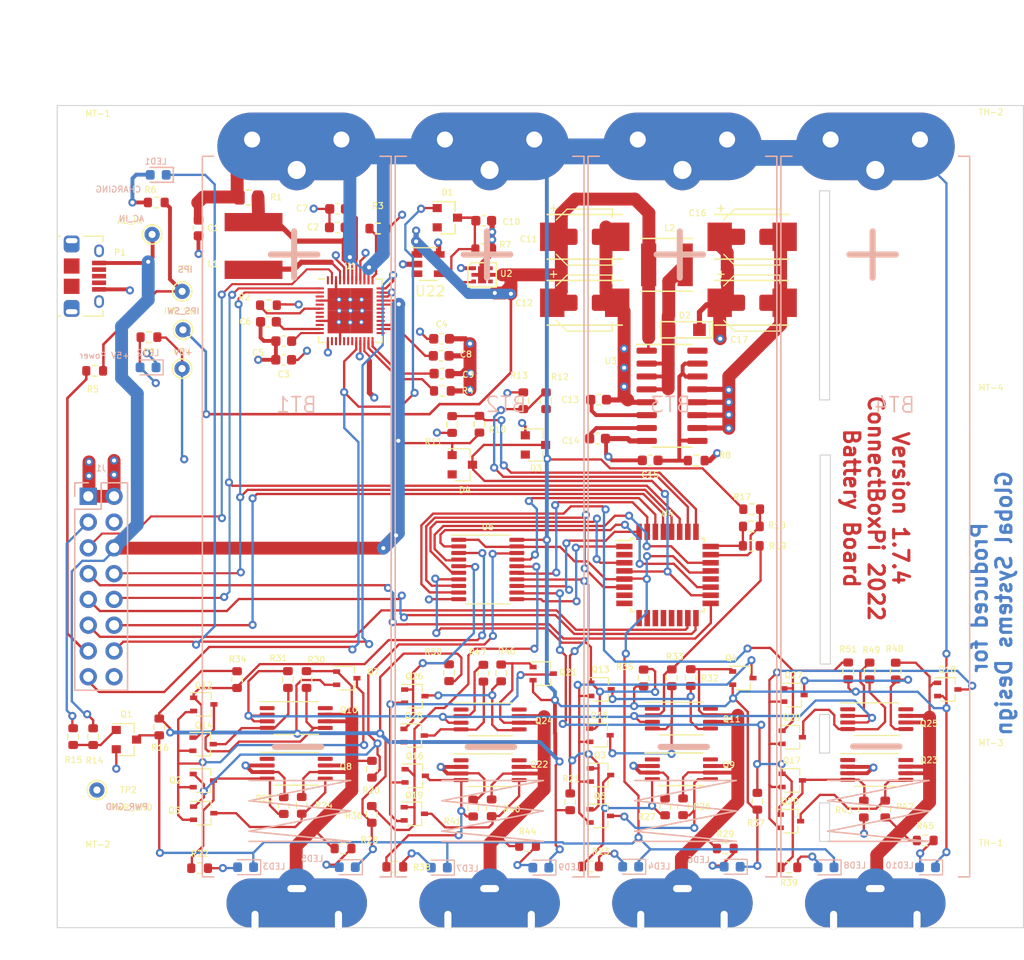
<source format=kicad_pcb>
(kicad_pcb (version 20210722) (generator pcbnew)
  (title_block (title "ConnectBox CM4 Battery Board - 4 Batteries") (date "2022-01-03") (rev "1.7.4") (comment 1 "JRA"))
  (layers (0 "F.Cu" signal) (1 "In1.Cu" signal) (2 "In2.Cu" signal) (31 "B.Cu" signal) (34 "B.Paste" user) (35 "F.Paste" user) (36 "B.SilkS" user "B.Silkscreen") (37 "F.SilkS" user "F.Silkscreen") (38 "B.Mask" user) (39 "F.Mask" user) (44 "Edge.Cuts" user))
  (net 0 "")
  (net 1 "/Battery/BATT+")
  (net 2 "/AC_IN")
  (net 3 "PWR_GND")
  (net 4 "Net-(C2-Pad1)")
  (net 5 "/Charge control/IPS_OUT")
  (net 6 "SIG_GND")
  (net 7 "Net-(C5-Pad2)")
  (net 8 "Net-(C6-Pad2)")
  (net 9 "Net-(C7-Pad2)")
  (net 10 "Net-(C8-Pad2)")
  (net 11 "Net-(C9-Pad2)")
  (net 12 "Net-(C10-Pad1)")
  (net 13 "/{slash}RESET")
  (net 14 "/I2C_SCL")
  (net 15 "/I2C_SDA")
  (net 16 "/SCL")
  (net 17 "/MISO")
  (net 18 "/MOSI")
  (net 19 "/Power/IPS_SW")
  (net 20 "Net-(C13-Pad1)")
  (net 21 "Net-(C14-Pad1)")
  (net 22 "Net-(C15-Pad1)")
  (net 23 "/PWR_ENA")
  (net 24 "Net-(D2-Pad2)")
  (net 25 "/+5V")
  (net 26 "/PowerSwitch")
  (net 27 "Net-(L1-Pad2)")
  (net 28 "/Battery/BT3_ENA")
  (net 29 "/Battery/BT1_ENA")
  (net 30 "/Battery/BT2_ENA")
  (net 31 "/Battery/ADC1")
  (net 32 "/Battery/BT1_RD")
  (net 33 "/Battery/BT2_RD")
  (net 34 "/Battery/BT3_RD")
  (net 35 "Net-(R2-Pad1)")
  (net 36 "Net-(R3-Pad1)")
  (net 37 "Net-(R4-Pad2)")
  (net 38 "/Battery/ADC2")
  (net 39 "/Battery/ADC0")
  (net 40 "/CHGLED_A")
  (net 41 "/CHGLED_C")
  (net 42 "Net-(D3-Pad1)")
  (net 43 "/Battery/BT4_ENA")
  (net 44 "/Battery/BT4_RD")
  (net 45 "Net-(LED1-Pad2)")
  (net 46 "Net-(LED2-Pad2)")
  (net 47 "Net-(LED3-Pad2)")
  (net 48 "Net-(LED4-Pad2)")
  (net 49 "Net-(LED5-Pad2)")
  (net 50 "Net-(LED6-Pad2)")
  (net 51 "Net-(LED7-Pad2)")
  (net 52 "Net-(LED8-Pad2)")
  (net 53 "Net-(LED9-Pad2)")
  (net 54 "Net-(LED10-Pad2)")
  (net 55 "{slash}PWR_ON")
  (net 56 "Net-(Q10-Pad4)")
  (net 57 "/Battery/ADC3")
  (net 58 "Net-(BT1-Pad2)")
  (net 59 "Net-(Q1-Pad1)")
  (net 60 "Net-(Q12-Pad2)")
  (net 61 "Net-(Q20-Pad3)")
  (net 62 "Net-(Q2-Pad3)")
  (net 63 "Net-(Q3-Pad3)")
  (net 64 "Net-(Q16-Pad3)")
  (net 65 "Net-(Q5-Pad3)")
  (net 66 "Net-(Q6-Pad3)")
  (net 67 "Net-(Q10-Pad5)")
  (net 68 "/Battery/BT3_ENA_B")
  (net 69 "Net-(Q13-Pad2)")
  (net 70 "/Battery/BT1_ENA_B")
  (net 71 "/Battery/BT2_ENA_B")
  (net 72 "/Battery/BT4_ENA_B")
  (net 73 "/Battery/BT1_RD_B")
  (net 74 "/Battery/BT3_RD_B")
  (net 75 "/Battery/BT2_RD_B")
  (net 76 "/Battery/BT4_RD_B")
  (net 77 "/Battery/ADC_COM")
  (net 78 "Net-(Q11-Pad4)")
  (net 79 "Net-(Q11-Pad5)")
  (net 80 "Net-(Q16-Pad2)")
  (net 81 "Net-(Q17-Pad2)")
  (net 82 "Net-(Q17-Pad3)")
  (net 83 "Net-(Q19-Pad3)")
  (net 84 "Net-(Q24-Pad4)")
  (net 85 "Net-(Q24-Pad5)")
  (net 86 "Net-(Q25-Pad4)")
  (net 87 "Net-(Q25-Pad5)")
  (net 88 "Net-(Q21-Pad1)")
  (net 89 "Net-(Q11-Pad6)")
  (net 90 "Net-(Q18-Pad1)")
  (footprint "Package_SO:TSSOP-8_4.4x3mm_P0.65mm" (layer "F.Cu") (at 279.146 139.9592)
    (fp_text reference "Q23")
    (fp_text value "8205A")
  )
  (footprint "Resistor_SMD:R_0603_1608Metric" (layer "F.Cu") (at 222.49 143.45 90)
    (fp_text reference "R24")
    (fp_text value "20K")
  )
  (footprint "MountingHole:MountingHole_2.7mm_M2.5" (layer "F.Cu") (at 202.4 151)
    (fp_text reference "MT-2")
    (fp_text value "MountingHole")
  )
  (footprint "Package_TO_SOT_SMD:SOT-323_SC-70" (layer "F.Cu") (at 212.8 141.01)
    (fp_text reference "Q2")
    (fp_text value "3J15")
  )
  (footprint "Resistor_SMD:R_0603_1608Metric" (layer "F.Cu") (at 201.94 136.68 -90)
    (fp_text reference "R14")
    (fp_text value "20K")
  )
  (footprint "Resistor_SMD:R_0603_1608Metric" (layer "F.Cu") (at 219.21 94.17)
    (fp_text reference "R2")
    (fp_text value "10K")
  )
  (footprint "MountingHole:MountingHole_2.7mm_M2.5" (layer "F.Cu") (at 202.4 79)
    (fp_text reference "MT-1")
    (fp_text value "MountingHole")
  )
  (footprint "TestPoint:TestPoint_THTPad_D1.5mm_Drill0.7mm" (layer "F.Cu") (at 210.71 92.81)
    (fp_text reference "TP3" hide)
    (fp_text value "IPS")
  )
  (footprint "Capacitor_SMD:C_0603_1608Metric" (layer "F.Cu") (at 219.21 95.81)
    (fp_text reference "C6")
    (fp_text value "4.7uF")
  )
  (footprint "Resistor_SMD:R_0603_1608Metric" (layer "F.Cu") (at 261.36 109.48 180)
    (fp_text reference "R8")
    (fp_text value "2.0")
  )
  (footprint "Resistor_SMD:R_0603_1608Metric" (layer "F.Cu") (at 279.98 143.81 -90)
    (fp_text reference "R42")
    (fp_text value "20K")
  )
  (footprint "Package_QFP:TQFP-32_7x7mm_P0.8mm" (layer "F.Cu") (at 258.53 120.75)
    (fp_text reference "U4")
    (fp_text value "ATtiny88-AU")
  )
  (footprint "Package_SO:TSSOP-8_4.4x3mm_P0.65mm" (layer "F.Cu") (at 279.146 134.9592)
    (fp_text reference "Q25")
    (fp_text value "8205A")
  )
  (footprint "Resistor_SMD:R_0603_1608Metric" (layer "F.Cu") (at 237.01 130.38 90)
    (fp_text reference "R50")
    (fp_text value "100K")
  )
  (footprint "Resistor_SMD:R_0603_1608Metric" (layer "F.Cu") (at 283.92 146.91)
    (fp_text reference "R45")
    (fp_text value "510")
  )
  (footprint "MountingHole:MountingHole_2.7mm_M2.5" (layer "F.Cu") (at 290.4 141)
    (fp_text reference "MT-3")
    (fp_text value "MountingHole")
  )
  (footprint "Package_TO_SOT_SMD:SOT-323_SC-70" (layer "F.Cu") (at 270.82 136.74)
    (fp_text reference "Q29")
    (fp_text value "3J15")
  )
  (footprint "Package_TO_SOT_SMD:SOT-323_SC-70" (layer "F.Cu") (at 286.14 132.03)
    (fp_text reference "Q18")
    (fp_text value "3J15")
  )
  (footprint "TestPoint:TestPoint_THTPad_D1.5mm_Drill0.7mm" (layer "F.Cu") (at 202.311 141.9352)
    (fp_text reference "TP2")
    (fp_text value "Pwr_Gnd")
  )
  (footprint "Resistor_SMD:R_0603_1608Metric" (layer "F.Cu") (at 226.56 147.7)
    (fp_text reference "R28")
    (fp_text value "510")
  )
  (footprint "Package_SO:TSSOP-8_4.4x3mm_P0.65mm" (layer "F.Cu") (at 221.9452 134.8443)
    (fp_text reference "Q10")
    (fp_text value "8205A")
  )
  (footprint "Capacitor_SMD:C_0603_1608Metric" (layer "F.Cu") (at 251.7394 103.4796)
    (fp_text reference "C13")
    (fp_text value "1.0uf")
  )
  (footprint "Resistor_SMD:R_0603_1608Metric" (layer "F.Cu") (at 242.14 130.4 -90)
    (fp_text reference "R46")
    (fp_text value "20K")
  )
  (footprint "Resistor_SMD:R_0603_1608Metric" (layer "F.Cu") (at 221.13 131.05 -90)
    (fp_text reference "R31")
    (fp_text value "20K")
  )
  (footprint "Package_SO:TSSOP-8_4.4x3mm_P0.65mm" (layer "F.Cu") (at 259.8976 134.8984)
    (fp_text reference "Q11")
    (fp_text value "8205A")
  )
  (footprint "Resistor_SMD:R_0603_1608Metric" (layer "F.Cu") (at 266.82 114.27 180)
    (fp_text reference "R17")
    (fp_text value "3K")
  )
  (footprint "Capacitor_SMD:C_0603_1608Metric" (layer "F.Cu") (at 220.71 99.55 180)
    (fp_text reference "C3")
    (fp_text value "10uF")
  )
  (footprint "Resistor_SMD:R_0603_1608Metric" (layer "F.Cu") (at 278.44 130.21 -90)
    (fp_text reference "R49")
    (fp_text value "20K")
  )
  (footprint "Resistor_SMD:R_0603_1608Metric" (layer "F.Cu") (at 276.33 130.2 90)
    (fp_text reference "R51")
    (fp_text value "100K")
  )
  (footprint "Resistor_SMD:R_0603_1608Metric" (layer "F.Cu") (at 248.94 143.1 90)
    (fp_text reference "R21")
    (fp_text value "100K")
  )
  (footprint "Resistor_SMD:R_0603_1608Metric" (layer "F.Cu") (at 208.16 84.05 180)
    (fp_text reference "R6")
    (fp_text value "1.8K")
  )
  (footprint "Package_SO:SOP-16_3.9x9.9mm_P1.27mm" (layer "F.Cu") (at 258.9784 103.0986)
    (fp_text reference "U3")
    (fp_text value "MAX1709ESE")
  )
  (footprint "Resistor_SMD:R_0603_1608Metric" (layer "F.Cu") (at 256.175 130.9 90)
    (fp_text reference "R35")
    (fp_text value "100K")
  )
  (footprint "Resistor_SMD:R_0603_1608Metric" (layer "F.Cu") (at 250.94 149.47)
    (fp_text reference "R23")
    (fp_text value "510")
  )
  (footprint "Package_TO_SOT_SMD:SOT-323_SC-70" (layer "F.Cu") (at 270.82 140.99)
    (fp_text reference "Q17")
    (fp_text value "3J15")
  )
  (footprint "CustomComponents:USB_Micro-B-TH-mount" (layer "F.Cu") (at 201.1934 91.313)
    (fp_text reference "P1")
    (fp_text value "USB_OTG-1" hide)
  )
  (footprint "Package_SO:TSSOP-8_4.4x3mm_P0.65mm" (layer "F.Cu") (at 241.046 139.9846)
    (fp_text reference "Q22")
    (fp_text value "8205A")
  )
  (footprint "CustomComponents:INDUCTOR_SMD_6x6-1" (layer "F.Cu") (at 217.745 88.3376)
    (fp_text reference "L1")
    (fp_text value "4.7 uH")
  )
  (footprint "Resistor_SMD:R_0603_1608Metric" (layer "F.Cu") (at 246.56 103.585 -90)
    (fp_text reference "R12")
    (fp_text value "10K")
  )
  (footprint "TestPoint:TestPoint_THTPad_D1.5mm_Drill0.7mm" (layer "F.Cu") (at 207.75 87.2)
    (fp_text reference "TP1" hide)
    (fp_text value "AC_IN")
  )
  (footprint "MountingHole:MountingHole_3.2mm_M3_ISO7380" (layer "F.Cu") (at 290.4 151)
    (fp_text reference "TH-1")
    (fp_text value "MountingHole")
  )
  (footprint "Package_TO_SOT_SMD:SOT-323_SC-70" (layer "F.Cu") (at 251.91 144.49)
    (fp_text reference "Q6")
    (fp_text value "3J15")
  )
  (footprint "Resistor_SMD:R_0603_1608Metric" (layer "F.Cu") (at 231.66 149.51)
    (fp_text reference "R38")
    (fp_text value "510")
  )
  (footprint "Resistor_SMD:R_0603_1608Metric" (layer "F.Cu") (at 244.74 147.46)
    (fp_text reference "R44")
    (fp_text value "510")
  )
  (footprint "Package_TO_SOT_SMD:SOT-323_SC-70" (layer "F.Cu") (at 233.67 140.54)
    (fp_text reference "Q16")
    (fp_text value "3J15")
  )
  (footprint "Capacitor_SMD:C_0603_1608Metric" (layer "F.Cu") (at 256.82 109.46 180)
    (fp_text reference "C15")
    (fp_text value "0.1uf")
  )
  (footprint "Package_TO_SOT_SMD:SOT-323_SC-70" (layer "F.Cu") (at 212.83 144.22)
    (fp_text reference "Q5")
    (fp_text value "3J15")
  )
  (footprint "Package_SO:TSSOP-8_4.4x3mm_P0.65mm" (layer "F.Cu") (at 259.8976 139.8984)
    (fp_text reference "Q9")
    (fp_text value "8205A")
  )
  (footprint "Resistor_SMD:R_0603_1608Metric" (layer "F.Cu") (at 260.06 143.59 90)
    (fp_text reference "R26")
    (fp_text value "20K")
  )
  (footprint "Resistor_SMD:R_0603_1608Metric" (layer "F.Cu") (at 264.22 147.7)
    (fp_text reference "R29")
    (fp_text value "510")
  )
  (footprint "Package_SO:TSSOP-8_4.4x3mm_P0.65mm" (layer "F.Cu") (at 221.9452 139.8443)
    (fp_text reference "Q8")
    (fp_text value "8205A")
  )
  (footprint "Package_SO:TSSOP-20_4.4x6.5mm_P0.65mm" (layer "F.Cu") (at 240.82 120.21)
    (fp_text reference "U5")
    (fp_text value "74AHC244")
  )
  (footprint "CustomComponents:CAP_ECAS_SMD_dual" (layer "F.Cu") (at 266.8704 93.9332)
    (fp_text reference "C17")
    (fp_text value "150uf")
  )
  (footprint "Package_TO_SOT_SMD:SOT-323_SC-70" (layer "F.Cu") (at 270.99 132.58)
    (fp_text reference "Q27")
    (fp_text value "3J15")
  )
  (footprint "CustomComponents:CAP_ECAS_SMD_dual" (layer "F.Cu") (at 250.3704 93.9332)
    (fp_text reference "C12")
    (fp_text value "150uf")
  )
  (footprint "Package_TO_SOT_SMD:SOT-323_SC-70" (layer "F.Cu") (at 246.28 130.47)
    (fp_text reference "Q21")
    (fp_text value "3J15")
  )
  (footprint "Resistor_SMD:R_0603_1608Metric" (layer "F.Cu") (at 267.38 143.045 90)
    (fp_text reference "R37")
    (fp_text value "100K")
  )
  (footprint "Capacitor_SMD:C_0603_1608Metric" (layer "F.Cu") (at 212.32 86.558 -90)
    (fp_text reference "C1")
    (fp_text value "10uF")
  )
  (footprint "Package_TO_SOT_SMD:SOT-323_SC-70" (layer "F.Cu") (at 251.98 132.02)
    (fp_text reference "Q13")
    (fp_text value "3J15")
  )
  (footprint "Resistor_SMD:R_0603_1608Metric" (layer "F.Cu") (at 229.99 86.62)
    (fp_text reference "R3")
    (fp_text value "100")
  )
  (footprint "Resistor_SMD:R_0805_2012Metric" (layer "F.Cu") (at 217.273 83.5608)
    (fp_text reference "R1")
    (fp_text value "0.03 ohm")
  )
  (footprint "Package_TO_SOT_SMD:SOT-323_SC-70" (layer "F.Cu") (at 265.95 130.91)
    (fp_text reference "Q4")
    (fp_text value "3J15")
  )
  (footprint "Resistor_SMD:R_0603_1608Metric" (layer "F.Cu") (at 244.3248 103.585 90)
    (fp_text reference "R13")
    (fp_text value "2.2K")
  )
  (footprint "Resistor_SMD:R_0603_1608Metric" (layer "F.Cu") (at 281.01 130.22 -90)
    (fp_text reference "R48")
    (fp_text value "20K")
  )
  (footprint "Diode_SMD:D_SOT-23_ANK" (layer "F.Cu") (at 245.52 107.94)
    (fp_text reference "D3")
    (fp_text value "MMBD914")
  )
  (footprint "Diode_SMD:D_SOT-23_ANK" (layer "F.Cu") (at 236.84 85.55)
    (fp_text reference "D1")
    (fp_text value "MMBD914")
  )
  (footprint "Capacitor_SMD:C_0603_1608Metric" (layer "F.Cu") (at 240.42 85.85)
    (fp_text reference "C10")
    (fp_text value "22uF")
  )
  (footprint "CustomComponents:CAP_ECAS_SMD_dual" (layer "F.Cu") (at 266.8704 87.4332)
    (fp_text reference "C16")
    (fp_text value "150uf")
  )
  (footprint "Capacitor_SMD:C_0603_1608Metric" (layer "F.Cu") (at 220.72 97.71)
    (fp_text reference "C5")
    (fp_text value "4.7uF")
  )
  (footprint "Package_TO_SOT_SMD:SOT-23" (layer "F.Cu") (at 205.22 136.97)
    (fp_text reference "Q1")
    (fp_text value "NX6008")
  )
  (footprint "CustomComponents:SOD-123FL" (layer "F.Cu") (at 260.1762 96.5962 180)
    (fp_text reference "D2")
    (fp_text value "NRVTS260ESFT1G")
  )
  (footprint "Package_SO:TSSOP-8_4.4x3mm_P0.65mm" (layer "F.Cu") (at 241.046 134.9846)
    (fp_text reference "Q24")
    (fp_text value "8205A")
  )
  (footprint "Resistor_SMD:R_0603_1608Metric" (layer "F.Cu") (at 258.95 130.88 -90)
    (fp_text reference "R33")
    (fp_text value "20K")
  )
  (footprint "Resistor_SMD:R_0603_1608Metric" (layer "F.Cu") (at 212.43 149.64)
    (fp_text reference "R22")
    (fp_text value "510")
  )
  (footprint "Resistor_SMD:R_0603_1608Metric" (layer "F.Cu") (at 199.97 136.675 -90)
    (fp_text reference "R15")
    (fp_text value "20K")
  )
  (footprint "Resistor_SMD:R_0603_1608Metric" (layer "F.Cu") (at 260.82 130.86 -90)
    (fp_text reference "R32")
    (fp_text value "20K")
  )
  (footprint "Resistor_SMD:R_0603_1608Metric" (layer "F.Cu") (at 207.44 97.32 180)
    (fp_text reference "R9")
    (fp_text value "510")
  )
  (footprint "Resistor_SMD:R_0603_1608Metric" (layer "F.Cu") (at 229.41 139.89 -90)
    (fp_text reference "R20")
    (fp_text value "100K")
  )
  (footprint "Resistor_SMD:R_0603_1608Metric" (layer "F.Cu") (at 239.38 143.72 90)
    (fp_text reference "R41")
    (fp_text value "20K")
  )
  (footprint "Capacitor_SMD:C_0603_1608Metric" (layer "F.Cu") (at 236.23 99.16 180)
    (fp_text reference "C8")
    (fp_text value "1uF")
  )
  (footprint "CustomComponents:UQFN-48-1EP_6x6mm_Pitch0.4mm_75" (layer "F.Cu") (at 227.267 94.7166)
    (fp_text reference "U1")
    (fp_text value "AXP209")
  )
  (footprint "Capacitor_SMD:C_0603_1608Metric" (layer "F.Cu") (at 226.024 84.6852)
    (fp_text reference "C7")
    (fp_text value "4.7uF")
  )
  (footprint "TestPoint:TestPoint_THTPad_D1.5mm_Drill0.7mm" (layer "F.Cu") (at 210.7 100.42)
    (fp_text reference "TP5" hide)
    (fp_text value "5V")
  )
  (footprint "Resistor_SMD:R_0603_1608Metric" (layer "F.Cu") (at 266.78 117.88)
    (fp_text reference "R19")
    (fp_text value "12K")
  )
  (footprint "Resistor_SMD:R_0603_1608Metric" (layer "F.Cu") (at 222.96 131.05 -90)
    (fp_text reference "R30")
    (fp_text value "20K")
  )
  (footprint "Resistor_SMD:R_0603_1608Metric" (layer "F.Cu") (at 236.3522 102.6162 180)
    (fp_text reference "R4")
    (fp_text value "200K")
  )
  (footprint "Inductor_SMD:L_Taiyo-Yuden_MD-5050" (layer "F.Cu") (at 258.4704 90.1954)
    (fp_text reference "L2")
    (fp_text value "1.0 uH")
  )
  (footprint "Package_TO_SOT_SMD:SOT-323_SC-70" (layer "F.Cu") (at 270.64 145.01)
    (fp_text reference "Q20")
    (fp_text value "3J15")
  )
  (footprint "Package_TO_SOT_SMD:SOT-323_SC-70" (layer "F.Cu") (at 233.56 136.57)
    (fp_text reference "Q28")
    (fp_text value "3J15")
  )
  (footprint "Resistor_SMD:R_0603_1608Metric" (layer "F.Cu") (at 241.2 143.69 90)
    (fp_text reference "R40")
    (fp_text value "20K")
  )
  (footprint "Resistor_SMD:R_0603_1608Metric" (layer "F.Cu") (at 266.79 115.97 180)
    (fp_text reference "R18")
    (fp_text value "27K")
  )
  (footprint "Package_TO_SOT_SMD:SOT-323_SC-70" (layer "F.Cu") (at 212.84 133.5)
    (fp_text reference "Q12")
    (fp_text value "3J15")
  )
  (footprint "MountingHole:MountingHole_2.7mm_M2.5" (layer "F.Cu") (at 290.4 106)
    (fp_text reference "MT-4")
    (fp_text value "MountingHole")
  )
  (footprint "Resistor_SMD:R_0603_1608Metric" (layer "F.Cu") (at 240.39 130.43 -90)
    (fp_text reference "R47")
    (fp_text value "20K")
  )
  (footprint "Capacitor_SMD:C_0603_1608Metric" (layer "F.Cu") (at 236.31 100.91 180)
    (fp_text reference "C9")
    (fp_text value "1uF")
  )
  (footprint "Resistor_SMD:R_0603_1608Metric" (layer "F.Cu") (at 237.3076 105.9254 -90)
    (fp_text reference "R11")
    (fp_text value "2.2K")
  )
  (footprint "Capacitor_SMD:C_0603_1608Metric" (layer "F.Cu") (at 251.6378 107.315)
    (fp_text reference "C14")
    (fp_text value "0.22uf")
  )
  (footprint "Resistor_SMD:R_0603_1608Metric" (layer "F.Cu") (at 240.4242 88.646)
    (fp_text reference "R7")
    (fp_text value "510K")
  )
  (footprint "MountingHole:MountingHole_3.2mm_M3_ISO7380" (layer "F.Cu") (at 290.4 79)
    (fp_text reference "TH-2")
    (fp_text value "MountingHole")
  )
  (footprint "Package_TO_SOT_SMD:SOT-323_SC-70" (layer "F.Cu") (at 233.58 144.28)
    (fp_text reference "Q19")
    (fp_text value "3J15")
  )
  (footprint "Resistor_SMD:R_0603_1608Metric" (layer "F.Cu") (at 277.87 143.815 -90)
    (fp_text reference "R43")
    (fp_text value "20K")
  )
  (footprint "Resistor_SMD:R_0603_1608Metric" (layer "F.Cu") (at 258.29 143.6 90)
    (fp_text reference "R27")
    (fp_text value "20K")
  )
  (footprint "Resistor_SMD:R_0603_1608Metric" (layer "F.Cu") (at 270.49 149.56)
    (fp_text reference "R39")
    (fp_text value "510")
  )
  (footprint "Resistor_SMD:R_0603_1608Metric" (layer "F.Cu") (at 208.45 135.72 -90)
    (fp_text reference "R16")
    (fp_text value "100K")
  )
  (footprint "CustomComponents:CAP_ECAS_SMD_dual" (layer "F.Cu") (at 250.3704 87.4332)
    (fp_text reference "C11")
    (fp_text value "150uf")
  )
  (footprint "Package_TO_SOT_SMD:SOT-323_SC-70" (layer "F.Cu") (at 233.63 132.69)
    (fp_text reference "Q26")
    (fp_text value "3J15")
  )
  (footprint "CustomComponents:U-DFN2020-6" (layer "F.Cu") (at 240.26 91.18)
    (fp_text reference "U2")
    (fp_text value "AP22814ASN")
  )
  (footprint "Package_TO_SOT_SMD:SOT-323_SC-70" (layer "F.Cu") (at 212.77 137.42)
    (fp_text reference "Q14")
    (fp_text value "3J15")
  )
  (footprint "Resistor_SMD:R_0603_1608Metric" (layer "F.Cu") (at 202.09 100.64 180)
    (fp_text reference "R5")
    (fp_text value "1.8K")
  )
  (footprint "Capacitor_SMD:C_0603_1608Metric" (layer "F.Cu") (at 236.27 97.48)
    (fp_text reference "C4")
    (fp_text value "10uF")
  )
  (footprint "Diode_SMD:D_SOT-23_ANK" (layer "F.Cu") (at 238.31 109.89)
    (fp_text reference "D4")
    (fp_text value "MMBD914")
  )
  (footprint "TestPoint:TestPoint_THTPad_D1.5mm_Drill0.7mm" (layer "F.Cu") (at 210.79 96.6)
    (fp_text reference "TP4" hide)
    (fp_text value "IPS_Sw")
  )
  (footprint "Resistor_SMD:R_0603_1608Metric" (layer "F.Cu") (at 220.72 143.47 90)
    (fp_text reference "R25")
    (fp_text value "20K")
  )
  (footprint "Capacitor_SMD:C_0603_1608Metric" (layer "F.Cu") (at 225.9986 86.514 180)
    (fp_text reference "C2")
    (fp_text value "10uF")
  )
  (footprint "Package_TO_SOT_SMD:SOT-23-5" (layer "F.Cu") (at 234.94 90.12)
    (fp_text reference "U22")
    (fp_text value "AP22814AW")
  )
  (footprint "Package_TO_SOT_SMD:SOT-323_SC-70" (layer "F.Cu") (at 251.93 140.46)
    (fp_text reference "Q3")
    (fp_text value "3J15")
  )
  (footprint "Resistor_SMD:R_0603_1608Metric" (layer "F.Cu") (at 216.12 131.06 -90)
    (fp_text reference "R34")
    (fp_text value "100K")
  )
  (footprint "Resistor_SMD:R_0603_1608Metric" (layer "F.Cu") (at 229.39 144.34 90)
    (fp_text reference "R36")
    (fp_text value "100K")
  )
  (footprint "Package_TO_SOT_SMD:SOT-323_SC-70" (layer "F.Cu") (at 251.88 136.54)
    (fp_text reference "Q15")
    (fp_text value "3J15")
  )
  (footprint "Resistor_SMD:R_0603_1608Metric" (layer "F.Cu") (at 240 105.9 -90)
    (fp_text reference "R10")
    (fp_text value "10K")
  )
  (footprint "Package_TO_SOT_SMD:SOT-323_SC-70" (layer "F.Cu") (at 226.93 130.92)
    (fp_text reference "Q7")
    (fp_text value "3J15")
  )
  (footprint "LED_SMD:LED_0603_1608Metric" (layer "B.Cu") (at 284.146 149.5592 180)
    (fp_text reference "LED10")
    (fp_text value "Red")
  )
  (footprint "CustomComponents:Battery 18650-2" (layer "B.Cu") (at 221.999988 114.999999 180)
    (fp_text reference "BT1")
    (fp_text value "Battery Connector" hide)
  )
  (footprint "Connector_PinSocket_2.54mm:PinSocket_2x08_P2.54mm_Vertical" (layer "B.Cu") (at 201.46 113 180)
    (fp_text reference "J1")
    (fp_text value "Conn_02x08_Odd_Even")
  )
  (footprint "LED_SMD:LED_0603_1608Metric" (layer "B.Cu") (at 264.8976 149.4984 180)
    (fp_text reference "LED6")
    (fp_text value "Red")
  )
  (footprint "LED_SMD:LED_0603_1608Metric" (layer "B.Cu") (at 226.98 149.54 180)
    (fp_text reference "LED5")
    (fp_text value "Red")
  )
  (footprint "LED_SMD:LED_0603_1608Metric" (layer "B.Cu") (at 207.35 100.3 180)
    (fp_text reference "LED2")
    (fp_text value "Green" hide)
  )
  (footprint "LED_SMD:LED_0603_1608Metric" (layer "B.Cu") (at 208.3525 81.33 180)
    (fp_text reference "LED1")
    (fp_text value "Red")
  )
  (footprint "LED_SMD:LED_0603_1608Metric" (layer "B.Cu") (at 246.046 149.5846 180)
    (fp_text reference "LED9")
    (fp_text value "Red")
  )
  (footprint "LED_SMD:LED_0603_1608Metric" (layer "B.Cu") (at 274.146 149.5592 180)
    (fp_text reference "LED8")
    (fp_text value "Blue")
  )
  (footprint "LED_SMD:LED_0603_1608Metric" (layer "B.Cu") (at 236.046 149.5846 180)
    (fp_text reference "LED7")
    (fp_text value "Blue")
  )
  (footprint "LED_SMD:LED_0603_1608Metric" (layer "B.Cu") (at 254.8976 149.4984 180)
    (fp_text reference "LED4")
    (fp_text value "Blue")
  )
  (footprint "CustomComponents:Battery 18650-2" (layer "B.Cu") (at 241 115 180)
    (fp_text reference "BT2")
    (fp_text value "Battery Connector" hide)
  )
  (footprint "LED_SMD:LED_0603_1608Metric" (layer "B.Cu") (at 216.96 149.54 180)
    (fp_text reference "LED3")
    (fp_text value "Blue")
  )
  (footprint "CustomComponents:Battery 18650-2" (layer "B.Cu") (at 279 115 180)
    (fp_text reference "BT4")
    (fp_text value "Battery Connector" hide)
  )
  (footprint "CustomComponents:Battery 18650-2" (layer "B.Cu") (at 260 115 180)
    (fp_text reference "BT3")
    (fp_text value "Battery Connector" hide)
  )
  (gr_line (start 274.5 138.3) (end 273.5 138.3) (layer "Edge.Cuts") (width 0.1))
  (gr_line (start 293.6 113.75) (end 293.6 74.5) (layer "Edge.Cuts") (width 0.1))
  (gr_line (start 274.5 147) (end 273.5 147) (layer "Edge.Cuts") (width 0.1))
  (gr_line (start 273.5 134.5) (end 274.5 134.5) (layer "Edge.Cuts") (width 0.1))
  (gr_line (start 293.6 125) (end 293.6 155.5) (layer "Edge.Cuts") (width 0.1))
  (gr_line (start 273.57 108.93) (end 274.57 108.93) (layer "Edge.Cuts") (width 0.1))
  (gr_line (start 273.5 143.2) (end 273.5 147) (layer "Edge.Cuts") (width 0.1))
  (gr_line (start 273.5 134.5) (end 273.5 138.3) (layer "Edge.Cuts") (width 0.1))
  (gr_line (start 274.5 138.3) (end 274.5 134.5) (layer "Edge.Cuts") (width 0.1))
  (gr_line (start 293.6 155.5) (end 198.4 155.5) (layer "Edge.Cuts") (width 0.1))
  (gr_line (start 273.57 108.93) (end 273.57 129.53) (layer "Edge.Cuts") (width 0.1))
  (gr_line (start 274.5 103.5) (end 273.5 103.5) (layer "Edge.Cuts") (width 0.1))
  (gr_line (start 274.57 129.53) (end 274.57 108.93) (layer "Edge.Cuts") (width 0.1))
  (gr_line (start 273.5 82.9) (end 273.5 103.5) (layer "Edge.Cuts") (width 0.1))
  (gr_line (start 273.5 143.2) (end 274.5 143.2) (layer "Edge.Cuts") (width 0.1))
  (gr_line (start 293.6 125) (end 293.6 113.75) (layer "Edge.Cuts") (width 0.1))
  (gr_line (start 273.5 82.9) (end 274.5 82.9) (layer "Edge.Cuts") (width 0.1))
  (gr_line (start 198.4 74.5) (end 293.6 74.5) (layer "Edge.Cuts") (width 0.1))
  (gr_line (start 274.57 129.53) (end 273.57 129.53) (layer "Edge.Cuts") (width 0.1))
  (gr_line (start 274.5 147) (end 274.5 143.2) (layer "Edge.Cuts") (width 0.1))
  (gr_line (start 274.5 103.5) (end 274.5 82.9) (layer "Edge.Cuts") (width 0.1))
  (gr_line (start 198.4 155.5) (end 198.4 74.5) (layer "Edge.Cuts") (width 0.1))
  (gr_text "Version 1.7.4\nConnectBoxPi 2022\nBattery Board" (at 279.07 114.18 270) (layer "F.Cu") (effects (font (size 1.5 1.5) (thickness 0.3))))
  (gr_text "Produced for \nGlobal Systems Design" (at 290.4744 123.5456 90) (layer "B.Cu") (effects (font (size 1.5 1.5) (thickness 0.3)) (justify mirror)))
  (gr_text "CHARGING" (at 204.43 82.76) (layer "B.SilkS") (effects (font (size 0.6 0.6) (thickness 0.1)) (justify mirror)))
  (gr_text "+5V Power\n" (at 203.07 99.13) (layer "B.SilkS") (effects (font (size 0.6 0.6) (thickness 0.1)) (justify mirror)))
  (gr_text "+5V" (at 210.83 98.8) (layer "B.SilkS") (effects (font (size 0.6 0.6) (thickness 0.1)) (justify mirror)))
  (gr_text "IPS" (at 211.01 90.66) (layer "B.SilkS") (effects (font (size 0.6 0.6) (thickness 0.1)) (justify mirror)))
  (gr_text "AC_IN" (at 205.72 85.65) (layer "B.SilkS") (effects (font (size 0.6 0.6) (thickness 0.1)) (justify mirror)))
  (gr_text "PWR_GND" (at 205.2574 143.5862) (layer "B.SilkS") (effects (font (size 0.6 0.6) (thickness 0.1)) (justify mirror)))
  (gr_text "IPS_SW" (at 210.83 94.75) (layer "B.SilkS") (effects (font (size 0.6 0.6) (thickness 0.1)) (justify mirror)))
  (gr_text "+5V" (at 210.57 98.75) (layer "F.SilkS") (effects (font (size 0.6 0.6) (thickness 0.1))))
  (gr_text "IPS_Sw" (at 210.4744 94.75) (layer "F.SilkS") (effects (font (size 0.6 0.6) (thickness 0.1))))
  (gr_text "PWR_GND" (at 205.7146 143.6624) (layer "F.SilkS") (effects (font (size 0.6 0.6) (thickness 0.1))))
  (gr_text "AC_IN" (at 205.57 85.85) (layer "F.SilkS") (effects (font (size 0.6 0.6) (thickness 0.1))))
  (gr_text "IPS" (at 211.01 90.62) (layer "F.SilkS") (effects (font (size 0.6 0.6) (thickness 0.1))))
  (segment (start 212.8026 83.51) (end 216.13 83.51) (width 1.27) (layer "F.Cu") (net 1))
  (segment (start 224.29 131.1) (end 224.76 131.57) (width 0.2286) (layer "F.Cu") (net 1))
  (segment (start 247.44 136.330572) (end 247.47 136.360572) (width 0.381) (layer "F.Cu") (net 1))
  (segment (start 246.635 117.285) (end 246.64 117.29) (width 0.2286) (layer "F.Cu") (net 1))
  (segment (start 238.22 128.89) (end 237.83 128.5) (width 0.2286) (layer "F.Cu") (net 1))
  (segment (start 229.12 90.44) (end 228.667 90.893) (width 0.2032) (layer "F.Cu") (net 1))
  (segment (start 247.47 136.360572) (end 247.47 138.71) (width 0.381) (layer "F.Cu") (net 1))
  (segment (start 212.2438 84.0688) (end 212.8026 83.51) (width 1.27) (layer "F.Cu") (net 1))
  (segment (start 251.991913 109.37) (end 252.868533 110.24662) (width 0.2286) (layer "F.Cu") (net 1))
  (segment (start 209.53 135.87) (end 208.51 134.85) (width 0.2286) (layer "F.Cu") (net 1))
  (segment (start 227.467 89.668245) (end 227.2347 89.435945) (width 0.2032) (layer "F.Cu") (net 1))
  (segment (start 247.52 139.5) (end 247.52 143.91) (width 0.2286) (layer "F.Cu") (net 1))
  (segment (start 238.22 130.55) (end 238.22 128.89) (width 0.2286) (layer "F.Cu") (net 1))
  (segment (start 230.214988 130.815012) (end 230.214988 136.365012) (width 0.2286) (layer "F.Cu") (net 1))
  (segment (start 267.38 143.87) (end 267.38 149.4) (width 0.2286) (layer "F.Cu") (net 1))
  (segment (start 229.067004 91.716606) (end 229.067004 90.572996) (width 0.2032) (layer "F.Cu") (net 1))
  (segment (start 230.214988 136.365012) (end 230.75 136.900024) (width 0.2286) (layer "F.Cu") (net 1))
  (segment (start 230.75 136.900024) (end 230.75 140.58) (width 0.2286) (layer "F.Cu") (net 1))
  (segment (start 221.97 131.61) (end 222.48 131.1) (width 0.2286) (layer "F.Cu") (net 1))
  (segment (start 264.99 132.91) (end 264.99 132.68) (width 0.2286) (layer "F.Cu") (net 1))
  (segment (start 246.07 133.07) (end 245.28 132.28) (width 0.2286) (layer "F.Cu") (net 1))
  (segment (start 229.39 147.65) (end 229.5 147.76) (width 0.2286) (layer "F.Cu") (net 1))
  (segment (start 266.44 134.243362) (end 266.44 143.15) (width 0.2286) (layer "F.Cu") (net 1))
  (segment (start 246.67 109.3) (end 246.74 109.37) (width 0.2286) (layer "F.Cu") (net 1))
  (segment (start 247.47 138.71) (end 247.89 139.13) (width 0.381) (layer "F.Cu") (net 1))
  (segment (start 209.53 136.27) (end 209.53 135.87) (width 0.2286) (layer "F.Cu") (net 1))
  (segment (start 237.01 131.205) (end 237.565 131.205) (width 0.2286) (layer "F.Cu") (net 1))
  (segment (start 276.36 131.88) (end 276.36 131.09) (width 0.2286) (layer "F.Cu") (net 1))
  (segment (start 216.13 81.31) (end 216.92 80.52) (width 1.27) (layer "F.Cu") (net 1))
  (segment (start 228.48 142.85) (end 228.48 144.255) (width 0.2286) (layer "F.Cu") (net 1))
  (segment (start 216.13 83.51) (end 216.13 81.31) (width 1.27) (layer "F.Cu") (net 1))
  (segment (start 228.667 90.893) (end 228.667 91.7166) (width 0.2032) (layer "F.Cu") (net 1))
  (segment (start 232.53 128.5) (end 230.214988 130.815012) (width 0.2286) (layer "F.Cu") (net 1))
  (segment (start 252.868533 110.24662) (end 261.97162 110.24662) (width 0.2286) (layer "F.Cu") (net 1))
  (segment (start 286.01 133.06) (end 286.01 148.06) (width 0.2286) (layer "F.Cu") (net 1))
  (segment (start 246.74 109.37) (end 251.991913 109.37) (width 0.2286) (layer "F.Cu") (net 1))
  (segment (start 227.467 91.7166) (end 227.467 89.668245) (width 0.2032) (layer "F.Cu") (net 1))
  (segment (start 261.97162 110.24662) (end 265.995 114.27) (width 0.2286) (layer "F.Cu") (net 1))
  (segment (start 285.63 132.68) (end 286.01 133.06) (width 0.2286) (layer "F.Cu") (net 1))
  (segment (start 212.2438 84.0688) (end 212.2438 85.6944) (width 0.762) (layer "F.Cu") (net 1))
  (segment (start 224.76 131.57) (end 225.93 131.57) (width 0.2286) (layer "F.Cu") (net 1))
  (segment (start 208.45 134.36) (end 212.6 130.21) (width 0.2286) (layer "F.Cu") (net 1))
  (segment (start 286.01 133.87) (end 286.01 128.51) (width 0.2286) (layer "F.Cu") (net 1))
  (segment (start 248.94 143.925) (end 247.535 143.925) (width 0.2286) (layer "F.Cu") (net 1))
  (segment (start 229.39 145.165) (end 229.39 147.65) (width 0.2286) (layer "F.Cu") (net 1))
  (segment (start 245.28 132.28) (end 245.28 131.15) (width 0.2286) (layer "F.Cu") (net 1))
  (segment (start 237.565 131.205) (end 238.22 130.55) (width 0.2286) (layer "F.Cu") (net 1))
  (segment (start 255.445 131.725) (end 255.239991 131.930009) (width 0.2286) (layer "F.Cu") (net 1))
  (segment (start 237.83 128.5) (end 232.53 128.5) (width 0.2286) (layer "F.Cu") (net 1))
  (segment (start 247.89 139.13) (end 247.52 139.5) (width 0.2286) (layer "F.Cu") (net 1))
  (segment (start 208.45 134.895) (end 208.45 134.36) (width 0.2286) (layer "F.Cu") (net 1))
  (segment (start 266.44 143.15) (end 267.27 143.98) (width 0.2286) (layer "F.Cu") (net 1))
  (segment (start 255.239991 131.930009) (end 255.239991 133.668108) (width 0.2286) (layer "F.Cu") (net 1))
  (segment (start 247.535 143.925) (end 247.52 143.91) (width 0.2286) (layer "F.Cu") (net 1))
  (segment (start 264.95 132.64) (end 264.95 131.56) (width 0.2286) (layer "F.Cu") (net 1))
  (segment (start 247.52 143.91) (end 247.52 147.39) (width 0.2286) (layer "F.Cu") (net 1))
  (segment (start 265.106638 132.91) (end 266.44 134.243362) (width 0.2286) (layer "F.Cu") (net 1))
  (segment (start 264.99 132.68) (end 264.95 132.64) (width 0.2286) (layer "F.Cu") (net 1))
  (segment (start 230.75 140.58) (end 228.48 142.85) (width 0.2286) (layer "F.Cu") (net 1))
  (segment (start 247.44 133.07) (end 246.07 133.07) (width 0.2286) (layer "F.Cu") (net 1))
  (segment (start 264.99 132.91) (end 265.106638 132.91) (width 0.2286) (layer "F.Cu") (net 1))
  (segment (start 243.6825 117.285) (end 246.635 117.285) (width 0.2286) (layer "F.Cu") (net 1))
  (segment (start 256.175 131.725) (end 255.445 131.725) (width 0.2286) (layer "F.Cu") (net 1))
  (segment (start 247.44 133.07) (end 247.44 136.330572) (width 0.381) (layer "F.Cu") (net 1))
  (segment (start 247.52 147.39) (end 247.91 147.78) (width 0.2286) (layer "F.Cu") (net 1))
  (segment (start 276.725964 132.245964) (end 276.36 131.88) (width 0.2286) (layer "F.Cu") (net 1))
  (segment (start 285.14 132.68) (end 285.63 132.68) (width 0.2286) (layer "F.Cu") (net 1))
  (segment (start 277.074036 132.245964) (end 276.725964 132.245964) (width 0.2286) (layer "F.Cu") (net 1))
  (segment (start 212.6 130.21) (end 216.32 130.21) (width 0.2286) (layer "F.Cu") (net 1))
  (segment (start 221.97 136.3) (end 221.97 131.61) (width 0.2286) (layer "F.Cu") (net 1))
  (segment (start 228.48 144.255) (end 229.39 145.165) (width 0.2286) (layer "F.Cu") (net 1))
  (segment (start 222.48 131.1) (end 224.29 131.1) (width 0.2286) (layer "F.Cu") (net 1))
  (segment (start 222.06 136.39) (end 221.97 136.3) (width 0.2286) (layer "F.Cu") (net 1))
  (via (at 246.64 117.29) (size 0.8) (drill 0.4) (layers "F.Cu" "B.Cu") (net 1))
  (via (at 286.01 128.51) (size 0.8) (drill 0.4) (layers "F.Cu" "B.Cu") (net 1))
  (via (at 247.91 147.78) (size 0.8) (drill 0.4) (layers "F.Cu" "B.Cu") (net 1))
  (via (at 247.89 139.13) (size 0.8) (drill 0.4) (layers "F.Cu" "B.Cu") (net 1))
  (via (at 286.01 133.87) (size 0.8) (drill 0.4) (layers "F.Cu" "B.Cu") (net 1))
  (via (at 229.12 90.44) (size 0.8) (drill 0.4) (layers "F.Cu" "B.Cu") (net 1))
  (via (at 246.67 109.3) (size 0.8) (drill 0.4) (layers "F.Cu" "B.Cu") (net 1))
  (via (at 255.239991 133.668108) (size 0.8) (drill 0.4) (layers "F.Cu" "B.Cu") (net 1))
  (via (at 222.06 136.39) (size 0.8) (drill 0.4) (layers "F.Cu" "B.Cu") (net 1))
  (via (at 227.2347 89.435945) (size 0.8) (drill 0.4) (layers "F.Cu" "B.Cu") (net 1))
  (via (at 209.53 136.27) (size 0.8) (drill 0.4) (layers "F.Cu" "B.Cu") (net 1))
  (via (at 286.01 148.06) (size 0.8) (drill 0.4) (layers "F.Cu" "B.Cu") (net 1))
  (via (at 247.44 133.07) (size 0.8) (drill 0.4) (layers "F.Cu" "B.Cu") (net 1))
  (via (at 277.074036 132.245964) (size 0.8) (drill 0.4) (layers "F.Cu" "B.Cu") (net 1))
  (via (at 264.99 132.91) (size 0.8) (drill 0.4) (layers "F.Cu" "B.Cu") (net 1))
  (via (at 229.5 147.76) (size 0.8) (drill 0.4) (layers "F.Cu" "B.Cu") (net 1))
  (via (at 230.214988 136.365012) (size 0.8) (drill 0.4) (layers "F.Cu" "B.Cu") (net 1))
  (via (at 267.38 149.4) (size 0.8) (drill 0.4) (layers "F.Cu" "B.Cu") (net 1))
  (segment (start 230.189977 136.34) (end 222.13001 136.34) (width 0.381) (layer "B.Cu") (net 1))
  (segment (start 219.3844 79.0194) (end 230.5306 79.0194) (width 2.54) (layer "B.Cu") (net 1))
  (segment (start 247.91 147.78) (end 246.99 148.7) (width 0.2286) (layer "B.Cu") (net 1))
  (segment (start 224.7582 78.8637) (end 226.4854 77.1365) (width 2.54) (layer "B.Cu") (net 1))
  (segment (start 246.64 81.490002) (end 248.930008 79.199994) (width 0.381) (layer "B.Cu") (net 1))
  (segment (start 265.720068 79.169997) (end 274.88007 79.169997) (width 2.54) (layer "B.Cu") (net 1))
  (segment (start 284.79 133.87) (end 283.18 132.26) (width 0.2286) (layer "B.Cu") (net 1))
  (segment (start 228.238755 90.44) (end 227.2347 89.435945) (width 0.2032) (layer "B.Cu") (net 1))
  (segment (start 230.530603 89.109398) (end 230.530603 79.0194) (width 1.27) (layer "B.Cu") (net 1))
  (segment (start 247.44 132.25) (end 246.64 131.45) (width 0.381) (layer "B.Cu") (net 1))
  (segment (start 230.214988 136.365012) (end 230.189977 136.34) (width 0.381) (layer "B.Cu") (net 1))
  (segment (start 229.4957 147.8443) (end 227.86 149.48) (width 0.2286) (layer "B.Cu") (net 1))
  (segment (start 265.654036 132.245964) (end 264.99 132.91) (width 0.2286) (layer "B.Cu") (net 1))
  (segment (start 227.2347 79.3947) (end 227.13 79.29) (width 0.2032) (layer "B.Cu") (net 1))
  (segment (start 229.4957 147.7643) (end 229.4957 147.8443) (width 0.2286) (layer "B.Cu") (net 1))
  (segment (start 231.09 137.24) (end 231.12 137.21) (width 0.381) (layer "B.Cu") (net 1))
  (segment (start 277.088072 132.26) (end 277.074036 132.245964) (width 0.2286) (layer "B.Cu") (net 1))
  (segment (start 245.97 137.21) (end 247.89 139.13) (width 0.381) (layer "B.Cu") (net 1))
  (segment (start 221.939999 136.270009) (end 209.53001 136.270009) (width 0.381) (layer "B.Cu") (net 1))
  (segment (start 267.2816 149.4984) (end 267.38 149.4) (width 0.2286) (layer "B.Cu") (net 1))
  (segment (start 248.93 79.2) (end 249.1106 79.0194) (width 0.381) (layer "B.Cu") (net 1))
  (segment (start 286.01 82.16) (end 284.4 80.55) (width 0.2286) (layer "B.Cu") (net 1))
  (segment (start 247.44 133.07) (end 248.04 133.67) (width 0.2286) (layer "B.Cu") (net 1))
  (segment (start 230.530603 79.0194) (end 258.7606 79.0194) (width 2.54) (layer "B.Cu") (net 1))
  (segment (start 247.44 133.07) (end 247.44 132.25) (width 0.381) (layer "B.Cu") (net 1))
  (segment (start 231.12001 137.210013) (end 245.969993 137.210013) (width 0.381) (layer "B.Cu") (net 1))
  (segment (start 227.234699 89.43594) (end 227.234699 79.39471) (width 1.27) (layer "B.Cu") (net 1))
  (segment (start 286.01 148.06) (end 285.01 149.06) (width 0.2286) (layer "B.Cu") (net 1))
  (segment (start 286.01 128.51) (end 286.01 82.16) (width 0.2286) (layer "B.Cu") (net 1))
  (segment (start 283.18 132.26) (end 277.088072 132.26) (width 0.2286) (layer "B.Cu") (net 1))
  (segment (start 265.6851 149.4984) (end 267.2816 149.4984) (width 0.2286) (layer "B.Cu") (net 1))
  (segment (start 285.01 149.06) (end 285.01 149.57) (width 0.2286) (layer "B.Cu") (net 1))
  (segment (start 221.96999 136.3) (end 221.939999 136.270009) (width 0.381) (layer "B.Cu") (net 1))
  (segment (start 229.5 147.76) (end 229.4957 147.7643) (width 0.2286) (layer "B.Cu") (net 1))
  (segment (start 231.089987 137.24001) (end 230.214988 136.365012) (width 0.381) (layer "B.Cu") (net 1))
  (segment (start 264.23 133.67) (end 264.99 132.91) (width 0.2286) (layer "B.Cu") (net 1))
  (segment (start 229.12 90.44) (end 228.238755 90.44) (width 0.2032) (layer "B.Cu") (net 1))
  (segment (start 286.01 133.87) (end 284.79 133.87) (width 0.2286) (layer "B.Cu") (net 1))
  (segment (start 264.4 77.85) (end 265.72 79.17) (width 2.54) (layer "B.Cu") (net 1))
  (segment (start 246.99 148.7) (end 246.99 149.69) (width 0.2286) (layer "B.Cu") (net 1))
  (segment (start 246.64 131.45) (end 246.64 81.490002) (width 0.381) (layer "B.Cu") (net 1))
  (segment (start 255.6 77.85) (end 263 77.85) (width 2.54) (layer "B.Cu") (net 1))
  (segment (start 248.04 133.67) (end 264.23 133.67) (width 0.2286) (layer "B.Cu") (net 1))
  (segment (start 277.074036 132.245964) (end 265.654036 132.245964) (width 0.2286) (layer "B.Cu") (net 1))
  (segment (start 229.067004 90.572996) (end 230.530603 89.109398) (width 1.27) (layer "B.Cu") (net 1))
  (segment (start 263 77.85) (end 264.32 79.17) (width 2.54) (layer "B.Cu") (net 1))
  (segment (start 230.267 93.7166) (end 231.6966 93.7166) (width 0.2032) (layer "F.Cu") (net 2))
  (segment (start 207.8 89.46) (end 207.8 87.25) (width 0.381) (layer "F.Cu") (net 2))
  (segment (start 231.79 116.85) (end 230.53 118.11) (width 1.27) (layer "F.Cu") (net 2))
  (segment (start 232.24 107.76) (end 232.01 107.53) (width 0.2286) (layer "F.Cu") (net 2))
  (segment (start 237.31 108.94) (end 237.31 107.9) (width 0.2286) (layer "F.Cu") (net 2))
  (segment (start 207.365 89.895) (end 207.8 89.46) (width 0.381) (layer "F.Cu") (net 2))
  (segment (start 201.94 135.06) (end 201.35 134.47) (width 0.2286) (layer "F.Cu") (net 2))
  (segment (start 204.03 118.11) (end 204 118.08) (width 1.27) (layer "F.Cu") (net 2))
  (segment (start 237.27 107.76) (end 232.24 107.76) (width 0.2286) (layer "F.Cu") (net 2))
  (segment (start 204.03 118.11) (end 230.53 118.11) (width 1.27) (layer "F.Cu") (net 2))
  (segment (start 230.267 94.1166) (end 232.0966 94.1166) (width 0.2032) (layer "F.Cu") (net 2))
  (segment (start 239.06 107.76) (end 237.27 107.76) (width 0.2286) (layer "F.Cu") (net 2))
  (segment (start 240 106.725) (end 240 106.82) (width 0.2286) (layer "F.Cu") (net 2))
  (segment (start 231.6966 93.7166) (end 232.055 94.075) (width 0.2032) (layer "F.Cu") (net 2))
  (segment (start 201.94 135.855) (end 201.94 135.06) (width 0.2286) (layer "F.Cu") (net 2))
  (segment (start 240 106.82) (end 239.06 107.76) (width 0.2286) (layer "F.Cu") (net 2))
  (segment (start 237.36 107.85) (end 237.27 107.76) (width 0.2286) (layer "F.Cu") (net 2))
  (segment (start 202.523395 90.013003) (end 207.247007 90.013003) (width 0.381) (layer "F.Cu") (net 2))
  (segment (start 237.31 107.9) (end 237.36 107.85) (width 0.2286) (layer "F.Cu") (net 2))
  (segment (start 232.055 94.075) (end 232.11 94.13) (width 0.2032) (layer "F.Cu") (net 2))
  (segment (start 207.247 90.013) (end 207.365 89.895) (width 0.381) (layer "F.Cu") (net 2))
  (via (at 232.055 94.075) (size 0.8) (drill 0.4) (layers "F.Cu" "B.Cu") (net 2))
  (via (at 207.365 89.895) (size 0.8) (drill 0.4) (layers "F.Cu" "B.Cu") (net 2))
  (via (at 230.53 118.11) (size 0.8) (drill 0.4) (layers "F.Cu" "B.Cu") (net 2))
  (via (at 232.01 107.53) (size 0.8) (drill 0.4) (layers "F.Cu" "B.Cu") (net 2))
  (via (at 201.35 134.47) (size 0.8) (drill 0.4) (layers "F.Cu" "B.Cu") (net 2))
  (via (at 231.79 116.85) (size 0.8) (drill 0.4) (layers "F.Cu" "B.Cu") (net 2))
  (segment (start 207.365 93.635) (end 207.365 89.895) (width 1.27) (layer "B.Cu") (net 2))
  (segment (start 206.29 115.79) (end 206.29 102.884468) (width 1.27) (layer "B.Cu") (net 2))
  (segment (start 202.98 119.36) (end 204.02 118.32) (width 0.2286) (layer "B.Cu") (net 2))
  (segment (start 232.01 107.53) (end 232.01 94.12) (width 1.27) (layer "B.Cu") (net 2))
  (segment (start 204 118.08) (end 206.29 115.79) (width 1.27) (layer "B.Cu") (net 2))
  (segment (start 199.84 133.2) (end 199.84 120.4) (width 0.2286) (layer "B.Cu") (net 2))
  (segment (start 201.11 134.47) (end 199.84 133.2) (width 0.2286) (layer "B.Cu") (net 2))
  (segment (start 231.79 116.85) (end 232.01 116.63) (width 1.27) (layer "B.Cu") (net 2))
  (segment (start 204.74 101.334468) (end 204.74 96.26) (width 1.27) (layer "B.Cu") (net 2))
  (segment (start 232.01 94.12) (end 232.055 94.075) (width 1.27) (layer "B.Cu") (net 2))
  (segment (start 199.84 120.4) (end 200.88 119.36) (width 0.2286) (layer "B.Cu") (net 2))
  (segment (start 204.74 96.26) (end 207.365 93.635) (width 1.27) (layer "B.Cu") (net 2))
  (segment (start 206.29 102.884468) (end 204.74 101.334468) (width 1.27) (layer "B.Cu") (net 2))
  (segment (start 231.79 116.85) (end 230.53 118.11) (width 1.27) (layer "B.Cu") (net 2))
  (segment (start 232.01 116.63) (end 232.01 107.53) (width 1.27) (layer "B.Cu") (net 2))
  (segment (start 201.35 134.47) (end 201.11 134.47) (width 0.2286) (layer "B.Cu") (net 2))
  (segment (start 200.88 119.36) (end 202.98 119.36) (width 0.2286) (layer "B.Cu") (net 2))
  (segment (start 202.523395 92.612997) (end 205.465197 92.612997) (width 0.381) (layer "F.Cu") (net 3))
  (segment (start 212.32 87.333) (end 212.32 89.11) (width 0.381) (layer "F.Cu") (net 3))
  (segment (start 236.189 139.6592) (end 236.8394 140.3096) (width 0.381) (layer "F.Cu") (net 3))
  (segment (start 264.6172 106.2736) (end 261.4784 106.2736) (width 0.508) (layer "F.Cu") (net 3))
  (segment (start 257.0351 140.2234) (end 258.1034 140.2234) (width 0.2286) (layer "F.Cu") (net 3))
  (segment (start 252.517 93.0402) (end 254.254 94.7772) (width 1.27) (layer "F.Cu") (net 3))
  (segment (start 255.1684 139.5476) (end 255.8442 140.2234) (width 0.381) (layer "F.Cu") (net 3))
  (segment (start 219.945 97.71) (end 219.945 99.445) (width 0.381) (layer "F.Cu") (net 3))
  (segment (start 277.89 146.24) (end 277.87 146.22) (width 0.2286) (layer "F.Cu") (net 3))
  (segment (start 242.82 102.76) (end 242.75 102.83) (width 0.2286) (layer "F.Cu") (net 3))
  (segment (start 254.254 102.196) (end 254.254 103.1494) (width 1.27) (layer "F.Cu") (net 3))
  (segment (start 257.0351 140.2234) (end 255.8442 140.2234) (width 0.381) (layer "F.Cu") (net 3))
  (segment (start 256.01 109.46) (end 253.06 109.46) (width 0.381) (layer "F.Cu") (net 3))
  (segment (start 232.38 85.26) (end 231.02 86.62) (width 0.2286) (layer "F.Cu") (net 3))
  (segment (start 220.1993 140.1693) (end 220.79 140.76) (width 0.2286) (layer "F.Cu") (net 3))
  (segment (start 254.8382 103.7336) (end 254.6096 103.505) (width 0.508) (layer "F.Cu") (net 3))
  (segment (start 219.935 99.55) (end 218.2 99.55) (width 0.381) (layer "F.Cu") (net 3))
  (segment (start 254.254 98.446) (end 254.254 100.336) (width 1.27) (layer "F.Cu") (net 3))
  (segment (start 254.254 94.7772) (end 254.254 98.446) (width 1.27) (layer "F.Cu") (net 3))
  (segment (start 269.6718 87.4522) (end 269.6718 96.0882) (width 1.27) (layer "F.Cu") (net 3))
  (segment (start 258.57 140.69) (end 258.57 142.74) (width 0.2286) (layer "F.Cu") (net 3))
  (segment (start 264.4648 102.4636) (end 261.4784 102.4636) (width 0.508) (layer "F.Cu") (net 3))
  (segment (start 241.2492 88.646) (end 241.2492 87.7108) (width 0.508) (layer "F.Cu") (net 3))
  (segment (start 224.267 93.7166) (end 225.3272 93.7166) (width 0.2286) (layer "F.Cu") (net 3))
  (segment (start 278.7492 139.6592) (end 276.1956 139.6592) (width 0.381) (layer "F.Cu") (net 3))
  (segment (start 254.8382 107.5436) (end 254.7874 107.4928) (width 0.508) (layer "F.Cu") (net 3))
  (segment (start 238.1835 139.6596) (end 236.1894 139.6596) (width 0.381) (layer "F.Cu") (net 3))
  (segment (start 278.205808 140.284192) (end 276.283509 140.284192) (width 0.381) (layer "F.Cu") (net 3))
  (segment (start 253.06 109.46) (end 252.7 109.1) (width 0.381) (layer "F.Cu") (net 3))
  (segment (start 219.0827 140.1693) (end 217.6108 140.1693) (width 0.381) (layer "F.Cu") (net 3))
  (segment (start 239.745 142.895) (end 240.48 142.16) (width 0.2286) (layer "F.Cu") (net 3))
  (segment (start 240.26 91.18) (end 240.26 90.05) (width 0.508) (layer "F.Cu") (net 3))
  (segment (start 269.6718 96.0882) (end 264.5664 101.1936) (width 1.27) (layer "F.Cu") (net 3))
  (segment (start 264.5664 103.7336) (end 261.4784 103.7336) (width 0.508) (layer "F.Cu") (net 3))
  (segment (start 219.945 99.445) (end 219.92 99.47) (width 0.381) (layer "F.Cu") (net 3))
  (segment (start 264.5664 101.1936) (end 264.5664 102.5136) (width 1.27) (layer "F.Cu") (net 3))
  (segment (start 226.267 96.6122) (end 226.2256 96.5708) (width 0.2286) (layer "F.Cu") (net 3))
  (segment (start 264.5664 103.7236) (end 264.5664 104.9636) (width 1.27) (layer "F.Cu") (net 3))
  (segment (start 223.6952 84.6852) (end 223.67 84.66) (width 0.2286) (layer "F.Cu") (net 3))
  (segment (start 252.5144 103.4796) (end 252.5398 103.505) (width 0.508) (layer "F.Cu") (net 3))
  (segment (start 256.4784 103.7336) (end 254.8382 103.7336) (width 0.508) (layer "F.Cu") (net 3))
  (segment (start 225.3272 93.7166) (end 225.3366 93.726) (width 0.2286) (layer "F.Cu") (net 3))
  (segment (start 219.0827 139.5193) (end 216.9608 139.5193) (width 0.381) (layer "F.Cu") (net 3))
  (segment (start 239.38 142.895) (end 239.745 142.895) (width 0.2286) (layer "F.Cu") (net 3))
  (segment (start 212.32 89.11) (end 212.33 89.12) (width 0.381) (layer "F.Cu") (net 3))
  (segment (start 225.249 84.6852) (end 223.6952 84.6852) (width 0.2286) (layer "F.Cu") (net 3))
  (segment (start 241.2492 85.9892) (end 241.18 85.92) (width 0.508) (layer "F.Cu") (net 3))
  (segment (start 218.435 95.81) (end 218.435 97.365) (width 0.381) (layer "F.Cu") (net 3))
  (segment (start 219.0827 140.1693) (end 220.1993 140.1693) (width 0.2286) (layer "F.Cu") (net 3))
  (segment (start 254.6096 107.315) (end 254.7874 107.4928) (width 0.508) (layer "F.Cu") (net 3))
  (segment (start 218.435 97.365) (end 218.76 97.69) (width 0.381) (layer "F.Cu") (net 3))
  (segment (start 235.045 123.135) (end 237.9575 123.135) (width 0.2286) (layer "F.Cu") (net 3))
  (segment (start 254.254 100.336) (end 254.254 102.196) (width 1.27) (layer "F.Cu") (net 3))
  (segment (start 278.82 139.73) (end 278.7492 139.6592) (width 0.381) (layer "F.Cu") (net 3))
  (segment (start 252.4662 86.4616) (end 252.4662 92.878) (width 1.27) (layer "F.Cu") (net 3))
  (segment (start 233.77 90.14) (end 232.46 90.14) (width 0.508) (layer "F.Cu") (net 3))
  (segment (start 205.4652 92.613) (end 205.5622 92.71) (width 0.381) (layer "F.Cu") (net 3))
  (segment (start 226.267 97.7166) (end 226.267 96.6122) (width 0.2286) (layer "F.Cu") (net 3))
  (segment (start 254.254 103.1494) (end 254.6096 103.505) (width 1.27) (layer "F.Cu") (net 3))
  (segment (start 224.267 95.7166) (end 225.3714 95.7166) (width 0.2286) (layer "F.Cu") (net 3))
  (segment (start 231.02 86.62) (end 230.83 86.62) (width 0.2286) (layer "F.Cu") (net 3))
  (segment (start 225.3714 95.7166) (end 225.3874 95.7326) (width 0.2286) (layer "F.Cu") (net 3))
  (segment (start 240.26 90.05) (end 241.23 89.08) (width 0.508) (layer "F.Cu") (net 3))
  (segment (start 252.7 109.1) (end 252.476 108.876) (width 0.381) (layer "F.Cu") (net 3))
  (segment (start 252.4662 92.878) (end 252.5014 92.9132) (width 1.27) (layer "F.Cu") (net 3))
  (segment (start 240.48 142.16) (end 240.48 140.85) (width 0.2286) (layer "F.Cu") (net 3))
  (segment (start 264.5664 102.5136) (end 264.5664 103.7236) (width 1.27) (layer "F.Cu") (net 3))
  (segment (start 235.02 123.16) (end 235.045 123.135) (width 0.2286) (layer "F.Cu") (net 3))
  (segment (start 216.9604 139.5189) (end 217.6108 140.1693) (width 0.381) (layer "F.Cu") (net 3))
  (segment (start 241.23 89.08) (end 241.23 88.66) (width 0.508) (layer "F.Cu") (net 3))
  (segment (start 240.48 140.85) (end 239.92 140.29) (width 0.2286) (layer "F.Cu") (net 3))
  (segment (start 237.3076 106.7504) (end 235.8304 106.7504) (width 0.2286) (layer "F.Cu") (net 3))
  (segment (start 244.3248 102.76) (end 242.82 102.76) (width 0.2286) (layer "F.Cu") (net 3))
  (segment (start 225.867 91.7166) (end 225.867 92.9864) (width 0.2286) (layer "F.Cu") (net 3))
  (segment (start 278.82 139.77) (end 278.82 139.73) (width 0.2286) (layer "F.Cu") (net 3))
  (segment (start 235.8304 106.7504) (end 235.81 106.73) (width 0.2286) (layer "F.Cu") (net 3))
  (segment (start 278.82 139.77) (end 278.72 139.77) (width 0.381) (layer "F.Cu") (net 3))
  (segment (start 278.72 139.77) (end 278.205808 140.284192) (width 0.381) (layer "F.Cu") (net 3))
  (segment (start 277.87 146.22) (end 277.87 144.64) (width 0.2286) (layer "F.Cu") (net 3))
  (segment (start 257.0351 139.5734) (end 255.1942 139.5734) (width 0.381) (layer "F.Cu") (net 3))
  (segment (start 252.5398 103.505) (end 254.6096 103.505) (width 0.508) (layer "F.Cu") (net 3))
  (segment (start 218.76 97.69) (end 219.99 97.69) (width 0.381) (layer "F.Cu") (net 3))
  (segment (start 241.2492 86.9508) (end 241.2492 85.9892) (width 0.508) (layer "F.Cu") (net 3))
  (segment (start 204.22 137.92) (end 204.22 139.84) (width 0.2286) (layer "F.Cu") (net 3))
  (segment (start 241.2492 87.7108) (end 241.2492 86.9508) (width 0.508) (layer "F.Cu") (net 3))
  (segment (start 239.92 140.29) (end 238.4 140.29) (width 0.2286) (layer "F.Cu") (net 3))
  (segment (start 264.5664 104.9636) (end 264.5664 106.3036) (width 1.27) (layer "F.Cu") (net 3))
  (segment (start 238.1835 140.3096) (end 236.8394 140.3096) (width 0.381) (layer "F.Cu") (net 3))
  (segment (start 256.4784 107.5436) (end 254.8382 107.5436) (width 0.508) (layer "F.Cu") (net 3))
  (segment (start 252.4128 107.315) (end 254.6096 107.315) (width 0.508) (layer "F.Cu") (net 3))
  (segment (start 258.1034 140.2234) (end 258.57 140.69) (width 0.2286) (layer "F.Cu") (net 3))
  (segment (start 252.476 108.876) (end 252.476 107.3912) (width 0.381) (layer "F.Cu") (net 3))
  (segment (start 264.5664 105.0036) (end 261.4784 105.0036) (width 0.508) (layer "F.Cu") (net 3))
  (segment (start 220.79 140.76) (end 220.79 142.61) (width 0.2286) (layer "F.Cu") (net 3))
  (segment (start 225.2236 86.514) (end 225.2236 84.6236) (width 0.2286) (layer "F.Cu") (net 3))
  (via (at 207.23 98.9) (size 0.8) (drill 0.4) (layers "F.Cu" "B.Cu") (net 3))
  (via (at 254.254 98.446) (size 0.8) (drill 0.4) (layers "F.Cu" "B.Cu") (net 3))
  (via (at 232.38 85.26) (size 0.8) (drill 0.4) (layers "F.Cu" "B.Cu") (net 3))
  (via (at 254.254 102.196) (size 0.8) (drill 0.4) (layers "F.Cu" "B.Cu") (net 3))
  (via (at 216.9604 139.5189) (size 0.8) (drill 0.4) (layers "F.Cu" "B.Cu") (net 3))
  (via (at 205.5622 92.71) (size 0.8) (drill 0.4) (layers "F.Cu" "B.Cu") (net 3))
  (via (at 236.189 139.6592) (size 0.8) (drill 0.4) (layers "F.Cu" "B.Cu") (net 3))
  (via (at 255.1684 139.5476) (size 0.8) (drill 0.4) (layers "F.Cu" "B.Cu") (net 3))
  (via (at 235.02 123.16) (size 0.8) (drill 0.4) (layers "F.Cu" "B.Cu") (net 3))
  (via (at 241.2492 86.9508) (size 0.8) (drill 0.4) (layers "F.Cu" "B.Cu") (net 3))
  (via (at 212.33 89.12) (size 0.8) (drill 0.4) (layers "F.Cu" "B.Cu") (net 3))
  (via (at 232.46 90.14) (size 0.8) (drill 0.4) (layers "F.Cu" "B.Cu") (net 3))
  (via (at 218.2 99.55) (size 0.8) (drill 0.4) (layers "F.Cu" "B.Cu") (net 3))
  (via (at 277.89 146.24) (size 0.8) (drill 0.4) (layers "F.Cu" "B.Cu") (net 3))
  (via (at 252.7 109.1) (size 0.8) (drill 0.4) (layers "F.Cu" "B.Cu") (net 3))
  (via (at 241.2492 87.7108) (size 0.8) (drill 0.4) (layers "F.Cu" "B.Cu") (net 3))
  (via (at 235.81 106.73) (size 0.8) (drill 0.4) (layers "F.Cu" "B.Cu") (net 3))
  (via (at 264.5664 103.7236) (size 0.8) (drill 0.4) (layers "F.Cu" "B.Cu") (net 3))
  (via (at 264.5664 106.3036) (size 0.8) (drill 0.4) (layers "F.Cu" "B.Cu") (net 3))
  (via (at 204.22 139.84) (size 0.8) (drill 0.4) (layers "F.Cu" "B.Cu") (net 3))
  (via (at 264.5664 104.9636) (size 0.8) (drill 0.4) (layers "F.Cu" "B.Cu") (net 3))
  (via (at 223.67 84.66) (size 0.8) (drill 0.4) (layers "F.Cu" "B.Cu") (net 3))
  (via (at 278.82 139.73) (size 0.8) (drill 0.4) (layers "F.Cu" "B.Cu") (net 3))
  (via (at 242.75 102.83) (size 0.8) (drill 0.4) (layers "F.Cu" "B.Cu") (net 3))
  (via (at 254.254 100.336) (size 0.8) (drill 0.4) (layers "F.Cu" "B.Cu") (net 3))
  (via (at 264.5664 102.5136) (size 0.8) (drill 0.4) (layers "F.Cu" "B.Cu") (net 3))
  (segment (start 208.1375 99.8075) (end 208.1375 100.3) (width 0.2286) (layer "B.Cu") (net 3))
  (segment (start 207.23 98.9) (end 208.1375 99.8075) (width 0.2286) (layer "B.Cu") (net 3))
  (segment (start 218.18 83.4965) (end 218.2456 85.7587) (width 1.27) (layer "F.Cu") (net 4))
  (segment (start 226.5304 87.8586) (end 221.9386 87.8586) (width 0.508) (layer "F.Cu") (net 4))
  (segment (start 226.8114 87.5776) (end 226.8114 86.4378) (width 0.508) (layer "F.Cu") (net 4))
  (segment (start 221.9386 87.8586) (end 219.7 85.62) (width 0.508) (layer "F.Cu") (net 4))
  (segment (start 227.067 90.2494) (end 227.067 91.7166) (width 0.2032) (layer "F.Cu") (net 4))
  (segment (start 226.5304 89.7128) (end 227.067 90.2494) (width 0.2032) (layer "F.Cu") (net 4))
  (segment (start 226.5304 87.8586) (end 226.5304 89.7128) (width 0.2032) (layer "F.Cu") (net 4))
  (segment (start 226.5304 87.8586) (end 226.8114 87.5776) (width 0.508) (layer "F.Cu") (net 4))
  (segment (start 228.78 89.01) (end 228.78 89.317401) (width 0.2286) (layer "F.Cu") (net 5))
  (segment (start 210.71 92.81) (end 208.18 92.81) (width 0.254) (layer "F.Cu") (net 5))
  (segment (start 220.1 94.09) (end 220.09 94.1) (width 0.2286) (layer "F.Cu") (net 5))
  (segment (start 230.2543 92.94) (end 231.3657 92.94) (width 0.2286) (layer "F.Cu") (net 5))
  (segment (start 202.95 98.04) (end 202.95 100.7) (width 0.254) (layer "F.Cu") (net 5))
  (segment (start 225.067 98.827) (end 225.07 98.83) (width 0.2286) (layer "F.Cu") (net 5))
  (segment (start 209.51 91.61) (end 209.51 84.58) (width 0.381) (layer "F.Cu") (net 5))
  (segment (start 226.667 90.449377) (end 225.8515 89.633877) (width 0.2286) (layer "F.Cu") (net 5))
  (segment (start 234.84 97.48) (end 234.14 96.78) (width 0.2286) (layer "F.Cu") (net 5))
  (segment (start 226.667 91.7166) (end 226.667 90.449377) (width 0.2286) (layer "F.Cu") (net 5))
  (segment (start 235.97 89.19) (end 235.97 88.03) (width 0.508) (layer "F.Cu") (net 5))
  (segment (start 210.71 92.81) (end 209.51 91.61) (width 0.381) (layer "F.Cu") (net 5))
  (segment (start 228.267 89.830401) (end 228.267 91.7166) (width 0.2286) (layer "F.Cu") (net 5))
  (segment (start 223.01 98.66) (end 222.1 99.57) (width 0.2286) (layer "F.Cu") (net 5))
  (segment (start 222.1 99.57) (end 221.38 99.57) (width 0.2286) (layer "F.Cu") (net 5))
  (segment (start 228.267 97.7166) (end 228.267 99.151489) (width 0.2286) (layer "F.Cu") (net 5))
  (segment (start 235.495 97.48) (end 234.84 97.48) (width 0.2286) (layer "F.Cu") (net 5))
  (segment (start 228.78 89.317401) (end 228.267 89.830401) (width 0.2286) (layer "F.Cu") (net 5))
  (segment (start 209.51 84.58) (end 209.06 84.13) (width 0.381) (layer "F.Cu") (net 5))
  (segment (start 222.19 94.1) (end 220.87 94.1) (width 0.2286) (layer "F.Cu") (net 5))
  (segment (start 220.86 94.09) (end 220.1 94.09) (width 0.2286) (layer "F.Cu") (net 5))
  (segment (start 230.9784 93.3166) (end 231.3818 92.9132) (width 0.2286) (layer "F.Cu") (net 5))
  (segment (start 238.2 90.53) (end 238.18 90.51) (width 0.381) (layer "F.Cu") (net 5))
  (segment (start 208.18 92.81) (end 202.95 98.04) (width 0.254) (layer "F.Cu") (net 5))
  (segment (start 230.267 93.3166) (end 230.9784 93.3166) (width 0.2286) (layer "F.Cu") (net 5))
  (segment (start 235.97 88.03) (end 235.93 87.99) (width 0.508) (layer "F.Cu") (net 5))
  (segment (start 225.067 97.7166) (end 225.067 98.827) (width 0.2286) (layer "F.Cu") (net 5))
  (segment (start 225.8515 89.633877) (end 225.8515 89.251711) (width 0.2286) (layer "F.Cu") (net 5))
  (segment (start 220.87 94.1) (end 220.86 94.09) (width 0.2286) (layer "F.Cu") (net 5))
  (segment (start 239.435 90.53) (end 238.2 90.53) (width 0.381) (layer "F.Cu") (net 5))
  (segment (start 228.267 99.151489) (end 228.206621 99.211868) (width 0.2286) (layer "F.Cu") (net 5))
  (via (at 235.93 87.99) (size 0.8) (drill 0.4) (layers "F.Cu" "B.Cu") (net 5))
  (via (at 231.3818 92.9132) (size 0.8) (drill 0.4) (layers "F.Cu" "B.Cu") (net 5))
  (via (at 228.206621 99.211868) (size 0.8) (drill 0.4) (layers "F.Cu" "B.Cu") (net 5))
  (via (at 222.19 94.1) (size 0.8) (drill 0.4) (layers "F.Cu" "B.Cu") (net 5))
  (via (at 234.14 96.78) (size 0.8) (drill 0.4) (layers "F.Cu" "B.Cu") (net 5))
  (via (at 225.8515 89.251711) (size 0.8) (drill 0.4) (layers "F.Cu" "B.Cu") (net 5))
  (via (at 228.78 89.01) (size 0.8) (drill 0.4) (layers "F.Cu" "B.Cu") (net 5))
  (via (at 225.07 98.83) (size 0.8) (drill 0.4) (layers "F.Cu" "B.Cu") (net 5))
  (via (at 223.01 98.66) (size 0.8) (drill 0.4) (layers "F.Cu" "B.Cu") (net 5))
  (via (at 238.18 90.51) (size 0.8) (drill 0.4) (layers "F.Cu" "B.Cu") (net 5))
  (segment (start 204 110.88) (end 204 109.47) (width 1.27) (layer "F.Cu") (net 6))
  (segment (start 237.085 100.91) (end 238.2108 100.91) (width 0.508) (layer "F.Cu") (net 6))
  (segment (start 229.159994 102.799994) (end 229.159994 99.660006) (width 0.508) (layer "F.Cu") (net 6))
  (segment (start 201.53 112.87) (end 201.53 110.99) (width 1.27) (layer "F.Cu") (net 6))
  (segment (start 201.42 112.98) (end 201.53 112.87) (width 1.27) (layer "F.Cu") (net 6))
  (segment (start 237.005 99.16) (end 238.91 99.16) (width 0.508) (layer "F.Cu") (net 6))
  (segment (start 239.07 99) (end 239.07 97.9934) (width 0.508) (layer "F.Cu") (net 6))
  (segment (start 201.46 113) (end 204.0082 113) (width 1.27) (layer "F.Cu") (net 6))
  (segment (start 204 113) (end 204 110.88) (width 1.27) (layer "F.Cu") (net 6))
  (segment (start 237.045 97.48) (end 238.6128 97.48) (width 0.508) (layer "F.Cu") (net 6))
  (segment (start 228.66022 98.705341) (end 229.18 99.225121) (width 0.2032) (layer "F.Cu") (net 6))
  (segment (start 201.53 110.99) (end 201.53 109.61) (width 1.27) (layer "F.Cu") (net 6))
  (segment (start 238.2108 100.91) (end 239.07 100.0508) (width 0.508) (layer "F.Cu") (net 6))
  (segment (start 237.1772 102.6162) (end 238.943 102.6162) (width 0.508) (layer "F.Cu") (net 6))
  (segment (start 229.64 103.28) (end 229.159994 102.799994) (width 0.508) (layer "F.Cu") (net 6))
  (segment (start 239.07 97.96) (end 239.07 102.4892) (width 1.27) (layer "F.Cu") (net 6))
  (segment (start 239.07 100.86) (end 239.09 100.88) (width 1.27) (layer "F.Cu") (net 6))
  (segment (start 238.943 102.6162) (end 239.07 102.4892) (width 0.508) (layer "F.Cu") (net 6))
  (segment (start 228.66022 97.917) (end 228.66022 98.705341) (width 0.2032) (layer "F.Cu") (net 6))
  (segment (start 238.91 99.16) (end 239.07 99) (width 0.508) (layer "F.Cu") (net 6))
  (segment (start 229.18 99.225121) (end 229.18 99.64) (width 0.2032) (layer "F.Cu") (net 6))
  (via (at 204 109.47) (size 0.8) (drill 0.4) (layers "F.Cu" "B.Cu") (net 6))
  (via (at 239.09 100.88) (size 0.8) (drill 0.4) (layers "F.Cu" "B.Cu") (net 6))
  (via (at 204 110.88) (size 0.8) (drill 0.4) (layers "F.Cu" "B.Cu") (net 6))
  (via (at 239.07 102.4892) (size 0.8) (drill 0.4) (layers "F.Cu" "B.Cu") (net 6))
  (via (at 201.53 109.61) (size 0.8) (drill 0.4) (layers "F.Cu" "B.Cu") (net 6))
  (via (at 229.64 103.28) (size 0.8) (drill 0.4) (layers "F.Cu" "B.Cu") (net 6))
  (via (at 239.07 97.96) (size 0.8) (drill 0.4) (layers "F.Cu" "B.Cu") (net 6))
  (via (at 201.53 110.99) (size 0.8) (drill 0.4) (layers "F.Cu" "B.Cu") (net 6))
  (segment (start 224.267006 96.916596) (end 222.423404 96.916596) (width 0.2032) (layer "F.Cu") (net 7))
  (segment (start 222.423404 96.916596) (end 221.57 97.77) (width 0.2032) (layer "F.Cu") (net 7))
  (segment (start 224.267 96.5166) (end 220.7166 96.5166) (width 0.2286) (layer "F.Cu") (net 8))
  (segment (start 220.716602 96.516596) (end 219.869995 95.669989) (width 0.2286) (layer "F.Cu") (net 8))
  (segment (start 227.87378 89.667523) (end 227.9274 89.613903) (width 0.2032) (layer "F.Cu") (net 9))
  (segment (start 227.9274 89.613903) (end 227.9274 85.5472) (width 0.2032) (layer "F.Cu") (net 9))
  (segment (start 227.87378 91.70982) (end 227.87378 89.667523) (width 0.2032) (layer "F.Cu") (net 9))
  (segment (start 227.867 91.7166) (end 227.87378 91.70982) (width 0.2032) (layer "F.Cu") (net 9))
  (segment (start 227.9274 85.5472) (end 226.9384 84.5582) (width 0.2032) (layer "F.Cu") (net 9))
  (segment (start 231.6134 96.1166) (end 231.9034 96.4066) (width 0.2286) (layer "F.Cu") (net 10))
  (segment (start 230.267 96.5166) (end 232.0134 96.5166) (width 0.2286) (layer "F.Cu") (net 10))
  (segment (start 231.9034 96.4066) (end 234.6568 99.16) (width 0.2286) (layer "F.Cu") (net 10))
  (segment (start 235.455 99.16) (end 234.6568 99.16) (width 0.2286) (layer "F.Cu") (net 10))
  (segment (start 230.267 96.1166) (end 231.6134 96.1166) (width 0.2286) (layer "F.Cu") (net 10))
  (segment (start 229.47292 98.231684) (end 229.47292 97.79) (width 0.2286) (layer "F.Cu") (net 11))
  (segment (start 232.151236 100.91) (end 229.47292 98.231684) (width 0.2286) (layer "F.Cu") (net 11))
  (segment (start 235.535 100.91) (end 232.151236 100.91) (width 0.2286) (layer "F.Cu") (net 11))
  (segment (start 239.5476 85.8266) (end 239.5476 88.6462) (width 0.2286) (layer "F.Cu") (net 12))
  (segment (start 237.974 88.646) (end 237.23 89.39) (width 0.2286) (layer "F.Cu") (net 12))
  (segment (start 237.84 85.55) (end 239.3 85.55) (width 0.254) (layer "F.Cu") (net 12))
  (segment (start 237.23 89.39) (end 237.23 91.11) (width 0.2286) (layer "F.Cu") (net 12))
  (segment (start 239.5992 88.646) (end 237.974 88.646) (width 0.2286) (layer "F.Cu") (net 12))
  (segment (start 237.23 91.11) (end 238.02 91.9) (width 0.2286) (layer "F.Cu") (net 12))
  (segment (start 237.21 91.09) (end 237.23 91.11) (width 0.2286) (layer "F.Cu") (net 12))
  (segment (start 239.3 85.55) (end 239.61 85.86) (width 0.254) (layer "F.Cu") (net 12))
  (segment (start 239.5476 88.6462) (end 239.5728 88.6714) (width 0.2286) (layer "F.Cu") (net 12))
  (segment (start 235.97 91.09) (end 237.21 91.09) (width 0.2286) (layer "F.Cu") (net 12))
  (segment (start 238.02 91.9) (end 239.37 91.9) (width 0.2286) (layer "F.Cu") (net 12))
  (segment (start 217.65 113.2) (end 218.07816 112.77184) (width 0.2286) (layer "F.Cu") (net 13))
  (segment (start 256.155898 112.77184) (end 258.09 114.705942) (width 0.2286) (layer "F.Cu") (net 13))
  (segment (start 217.65 125.67) (end 217.62 125.7) (width 0.2286) (layer "F.Cu") (net 13))
  (segment (start 258.09 114.705942) (end 258.09 116.41) (width 0.2286) (layer "F.Cu") (net 13))
  (segment (start 217.62 125.7) (end 204 125.7) (width 0.2286) (layer "F.Cu") (net 13))
  (segment (start 218.07816 112.77184) (end 256.155898 112.77184) (width 0.2286) (layer "F.Cu") (net 13))
  (via (at 217.65 113.2) (size 0.8) (drill 0.4) (layers "F.Cu" "B.Cu") (net 13))
  (via (at 217.65 125.67) (size 0.8) (drill 0.4) (layers "F.Cu" "B.Cu") (net 13))
  (segment (start 217.65 125.67) (end 217.65 113.2) (width 0.2286) (layer "B.Cu") (net 13))
  (segment (start 258.93 116.5) (end 258.93 114.971884) (width 0.2286) (layer "F.Cu") (net 14))
  (segment (start 216.49 120.49) (end 216.4 120.58) (width 0.2032) (layer "F.Cu") (net 14))
  (segment (start 217.15028 112.36592) (end 216.4262 113.09) (width 0.2286) (layer "F.Cu") (net 14))
  (segment (start 216.263804 93.516196) (end 216.863397 92.916604) (width 0.2032) (layer "F.Cu") (net 14))
  (segment (start 216.4 120.58) (end 203.99 120.58) (width 0.2032) (layer "F.Cu") (net 14))
  (segment (start 258.93 114.971884) (end 256.324036 112.36592) (width 0.2286) (layer "F.Cu") (net 14))
  (segment (start 216.263795 94.07) (end 216.263795 93.516205) (width 0.2032) (layer "F.Cu") (net 14))
  (segment (start 256.324036 112.36592) (end 217.15028 112.36592) (width 0.2286) (layer "F.Cu") (net 14))
  (segment (start 216.863397 92.916604) (end 224.266989 92.916604) (width 0.2032) (layer "F.Cu") (net 14))
  (via (at 216.4262 113.09) (size 0.8) (drill 0.4) (layers "F.Cu" "B.Cu") (net 14))
  (via (at 216.263795 94.07) (size 0.8) (drill 0.4) (layers "F.Cu" "B.Cu") (net 14))
  (via (at 216.49 120.49) (size 0.8) (drill 0.4) (layers "F.Cu" "B.Cu") (net 14))
  (segment (start 216.49 120.3476) (end 216.49 120.49) (width 0.2032) (layer "B.Cu") (net 14))
  (segment (start 216.4262 120.2838) (end 216.49 120.3476) (width 0.2032) (layer "B.Cu") (net 14))
  (segment (start 216.426212 94.2324) (end 216.426212 120.283808) (width 0.2032) (layer "B.Cu") (net 14))
  (segment (start 216.263795 94.07) (end 216.4262 94.232405) (width 0.2032) (layer "B.Cu") (net 14))
  (segment (start 215.629998 93.150004) (end 216.263398 92.516604) (width 0.2032) (layer "F.Cu") (net 15))
  (segment (start 259.73 115.197826) (end 259.73 116.5) (width 0.2286) (layer "F.Cu") (net 15))
  (segment (start 215.32 111.63) (end 215.65 111.96) (width 0.2286) (layer "F.Cu") (net 15))
  (segment (start 214.85 122.92) (end 214.76001 123.00999) (width 0.2032) (layer "F.Cu") (net 15))
  (segment (start 256.492174 111.96) (end 259.73 115.197826) (width 0.2286) (layer "F.Cu") (net 15))
  (segment (start 215.65 111.96) (end 256.492174 111.96) (width 0.2286) (layer "F.Cu") (net 15))
  (segment (start 216.263398 92.516604) (end 224.266989 92.516604) (width 0.2032) (layer "F.Cu") (net 15))
  (segment (start 214.76001 123.00999) (end 204.140003 123.00999) (width 0.2032) (layer "F.Cu") (net 15))
  (via (at 215.63 93.15) (size 0.8) (drill 0.4) (layers "F.Cu" "B.Cu") (net 15))
  (via (at 215.32 111.63) (size 0.8) (drill 0.4) (layers "F.Cu" "B.Cu") (net 15))
  (via (at 214.85 122.92) (size 0.8) (drill 0.4) (layers "F.Cu" "B.Cu") (net 15))
  (segment (start 215.370016 122.399984) (end 215.380011 122.399984) (width 0.2032) (layer "B.Cu") (net 15))
  (segment (start 215.380011 122.399989) (end 215.380011 93.399991) (width 0.2032) (layer "B.Cu") (net 15))
  (segment (start 214.85 122.92) (end 215.370016 122.399984) (width 0.2032) (layer "B.Cu") (net 15))
  (segment (start 215.380011 93.399991) (end 215.629998 93.150004) (width 0.2032) (layer "B.Cu") (net 15))
  (segment (start 232.859687 125.61) (end 246.870378 125.61) (width 0.2286) (layer "F.Cu") (net 16))
  (segment (start 232.846476 125.623211) (end 232.859687 125.61) (width 0.2286) (layer "F.Cu") (net 16))
  (segment (start 231.45 125.39) (end 231.683211 125.623211) (width 0.2286) (layer "F.Cu") (net 16))
  (segment (start 248.276298 127.01592) (end 261.258138 127.01592) (width 0.2286) (layer "F.Cu") (net 16))
  (segment (start 246.870378 125.61) (end 248.276298 127.01592) (width 0.2286) (layer "F.Cu") (net 16))
  (segment (start 261.258138 127.01592) (end 262.8 125.474058) (width 0.2286) (layer "F.Cu") (net 16))
  (segment (start 230.99 122.03) (end 230.721611 121.761611) (width 0.2286) (layer "F.Cu") (net 16))
  (segment (start 202.601611 121.761611) (end 201.46 120.62) (width 0.2286) (layer "F.Cu") (net 16))
  (segment (start 231.683211 125.623211) (end 232.846476 125.623211) (width 0.2286) (layer "F.Cu") (net 16))
  (segment (start 262.8 125.474058) (end 262.8 123.55) (width 0.2286) (layer "F.Cu") (net 16))
  (segment (start 230.721611 121.761611) (end 202.601611 121.761611) (width 0.2286) (layer "F.Cu") (net 16))
  (via (at 230.99 122.03) (size 0.8) (drill 0.4) (layers "F.Cu" "B.Cu") (net 16))
  (via (at 231.45 125.39) (size 0.8) (drill 0.4) (layers "F.Cu" "B.Cu") (net 16))
  (segment (start 231.49 125.35) (end 231.49 122.53) (width 0.2286) (layer "B.Cu") (net 16))
  (segment (start 231.45 125.39) (end 231.49 125.35) (width 0.2286) (layer "B.Cu") (net 16))
  (segment (start 231.49 122.53) (end 230.99 122.03) (width 0.2286) (layer "B.Cu") (net 16))
  (segment (start 232.7816 124.71) (end 247.485943 124.71) (width 0.2286) (layer "F.Cu") (net 17))
  (segment (start 202.601611 124.301611) (end 201.46 123.16) (width 0.2286) (layer "F.Cu") (net 17))
  (segment (start 249.331863 126.55592) (end 260.91408 126.55592) (width 0.2286) (layer "F.Cu") (net 17))
  (segment (start 232.56 124.9316) (end 232.7816 124.71) (width 0.2286) (layer "F.Cu") (net 17))
  (segment (start 232.01 123.12) (end 216.29 123.12) (width 0.2286) (layer "F.Cu") (net 17))
  (segment (start 215.108389 124.301611) (end 202.601611 124.301611) (width 0.2286) (layer "F.Cu") (net 17))
  (segment (start 232.35 122.78) (end 232.01 123.12) (width 0.2286) (layer "F.Cu") (net 17))
  (segment (start 260.91408 126.55592) (end 261.29 126.18) (width 0.2286) (layer "F.Cu") (net 17))
  (segment (start 261.29 126.18) (end 261.29 125.42) (width 0.2286) (layer "F.Cu") (net 17))
  (segment (start 247.485943 124.71) (end 249.331863 126.55592) (width 0.2286) (layer "F.Cu") (net 17))
  (segment (start 216.29 123.12) (end 215.108389 124.301611) (width 0.2286) (layer "F.Cu") (net 17))
  (via (at 232.56 124.9316) (size 0.8) (drill 0.4) (layers "F.Cu" "B.Cu") (net 17))
  (via (at 232.35 122.78) (size 0.8) (drill 0.4) (layers "F.Cu" "B.Cu") (net 17))
  (segment (start 232.56 124.9316) (end 232.22 124.5916) (width 0.2286) (layer "B.Cu") (net 17))
  (segment (start 232.22 124.5916) (end 232.22 122.91) (width 0.2286) (layer "B.Cu") (net 17))
  (segment (start 232.22 122.91) (end 232.35 122.78) (width 0.2286) (layer "B.Cu") (net 17))
  (segment (start 260.49 125.956778) (end 260.49 125.03) (width 0.2286) (layer "F.Cu") (net 18))
  (segment (start 227.738389 126.841611) (end 230.34 124.24) (width 0.2286) (layer "F.Cu") (net 18))
  (segment (start 260.296778 126.15) (end 260.49 125.956778) (width 0.2286) (layer "F.Cu") (net 18))
  (segment (start 230.34 124.24) (end 247.59 124.24) (width 0.2286) (layer "F.Cu") (net 18))
  (segment (start 201.46 125.7) (end 202.601611 126.841611) (width 0.2286) (layer "F.Cu") (net 18))
  (segment (start 249.5 126.15) (end 260.296778 126.15) (width 0.2286) (layer "F.Cu") (net 18))
  (segment (start 202.601611 126.841611) (end 227.738389 126.841611) (width 0.2286) (layer "F.Cu") (net 18))
  (segment (start 247.59 124.24) (end 249.5 126.15) (width 0.2286) (layer "F.Cu") (net 18))
  (segment (start 256.6704 90.1954) (end 256.6704 97.4056) (width 1.27) (layer "F.Cu") (net 19))
  (segment (start 248.0662 88.5034) (end 248.0662 85.131) (width 1.27) (layer "F.Cu") (net 19))
  (segment (start 233.77 88.52) (end 233.76 88.51) (width 0.508) (layer "F.Cu") (net 19))
  (segment (start 233.77 89.19) (end 233.77 88.52) (width 0.508) (layer "F.Cu") (net 19))
  (segment (start 213.09 104.91) (end 235.08 104.91) (width 0.254) (layer "F.Cu") (net 19))
  (segment (start 249.4788 83.7184) (end 255.3208 83.7184) (width 1.27) (layer "F.Cu") (net 19))
  (segment (start 256.6924 85.09) (end 256.6924 89.0524) (width 1.27) (layer "F.Cu") (net 19))
  (segment (start 243.099994 91.180006) (end 247.780006 91.180006) (width 1.27) (layer "F.Cu") (net 19))
  (segment (start 236.07 103.92) (end 239.98 103.92) (width 0.254) (layer "F.Cu") (net 19))
  (segment (start 242.239994 91.18) (end 242.24 91.180006) (width 0.381) (layer "F.Cu") (net 19))
  (segment (start 256.6704 97.4056) (end 256.6416 97.4344) (width 0.254) (layer "F.Cu") (net 19))
  (segment (start 256.6416 97.4344) (end 256.6416 98.5774) (width 0.254) (layer "F.Cu") (net 19))
  (segment (start 248.0662 88.5034) (end 248.0662 92.8018) (width 1.27) (layer "F.Cu") (net 19))
  (segment (start 243.099996 92.300004) (end 243.099996 91.180006) (width 1.27) (layer "F.Cu") (net 19))
  (segment (start 241.085 91.18) (end 242.239994 91.18) (width 0.381) (layer "F.Cu") (net 19))
  (segment (start 242.24 91.180006) (end 243.099994 91.180006) (width 1.27) (layer "F.Cu") (net 19))
  (segment (start 243.099996 92.300004) (end 242.43 92.97) (width 1.27) (layer "F.Cu") (net 19))
  (segment (start 248.0662 85.131) (end 249.4788 83.7184) (width 1.27) (layer "F.Cu") (net 19))
  (segment (start 235.08 104.91) (end 236.07 103.92) (width 0.254) (layer "F.Cu") (net 19))
  (segment (start 233.76 88.51) (end 233.76 86.82) (width 0.508) (layer "F.Cu") (net 19))
  (segment (start 248.0662 92.8018) (end 248.031 92.837) (width 1.27) (layer "F.Cu") (net 19))
  (segment (start 255.3208 83.7184) (end 256.6924 85.09) (width 1.27) (layer "F.Cu") (net 19))
  (segment (start 247.780006 91.180006) (end 248.0662 91.4662) (width 1.27) (layer "F.Cu") (net 19))
  (segment (start 243.099994 100.800006) (end 243.099994 93.050006) (width 0.254) (layer "F.Cu") (net 19))
  (segment (start 242.43 92.97) (end 241.51 92.97) (width 1.27) (layer "F.Cu") (net 19))
  (segment (start 239.98 103.92) (end 243.099994 100.800006) (width 0.254) (layer "F.Cu") (net 19))
  (segment (start 243.099996 93.050004) (end 243.099996 92.300004) (width 1.27) (layer "F.Cu") (net 19))
  (via (at 233.76 87.89) (size 0.8) (drill 0.4) (layers "F.Cu" "B.Cu") (net 19))
  (via (at 243.099996 93.050004) (size 0.8) (drill 0.4) (layers "F.Cu" "B.Cu") (net 19))
  (via (at 213.09 104.91) (size 0.8) (drill 0.4) (layers "F.Cu" "B.Cu") (net 19))
  (via (at 241.51 92.97) (size 0.8) (drill 0.4) (layers "F.Cu" "B.Cu") (net 19))
  (via (at 233.76 86.82) (size 0.8) (drill 0.4) (layers "F.Cu" "B.Cu") (net 19))
  (segment (start 213.04 104.86) (end 213.04 98.75) (width 0.254) (layer "B.Cu") (net 19))
  (segment (start 233.76 87.89) (end 233.76 86.82) (width 0.508) (layer "B.Cu") (net 19))
  (segment (start 213.09 104.91) (end 213.04 104.86) (width 0.254) (layer "B.Cu") (net 19))
  (segment (start 213.04 98.75) (end 210.82 96.53) (width 0.254) (layer "B.Cu") (net 19))
  (segment (start 233.76 87.89) (end 238.920004 93.050004) (width 1.016) (layer "B.Cu") (net 19))
  (segment (start 238.920004 93.050004) (end 243.099996 93.050004) (width 1.016) (layer "B.Cu") (net 19))
  (segment (start 251.4854 105.0036) (end 251.0536 104.5718) (width 0.381) (layer "F.Cu") (net 20))
  (segment (start 256.4784 105.0036) (end 251.4854 105.0036) (width 0.381) (layer "F.Cu") (net 20))
  (segment (start 251.0536 104.5718) (end 251.0536 103.632) (width 0.381) (layer "F.Cu") (net 20))
  (segment (start 251.5108 106.2736) (end 251.0028 106.7816) (width 0.381) (layer "F.Cu") (net 21))
  (segment (start 251.0028 106.7816) (end 251.0028 107.2896) (width 0.381) (layer "F.Cu") (net 21))
  (segment (start 256.4784 106.2736) (end 251.5108 106.2736) (width 0.381) (layer "F.Cu") (net 21))
  (segment (start 259.42 109.49) (end 257.73 109.49) (width 0.381) (layer "F.Cu") (net 22))
  (segment (start 259.69 107.51) (end 261.19 107.51) (width 0.381) (layer "F.Cu") (net 22))
  (segment (start 261.19 107.51) (end 261.22 107.54) (width 0.381) (layer "F.Cu") (net 22))
  (segment (start 260.0198 100.1522) (end 260.0198 100.8888) (width 0.381) (layer "F.Cu") (net 22))
  (segment (start 260.0198 100.8888) (end 259.69 101.2186) (width 0.381) (layer "F.Cu") (net 22))
  (segment (start 259.42 109.49) (end 260.59 109.49) (width 0.381) (layer "F.Cu") (net 22))
  (segment (start 259.69 109.36) (end 259.56 109.49) (width 0.381) (layer "F.Cu") (net 22))
  (segment (start 260.35 101.219) (end 261.366 101.219) (width 0.381) (layer "F.Cu") (net 22))
  (segment (start 260.0198 100.8888) (end 260.35 101.219) (width 0.381) (layer "F.Cu") (net 22))
  (segment (start 260.2484 99.9236) (end 260.0198 100.1522) (width 0.381) (layer "F.Cu") (net 22))
  (segment (start 261.4784 99.9236) (end 260.2484 99.9236) (width 0.381) (layer "F.Cu") (net 22))
  (segment (start 259.69 101.2186) (end 259.69 107.51) (width 0.381) (layer "F.Cu") (net 22))
  (segment (start 259.69 107.51) (end 259.69 109.36) (width 0.381) (layer "F.Cu") (net 22))
  (segment (start 261.26 107.64) (end 261.28 107.66) (width 0.381) (layer "F.Cu") (net 22))
  (segment (start 213.38 127.84) (end 208.94 132.28) (width 0.2286) (layer "F.Cu") (net 23))
  (segment (start 226.67 102.74) (end 228.1 104.17) (width 0.2286) (layer "F.Cu") (net 23))
  (segment (start 208.94 132.28) (end 202.53 132.28) (width 0.2286) (layer "F.Cu") (net 23))
  (segment (start 232.25 104.17) (end 233.61 102.81) (width 0.2286) (layer "F.Cu") (net 23))
  (segment (start 228.1 104.17) (end 232.25 104.17) (width 0.2286) (layer "F.Cu") (net 23))
  (segment (start 227.86108 98.52892) (end 227.86108 97.84) (width 0.2286) (layer "F.Cu") (net 23))
  (segment (start 235.84 84.6) (end 234.32 84.6) (width 0.2286) (layer "F.Cu") (net 23))
  (segment (start 234.32 84.6) (end 234.25 84.67) (width 0.2286) (layer "F.Cu") (net 23))
  (segment (start 226.67 102.74) (end 226.67 99.72) (width 0.2286) (layer "F.Cu") (net 23))
  (segment (start 227.2284 127.84) (end 213.38 127.84) (width 0.2286) (layer "F.Cu") (net 23))
  (segment (start 202.53 132.28) (end 201.2 130.95) (width 0.2286) (layer "F.Cu") (net 23))
  (segment (start 227.48 128.0916) (end 227.2284 127.84) (width 0.2286) (layer "F.Cu") (net 23))
  (segment (start 226.67 99.72) (end 227.86108 98.52892) (width 0.2286) (layer "F.Cu") (net 23))
  (via (at 233.61 102.81) (size 0.8) (drill 0.4) (layers "F.Cu" "B.Cu") (net 23))
  (via (at 227.48 128.0916) (size 0.8) (drill 0.4) (layers "F.Cu" "B.Cu") (net 23))
  (via (at 226.67 102.74) (size 0.8) (drill 0.4) (layers "F.Cu" "B.Cu") (net 23))
  (via (at 234.25 84.67) (size 0.8) (drill 0.4) (layers "F.Cu" "B.Cu") (net 23))
  (segment (start 226.68 102.75) (end 226.68 106.27) (width 0.2286) (layer "B.Cu") (net 23))
  (segment (start 228.07408 127.49752) (end 227.48 128.0916) (width 0.2286) (layer "B.Cu") (net 23))
  (segment (start 226.67 102.74) (end 226.68 102.75) (width 0.2286) (layer "B.Cu") (net 23))
  (segment (start 234.25 84.67) (end 232.7 86.22) (width 0.2286) (layer "B.Cu") (net 23))
  (segment (start 226.68 106.27) (end 228.07408 107.66408) (width 0.2286) (layer "B.Cu") (net 23))
  (segment (start 232.7 88.7) (end 233.448389 89.448389) (width 0.2286) (layer "B.Cu") (net 23))
  (segment (start 233.448389 102.648389) (end 233.61 102.81) (width 0.2286) (layer "B.Cu") (net 23))
  (segment (start 233.448389 89.448389) (end 233.448389 102.648389) (width 0.2286) (layer "B.Cu") (net 23))
  (segment (start 228.07408 107.66408) (end 228.07408 127.49752) (width 0.2286) (layer "B.Cu") (net 23))
  (segment (start 232.7 86.22) (end 232.7 88.7) (width 0.2286) (layer "B.Cu") (net 23))
  (segment (start 258.596 100.8902) (end 258.596 102.4114) (width 1.27) (layer "F.Cu") (net 24))
  (segment (start 258.596 95.2246) (end 258.596 99.925) (width 1.27) (layer "F.Cu") (net 24))
  (segment (start 258.5946 99.9236) (end 258.596 99.925) (width 0.381) (layer "F.Cu") (net 24))
  (segment (start 256.4784 99.9236) (end 258.5946 99.9236) (width 0.381) (layer "F.Cu") (net 24))
  (segment (start 258.6482 91.8176) (end 258.6482 95.1992) (width 1.27) (layer "F.Cu") (net 24))
  (segment (start 258.5438 102.4636) (end 258.596 102.4114) (width 0.381) (layer "F.Cu") (net 24))
  (segment (start 256.4784 101.1936) (end 258.2926 101.1936) (width 0.381) (layer "F.Cu") (net 24))
  (segment (start 258.596 99.925) (end 258.596 100.8902) (width 1.27) (layer "F.Cu") (net 24))
  (segment (start 256.4784 102.4636) (end 258.5438 102.4636) (width 0.381) (layer "F.Cu") (net 24))
  (segment (start 258.2926 101.1936) (end 258.596 100.8902) (width 0.381) (layer "F.Cu") (net 24))
  (segment (start 260.2704 90.1954) (end 258.6482 91.8176) (width 1.27) (layer "F.Cu") (net 24))
  (segment (start 244.52 106.1) (end 244.2 105.78) (width 0.254) (layer "F.Cu") (net 25))
  (segment (start 264.414 89.0016) (end 263.5504 88.138) (width 1.27) (layer "F.Cu") (net 25))
  (segment (start 263.6704 93.9332) (end 263.6704 97.4204) (width 1.27) (layer "F.Cu") (net 25))
  (segment (start 263.6704 97.4204) (end 263.72 97.47) (width 1.27) (layer "F.Cu") (net 25))
  (segment (start 244.52 106.99) (end 244.52 106.1) (width 0.254) (layer "F.Cu") (net 25))
  (segment (start 263.42 108.75) (end 262.69 109.48) (width 0.508) (layer "F.Cu") (net 25))
  (segment (start 261.6762 96.5962) (end 261.6762 94.8382) (width 0.508) (layer "F.Cu") (net 25))
  (segment (start 199.89 134.64) (end 199.89 135.81) (width 0.2286) (layer "F.Cu") (net 25))
  (segment (start 264.414 92.075) (end 264.4394 92.1004) (width 1.27) (layer "F.Cu") (net 25))
  (segment (start 210.7 100.42) (end 210.7 98.96) (width 0.2286) (layer "F.Cu") (net 25))
  (segment (start 261.6762 94.8382) (end 262.382 94.1324) (width 0.508) (layer "F.Cu") (net 25))
  (segment (start 210.7 98.96) (end 209.1 97.36) (width 0.2286) (layer "F.Cu") (net 25))
  (segment (start 264.414 89.4842) (end 264.414 89.0016) (width 1.27) (layer "F.Cu") (net 25))
  (segment (start 264.4394 90.7288) (end 264.414 90.7034) (width 1.27) (layer "F.Cu") (net 25))
  (segment (start 209.1 97.36) (end 208.32 97.36) (width 0.2286) (layer "F.Cu") (net 25))
  (segment (start 262.69 109.48) (end 262.185 109.48) (width 0.508) (layer "F.Cu") (net 25))
  (segment (start 262.382 94.1324) (end 263.398 94.1324) (width 0.508) (layer "F.Cu") (net 25))
  (segment (start 264.4394 90.7288) (end 264.4394 93.599) (width 1.27) (layer "F.Cu") (net 25))
  (segment (start 264.414 89.4842) (end 264.414 92.075) (width 1.27) (layer "F.Cu") (net 25))
  (via (at 210.91 109.35) (size 0.8) (drill 0.4) (layers "F.Cu" "B.Cu") (net 25))
  (via (at 244.2 105.78) (size 0.8) (drill 0.4) (layers "F.Cu" "B.Cu") (net 25))
  (via (at 199.89 134.64) (size 0.8) (drill 0.4) (layers "F.Cu" "B.Cu") (net 25))
  (via (at 263.72 97.47) (size 0.8) (drill 0.4) (layers "F.Cu" "B.Cu") (net 25))
  (via (at 263.42 108.75) (size 0.8) (drill 0.4) (layers "F.Cu" "B.Cu") (net 25))
  (segment (start 210.7 100.42) (end 210.7 109.14) (width 0.2286) (layer "B.Cu") (net 25))
  (segment (start 199.34 117.66) (end 199.34 134.09) (width 0.2286) (layer "B.Cu") (net 25))
  (segment (start 199.34 134.09) (end 199.89 134.64) (width 0.2286) (layer "B.Cu") (net 25))
  (segment (start 210.7 109.14) (end 210.91 109.35) (width 0.2286) (layer "B.Cu") (net 25))
  (segment (start 201.46 115.54) (end 199.34 117.66) (width 0.2286) (layer "B.Cu") (net 25))
  (segment (start 207.65 114.98) (end 205.96 116.67) (width 0.2032) (layer "F.Cu") (net 26))
  (segment (start 205.96 116.67) (end 202.82 116.67) (width 0.2032) (layer "F.Cu") (net 26))
  (segment (start 214.46 114.98) (end 207.65 114.98) (width 0.2032) (layer "F.Cu") (net 26))
  (segment (start 202.82 116.67) (end 201.45 118.04) (width 0.2032) (layer "F.Cu") (net 26))
  (segment (start 221.54 92.1) (end 223 90.64) (width 0.2032) (layer "F.Cu") (net 26))
  (segment (start 215.63 92.1) (end 221.54 92.1) (width 0.2032) (layer "F.Cu") (net 26))
  (segment (start 214.61001 93.120007) (end 215.629998 92.099994) (width 0.2032) (layer "F.Cu") (net 26))
  (segment (start 223 90.64) (end 225.14 90.64) (width 0.2032) (layer "F.Cu") (net 26))
  (segment (start 225.14 90.64) (end 225.467 90.967) (width 0.2032) (layer "F.Cu") (net 26))
  (segment (start 225.467 90.967) (end 225.467 91.7166) (width 0.2032) (layer "F.Cu") (net 26))
  (segment (start 214.63 115.15) (end 214.46 114.98) (width 0.2032) (layer "F.Cu") (net 26))
  (via (at 214.61 93.12) (size 0.8) (drill 0.4) (layers "F.Cu" "B.Cu") (net 26))
  (via (at 214.63 115.15) (size 0.8) (drill 0.4) (layers "F.Cu" "B.Cu") (net 26))
  (segment (start 214.61001 93.120007) (end 214.61001 115.129996) (width 0.2032) (layer "B.Cu") (net 26))
  (segment (start 214.61 115.13) (end 214.63 115.15) (width 0.2032) (layer "B.Cu") (net 26))
  (segment (start 221.77 90.62) (end 219.89 90.62) (width 0.508) (layer "F.Cu") (net 27))
  (segment (start 226.261092 90.815084) (end 226.261092 91.4781) (width 0.2032) (layer "F.Cu") (net 27))
  (segment (start 225.3874 89.9414) (end 222.4486 89.9414) (width 0.508) (layer "F.Cu") (net 27))
  (segment (start 222.4486 89.9414) (end 221.77 90.62) (width 0.508) (layer "F.Cu") (net 27))
  (segment (start 225.3874 89.9414) (end 226.26108 90.81508) (width 0.2286) (layer "F.Cu") (net 27))
  (segment (start 235.17816 118.399766) (end 237.368394 120.59) (width 0.2286) (layer "F.Cu") (net 28))
  (segment (start 235.773726 115.51816) (end 235.17816 116.113726) (width 0.2286) (layer "F.Cu") (net 28))
  (segment (start 235.17816 116.113726) (end 235.17816 118.399766) (width 0.2286) (layer "F.Cu") (net 28))
  (segment (start 251.5784 115.2) (end 251.26024 115.51816) (width 0.2286) (layer "F.Cu") (net 28))
  (segment (start 254.28 119.55) (end 251.91 119.55) (width 0.2286) (layer "F.Cu") (net 28))
  (segment (start 251.91 119.55) (end 251.55 119.19) (width 0.2286) (layer "F.Cu") (net 28))
  (segment (start 237.368394 120.59) (end 238.21 120.59) (width 0.2286) (layer "F.Cu") (net 28))
  (segment (start 251.26024 115.51816) (end 235.773726 115.51816) (width 0.2286) (layer "F.Cu") (net 28))
  (via (at 251.55 119.19) (size 0.8) (drill 0.4) (layers "F.Cu" "B.Cu") (net 28))
  (via (at 251.5784 115.2) (size 0.8) (drill 0.4) (layers "F.Cu" "B.Cu") (net 28))
  (segment (start 251.5784 115.2) (end 251.55 115.2284) (width 0.2286) (layer "B.Cu") (net 28))
  (segment (start 251.55 115.2284) (end 251.55 119.19) (width 0.2286) (layer "B.Cu") (net 28))
  (segment (start 252.905943 116.33) (end 236.61 116.33) (width 0.2286) (layer "F.Cu") (net 29))
  (segment (start 254.33 115.8084) (end 253.427543 115.8084) (width 0.2286) (layer "F.Cu") (net 29))
  (segment (start 261.45 121.95) (end 259.15 119.65) (width 0.2286) (layer "F.Cu") (net 29))
  (segment (start 236.61 116.33) (end 236.16 116.78) (width 0.2286) (layer "F.Cu") (net 29))
  (segment (start 253.427543 115.8084) (end 252.905943 116.33) (width 0.2286) (layer "F.Cu") (net 29))
  (segment (start 236.16 117.58) (end 236.515 117.935) (width 0.2286) (layer "F.Cu") (net 29))
  (segment (start 259.15 119.65) (end 255.7884 119.65) (width 0.2286) (layer "F.Cu") (net 29))
  (segment (start 236.16 116.78) (end 236.16 117.58) (width 0.2286) (layer "F.Cu") (net 29))
  (segment (start 236.515 117.935) (end 237.9575 117.935) (width 0.2286) (layer "F.Cu") (net 29))
  (segment (start 262.78 121.95) (end 261.45 121.95) (width 0.2286) (layer "F.Cu") (net 29))
  (via (at 255.7884 119.65) (size 0.8) (drill 0.4) (layers "F.Cu" "B.Cu") (net 29))
  (via (at 254.33 115.8084) (size 0.8) (drill 0.4) (layers "F.Cu" "B.Cu") (net 29))
  (segment (start 254.33 115.8084) (end 255.7884 117.2668) (width 0.2286) (layer "B.Cu") (net 29))
  (segment (start 255.7884 117.2668) (end 255.7884 119.65) (width 0.2286) (layer "B.Cu") (net 29))
  (segment (start 235.58408 118.19408) (end 236.7 119.31) (width 0.2286) (layer "F.Cu") (net 30))
  (segment (start 236.441862 115.92408) (end 235.58408 116.781862) (width 0.2286) (layer "F.Cu") (net 30))
  (segment (start 258.89316 117.92316) (end 256.48 117.92316) (width 0.2286) (layer "F.Cu") (net 30))
  (segment (start 252.34592 115.92408) (end 236.441862 115.92408) (width 0.2286) (layer "F.Cu") (net 30))
  (segment (start 254.74 114.91568) (end 253.35432 114.91568) (width 0.2286) (layer "F.Cu") (net 30))
  (segment (start 253.35432 114.91568) (end 252.34592 115.92408) (width 0.2286) (layer "F.Cu") (net 30))
  (segment (start 235.58408 116.781862) (end 235.58408 118.19408) (width 0.2286) (layer "F.Cu") (net 30))
  (segment (start 236.7 119.31) (end 238.15 119.31) (width 0.2286) (layer "F.Cu") (net 30))
  (segment (start 262.78 119.55) (end 260.52 119.55) (width 0.2286) (layer "F.Cu") (net 30))
  (segment (start 260.52 119.55) (end 258.89316 117.92316) (width 0.2286) (layer "F.Cu") (net 30))
  (via (at 254.74 114.91568) (size 0.8) (drill 0.4) (layers "F.Cu" "B.Cu") (net 30))
  (via (at 256.48 117.92316) (size 0.8) (drill 0.4) (layers "F.Cu" "B.Cu") (net 30))
  (segment (start 256.48 116.65568) (end 254.74 114.91568) (width 0.2286) (layer "B.Cu") (net 30))
  (segment (start 256.48 117.92316) (end 256.48 116.65568) (width 0.2286) (layer "B.Cu") (net 30))
  (segment (start 265.955 117.88) (end 262.95 117.88) (width 0.2286) (layer "F.Cu") (net 31))
  (segment (start 265.955 117.88) (end 265.955 116.005) (width 0.2286) (layer "F.Cu") (net 31))
  (segment (start 262.95 117.88) (end 262.86 117.97) (width 0.2286) (layer "F.Cu") (net 31))
  (segment (start 245.15568 113.17776) (end 255.70776 113.17776) (width 0.2286) (layer "F.Cu") (net 32))
  (segment (start 245.47 118.75) (end 244.99 119.23) (width 0.2286) (layer "F.Cu") (net 32))
  (segment (start 244.99 119.23) (end 243.95 119.23) (width 0.2286) (layer "F.Cu") (net 32))
  (segment (start 257.33 114.8) (end 257.33 116.5) (width 0.2286) (layer "F.Cu") (net 32))
  (segment (start 255.70776 113.17776) (end 257.33 114.8) (width 0.2286) (layer "F.Cu") (net 32))
  (segment (start 244.87 113.46344) (end 245.15568 113.17776) (width 0.2286) (layer "F.Cu") (net 32))
  (via (at 244.87 113.46344) (size 0.8) (drill 0.4) (layers "F.Cu" "B.Cu") (net 32))
  (via (at 245.47 118.75) (size 0.8) (drill 0.4) (layers "F.Cu" "B.Cu") (net 32))
  (segment (start 245.47 118.75) (end 245.66 118.56) (width 0.2286) (layer "B.Cu") (net 32))
  (segment (start 245.66 118.56) (end 245.66 114.25344) (width 0.2286) (layer "B.Cu") (net 32))
  (segment (start 245.66 114.25344) (end 244.87 113.46344) (width 0.2286) (layer "B.Cu") (net 32))
  (segment (start 247.46 120.62) (end 243.9 120.62) (width 0.2286) (layer "F.Cu") (net 33))
  (segment (start 247.74568 113.58368) (end 255.07368 113.58368) (width 0.2286) (layer "F.Cu") (net 33))
  (segment (start 256.53 115.04) (end 256.53 116.5) (width 0.2286) (layer "F.Cu") (net 33))
  (segment (start 247.57 120.51) (end 247.46 120.62) (width 0.2286) (layer "F.Cu") (net 33))
  (segment (start 243.9 120.62) (end 243.75 120.47) (width 0.2286) (layer "F.Cu") (net 33))
  (segment (start 255.07368 113.58368) (end 256.53 115.04) (width 0.2286) (layer "F.Cu") (net 33))
  (segment (start 247.46 113.86936) (end 247.74568 113.58368) (width 0.2286) (layer "F.Cu") (net 33))
  (via (at 247.46 113.86936) (size 0.8) (drill 0.4) (layers "F.Cu" "B.Cu") (net 33))
  (via (at 247.57 120.51) (size 0.8) (drill 0.4) (layers "F.Cu" "B.Cu") (net 33))
  (segment (start 247.46 113.86936) (end 247.57 113.97936) (width 0.2286) (layer "B.Cu") (net 33))
  (segment (start 247.57 113.97936) (end 247.57 120.51) (width 0.2286) (layer "B.Cu") (net 33))
  (segment (start 253.31 116.5) (end 255.73 116.5) (width 0.2286) (layer "F.Cu") (net 34))
  (segment (start 248.821611 117.368389) (end 252.441611 117.368389) (width 0.2286) (layer "F.Cu") (net 34))
  (segment (start 248.490109 121.868389) (end 243.721611 121.868389) (width 0.2286) (layer "F.Cu") (net 34))
  (segment (start 243.721611 121.868389) (end 243.72 121.87) (width 0.2286) (layer "F.Cu") (net 34))
  (segment (start 248.564036 117.625964) (end 248.821611 117.368389) (width 0.2286) (layer "F.Cu") (net 34))
  (segment (start 252.441611 117.368389) (end 253.31 116.5) (width 0.2286) (layer "F.Cu") (net 34))
  (segment (start 248.832952 122.211232) (end 248.490109 121.868389) (width 0.2286) (layer "F.Cu") (net 34))
  (via (at 248.832952 122.211232) (size 0.8) (drill 0.4) (layers "F.Cu" "B.Cu") (net 34))
  (via (at 248.564036 117.625964) (size 0.8) (drill 0.4) (layers "F.Cu" "B.Cu") (net 34))
  (segment (start 248.54 121.91828) (end 248.832952 122.211232) (width 0.2286) (layer "B.Cu") (net 34))
  (segment (start 248.54 117.65) (end 248.54 121.91828) (width 0.2286) (layer "B.Cu") (net 34))
  (segment (start 248.564036 117.625964) (end 248.54 117.65) (width 0.2286) (layer "B.Cu") (net 34))
  (segment (start 218.44 94.35) (end 218.44 94.23) (width 0.2286) (layer "F.Cu") (net 35))
  (segment (start 222.298087 94.97) (end 219.06 94.97) (width 0.2286) (layer "F.Cu") (net 35))
  (segment (start 222.751487 94.5166) (end 222.298087 94.97) (width 0.2286) (layer "F.Cu") (net 35))
  (segment (start 224.267 94.5166) (end 222.751487 94.5166) (width 0.2286) (layer "F.Cu") (net 35))
  (segment (start 219.06 94.97) (end 218.44 94.35) (width 0.2286) (layer "F.Cu") (net 35))
  (segment (start 229.165 86.62) (end 229.811611 87.266611) (width 0.2286) (layer "F.Cu") (net 36))
  (segment (start 229.811611 87.266611) (end 229.811611 91.088389) (width 0.2286) (layer "F.Cu") (net 36))
  (segment (start 229.811611 91.088389) (end 229.47 91.43) (width 0.2286) (layer "F.Cu") (net 36))
  (segment (start 234.35 101.46) (end 235.53 102.64) (width 0.2286) (layer "F.Cu") (net 37))
  (segment (start 232.127178 101.46) (end 234.35 101.46) (width 0.2286) (layer "F.Cu") (net 37))
  (segment (start 229.067 98.399822) (end 232.127178 101.46) (width 0.2286) (layer "F.Cu") (net 37))
  (segment (start 229.067 97.7166) (end 229.067 98.399822) (width 0.2286) (layer "F.Cu") (net 37))
  (segment (start 243.114755 110.67) (end 257.732391 110.67) (width 0.2286) (layer "F.Cu") (net 38))
  (segment (start 240.0796 105.1004) (end 240.08 105.1) (width 0.2286) (layer "F.Cu") (net 38))
  (segment (start 261.33 114.267609) (end 261.33 116.5) (width 0.2286) (layer "F.Cu") (net 38))
  (segment (start 242.399366 109.954611) (end 243.114755 110.67) (width 0.2286) (layer "F.Cu") (net 38))
  (segment (start 240.52 105.5) (end 240.1 105.08) (width 0.2286) (layer "F.Cu") (net 38))
  (segment (start 242.17 105.5) (end 240.52 105.5) (width 0.2286) (layer "F.Cu") (net 38))
  (segment (start 237.3076 105.1004) (end 240.0796 105.1004) (width 0.2286) (layer "F.Cu") (net 38))
  (segment (start 257.732391 110.67) (end 261.33 114.267609) (width 0.2286) (layer "F.Cu") (net 38))
  (via (at 242.399366 109.954611) (size 0.8) (drill 0.4) (layers "F.Cu" "B.Cu") (net 38))
  (via (at 242.17 105.5) (size 0.8) (drill 0.4) (layers "F.Cu" "B.Cu") (net 38))
  (segment (start 242.14 109.695245) (end 242.14 105.53) (width 0.2286) (layer "B.Cu") (net 38))
  (segment (start 242.399366 109.954611) (end 242.14 109.695245) (width 0.2286) (layer "B.Cu") (net 38))
  (segment (start 242.14 105.53) (end 242.17 105.5) (width 0.2286) (layer "B.Cu") (net 38))
  (segment (start 266.72 116.865) (end 266.72 118.5) (width 0.2286) (layer "F.Cu") (net 39))
  (segment (start 266.42 118.8) (end 262.95 118.8) (width 0.2286) (layer "F.Cu") (net 39))
  (segment (start 267.615 115.97) (end 266.72 116.865) (width 0.2286) (layer "F.Cu") (net 39))
  (segment (start 266.72 118.5) (end 266.42 118.8) (width 0.2286) (layer "F.Cu") (net 39))
  (segment (start 267.645 114.27) (end 267.645 115.965) (width 0.2286) (layer "F.Cu") (net 39))
  (segment (start 199.4 103.33) (end 199.4 126.51) (width 0.254) (layer "F.Cu") (net 40))
  (segment (start 199.4 126.51) (end 201.2 128.31) (width 0.254) (layer "F.Cu") (net 40))
  (segment (start 201.265 101.465) (end 199.4 103.33) (width 0.254) (layer "F.Cu") (net 40))
  (segment (start 201.265 100.64) (end 201.265 101.465) (width 0.254) (layer "F.Cu") (net 40))
  (segment (start 211.78 127.32) (end 204.92 127.32) (width 0.2286) (layer "F.Cu") (net 41))
  (segment (start 229.13 127.56) (end 228.89 127.32) (width 0.2286) (layer "F.Cu") (net 41))
  (segment (start 228.89 127.32) (end 212.38 127.32) (width 0.2286) (layer "F.Cu") (net 41))
  (segment (start 212.08 127.62) (end 211.78 127.32) (width 0.2286) (layer "F.Cu") (net 41))
  (segment (start 204.92 127.32) (end 204 128.24) (width 0.2286) (layer "F.Cu") (net 41))
  (segment (start 212.38 127.32) (end 212.08 127.62) (width 0.2286) (layer "F.Cu") (net 41))
  (segment (start 230.76 92.52) (end 230.39 92.52) (width 0.2286) (layer "F.Cu") (net 41))
  (segment (start 231.49 91.79) (end 230.76 92.52) (width 0.2286) (layer "F.Cu") (net 41))
  (segment (start 231.49 91.21) (end 231.49 91.79) (width 0.2286) (layer "F.Cu") (net 41))
  (via (at 212.08 127.62) (size 0.8) (drill 0.4) (layers "F.Cu" "B.Cu") (net 41))
  (via (at 229.13 127.56) (size 0.8) (drill 0.4) (layers "F.Cu" "B.Cu") (net 41))
  (via (at 231.49 91.21) (size 0.8) (drill 0.4) (layers "F.Cu" "B.Cu") (net 41))
  (segment (start 229.13 127.56) (end 228.48 126.91) (width 0.2286) (layer "B.Cu") (net 41))
  (segment (start 212.1 127.62) (end 213.918389 125.801611) (width 0.2286) (layer "B.Cu") (net 41))
  (segment (start 231.46 91.21) (end 231.49 91.21) (width 0.2286) (layer "B.Cu") (net 41))
  (segment (start 212.97 81.33) (end 209.14 81.33) (width 0.2286) (layer "B.Cu") (net 41))
  (segment (start 213.918389 125.801611) (end 213.918389 82.278389) (width 0.2286) (layer "B.Cu") (net 41))
  (segment (start 228.48 100.096576) (end 230.46 98.116576) (width 0.2286) (layer "B.Cu") (net 41))
  (segment (start 228.48 126.91) (end 228.48 100.096576) (width 0.2286) (layer "B.Cu") (net 41))
  (segment (start 213.918389 82.278389) (end 212.97 81.33) (width 0.2286) (layer "B.Cu") (net 41))
  (segment (start 230.46 92.21) (end 231.46 91.21) (width 0.2286) (layer "B.Cu") (net 41))
  (segment (start 230.46 98.116576) (end 230.46 92.21) (width 0.2286) (layer "B.Cu") (net 41))
  (segment (start 258.53 120.41) (end 254.29 120.41) (width 0.2286) (layer "F.Cu") (net 42))
  (segment (start 256.996166 111.48592) (end 240.49592 111.48592) (width 0.2286) (layer "F.Cu") (net 42))
  (segment (start 258.275123 112.764877) (end 256.996166 111.48592) (width 0.2286) (layer "F.Cu") (net 42))
  (segment (start 239.31 109.06) (end 240.43 107.94) (width 0.2286) (layer "F.Cu") (net 42))
  (segment (start 240.49592 111.48592) (end 239.38 110.37) (width 0.2286) (layer "F.Cu") (net 42))
  (segment (start 239.38 110.37) (end 239.38 109.99) (width 0.2286) (layer "F.Cu") (net 42))
  (segment (start 240.43 107.94) (end 246.52 107.94) (width 0.2286) (layer "F.Cu") (net 42))
  (segment (start 239.31 109.89) (end 239.31 109.06) (width 0.2286) (layer "F.Cu") (net 42))
  (segment (start 246.56 104.41) (end 246.56 107.89) (width 0.2286) (layer "F.Cu") (net 42))
  (segment (start 260.87 122.75) (end 258.53 120.41) (width 0.2286) (layer "F.Cu") (net 42))
  (segment (start 262.78 122.75) (end 260.87 122.75) (width 0.2286) (layer "F.Cu") (net 42))
  (via (at 258.53 120.41) (size 0.8) (drill 0.4) (layers "F.Cu" "B.Cu") (net 42))
  (via (at 258.275123 112.764877) (size 0.8) (drill 0.4) (layers "F.Cu" "B.Cu") (net 42))
  (segment (start 258.53 113.019754) (end 258.53 120.41) (width 0.2286) (layer "B.Cu") (net 42))
  (segment (start 258.275123 112.764877) (end 258.53 113.019754) (width 0.2286) (layer "B.Cu") (net 42))
  (segment (start 234.76 115.957829) (end 234.76 121.27) (width 0.2286) (layer "F.Cu") (net 43))
  (segment (start 250.49 114.82656) (end 250.20432 115.11224) (width 0.2286) (layer "F.Cu") (net 43))
  (segment (start 235.3 121.81) (end 238.31 121.81) (width 0.2286) (layer "F.Cu") (net 43))
  (segment (start 252.221928 121.95) (end 250.375964 120.104036) (width 0.2286) (layer "F.Cu") (net 43))
  (segment (start 250.20432 115.11224) (end 235.605589 115.11224) (width 0.2286) (layer "F.Cu") (net 43))
  (segment (start 254.28 121.95) (end 252.221928 121.95) (width 0.2286) (layer "F.Cu") (net 43))
  (segment (start 235.605589 115.11224) (end 234.76 115.957829) (width 0.2286) (layer "F.Cu") (net 43))
  (segment (start 234.76 121.27) (end 235.3 121.81) (width 0.2286) (layer "F.Cu") (net 43))
  (via (at 250.375964 120.104036) (size 0.8) (drill 0.4) (layers "F.Cu" "B.Cu") (net 43))
  (via (at 250.49 114.82656) (size 0.8) (drill 0.4) (layers "F.Cu" "B.Cu") (net 43))
  (segment (start 250.375964 114.940596) (end 250.375964 120.104036) (width 0.2286) (layer "B.Cu") (net 43))
  (segment (start 250.49 114.82656) (end 250.375964 114.940596) (width 0.2286) (layer "B.Cu") (net 43))
  (segment (start 249.57 123.34) (end 246.27 123.34) (width 0.2286) (layer "F.Cu") (net 44))
  (segment (start 246.27 123.34) (end 246.065 123.135) (width 0.2286) (layer "F.Cu") (net 44))
  (segment (start 249.49 118.06) (end 249.6 117.95) (width 0.2286) (layer "F.Cu") (net 44))
  (segment (start 249.6 117.95) (end 254.28 117.95) (width 0.2286) (layer "F.Cu") (net 44))
  (segment (start 246.065 123.135) (end 243.6825 123.135) (width 0.2286) (layer "F.Cu") (net 44))
  (via (at 249.49 118.06) (size 0.8) (drill 0.4) (layers "F.Cu" "B.Cu") (net 44))
  (via (at 249.57 123.34) (size 0.8) (drill 0.4) (layers "F.Cu" "B.Cu") (net 44))
  (segment (start 249.49 118.06) (end 249.53 118.1) (width 0.2286) (layer "B.Cu") (net 44))
  (segment (start 249.53 123.3) (end 249.57 123.34) (width 0.2286) (layer "B.Cu") (net 44))
  (segment (start 249.53 118.1) (end 249.53 123.3) (width 0.2286) (layer "B.Cu") (net 44))
  (segment (start 207.335 84.05) (end 205.81 84.05) (width 0.381) (layer "F.Cu") (net 45))
  (via (at 205.81 84.05) (size 0.8) (drill 0.4) (layers "F.Cu" "B.Cu") (net 45))
  (segment (start 205.81 84.05) (end 205.81 81.69) (width 0.381) (layer "B.Cu") (net 45))
  (segment (start 205.81 81.69) (end 206.19 81.31) (width 0.381) (layer "B.Cu") (net 45))
  (segment (start 206.19 81.31) (end 207.72 81.31) (width 0.381) (layer "B.Cu") (net 45))
  (segment (start 206.538389 97.391611) (end 206.54 97.39) (width 0.2286) (layer "F.Cu") (net 46))
  (segment (start 206.538389 100.270589) (end 206.538389 97.391611) (width 0.2286) (layer "F.Cu") (net 46))
  (segment (start 208.11 101.8422) (end 206.538389 100.270589) (width 0.2286) (layer "F.Cu") (net 46))
  (via (at 208.11 101.8422) (size 0.8) (drill 0.4) (layers "F.Cu" "B.Cu") (net 46))
  (segment (start 208.1047 101.8422) (end 206.5625 100.3) (width 0.2286) (layer "B.Cu") (net 46))
  (segment (start 208.11 101.8422) (end 208.1047 101.8422) (width 0.2286) (layer "B.Cu") (net 46))
  (segment (start 214.71 149.64) (end 214.72 149.63) (width 0.2286) (layer "F.Cu") (net 47))
  (segment (start 213.255 149.64) (end 214.71 149.64) (width 0.2286) (layer "F.Cu") (net 47))
  (via (at 214.72 149.63) (size 0.8) (drill 0.4) (layers "F.Cu" "B.Cu") (net 47))
  (segment (start 214.72 149.63) (end 216.21 149.63) (width 0.2286) (layer "B.Cu") (net 47))
  (segment (start 251.79 148.54) (end 251.79 149.45) (width 0.2286) (layer "F.Cu") (net 48))
  (segment (start 252.12 148.21) (end 251.79 148.54) (width 0.2286) (layer "F.Cu") (net 48))
  (segment (start 253.3 148.21) (end 252.12 148.21) (width 0.2286) (layer "F.Cu") (net 48))
  (via (at 253.3 148.21) (size 0.8) (drill 0.4) (layers "F.Cu" "B.Cu") (net 48))
  (segment (start 254.1101 149.0201) (end 253.3 148.21) (width 0.2286) (layer "B.Cu") (net 48))
  (segment (start 254.1101 149.4984) (end 254.1101 149.0201) (width 0.2286) (layer "B.Cu") (net 48))
  (segment (start 225.785 149.3) (end 227.385 147.7) (width 0.2286) (layer "F.Cu") (net 49))
  (segment (start 225.785 149.3) (end 224.92 149.3) (width 0.2286) (layer "F.Cu") (net 49))
  (via (at 224.92 149.3) (size 0.8) (drill 0.4) (layers "F.Cu" "B.Cu") (net 49))
  (segment (start 224.92 149.3) (end 225.12 149.5) (width 0.2286) (layer "B.Cu") (net 49))
  (segment (start 225.12 149.5) (end 226.15 149.5) (width 0.2286) (layer "B.Cu") (net 49))
  (segment (start 265.045 147.7) (end 265.045 148.165) (width 0.2286) (layer "F.Cu") (net 50))
  (segment (start 263.82 149.39) (end 262.97 149.39) (width 0.2286) (layer "F.Cu") (net 50))
  (segment (start 265.045 148.165) (end 263.82 149.39) (width 0.2286) (layer "F.Cu") (net 50))
  (via (at 262.97 149.39) (size 0.8) (drill 0.4) (layers "F.Cu" "B.Cu") (net 50))
  (segment (start 263.11 149.53) (end 264.19 149.53) (width 0.2286) (layer "B.Cu") (net 50))
  (segment (start 262.97 149.39) (end 263.11 149.53) (width 0.2286) (layer "B.Cu") (net 50))
  (segment (start 232.485 149.015) (end 233.32 148.18) (width 0.2286) (layer "F.Cu") (net 51))
  (segment (start 232.485 149.51) (end 232.485 149.015) (width 0.2286) (layer "F.Cu") (net 51))
  (via (at 233.32 148.18) (size 0.8) (drill 0.4) (layers "F.Cu" "B.Cu") (net 51))
  (segment (start 233.97 148.18) (end 235.31 149.52) (width 0.2286) (layer "B.Cu") (net 51))
  (segment (start 233.32 148.18) (end 233.97 148.18) (width 0.2286) (layer "B.Cu") (net 51))
  (segment (start 272.79 148.5) (end 271.69 148.5) (width 0.2286) (layer "F.Cu") (net 52))
  (segment (start 271.38 148.81) (end 271.38 149.56) (width 0.2286) (layer "F.Cu") (net 52))
  (segment (start 271.69 148.5) (end 271.38 148.81) (width 0.2286) (layer "F.Cu") (net 52))
  (via (at 272.79 148.5) (size 0.8) (drill 0.4) (layers "F.Cu" "B.Cu") (net 52))
  (segment (start 273.3585 149.5592) (end 273.3585 149.0685) (width 0.2286) (layer "B.Cu") (net 52))
  (segment (start 273.3585 149.0685) (end 272.79 148.5) (width 0.2286) (layer "B.Cu") (net 52))
  (segment (start 245.565 147.505) (end 243.74 149.33) (width 0.2286) (layer "F.Cu") (net 53))
  (segment (start 245.565 147.46) (end 245.565 147.505) (width 0.2286) (layer "F.Cu") (net 53))
  (via (at 243.74 149.33) (size 0.8) (drill 0.4) (layers "F.Cu" "B.Cu") (net 53))
  (segment (start 245.16 149.33) (end 245.44 149.61) (width 0.2286) (layer "B.Cu") (net 53))
  (segment (start 243.74 149.33) (end 245.16 149.33) (width 0.2286) (layer "B.Cu") (net 53))
  (segment (start 284.69 146.91) (end 283.42 148.18) (width 0.2286) (layer "F.Cu") (net 54))
  (segment (start 284.745 146.91) (end 284.69 146.91) (width 0.2286) (layer "F.Cu") (net 54))
  (via (at 283.42 148.18) (size 0.8) (drill 0.4) (layers "F.Cu" "B.Cu") (net 54))
  (segment (start 283.42 148.18) (end 283.42 149.47) (width 0.2286) (layer "B.Cu") (net 54))
  (segment (start 206.5 136.55) (end 208.58 136.55) (width 0.2286) (layer "F.Cu") (net 55))
  (segment (start 206.22 136.97) (end 206.22 136.83) (width 0.2286) (layer "F.Cu") (net 55))
  (segment (start 250.66244 119.412425) (end 252.420015 121.17) (width 0.2286) (layer "F.Cu") (net 55))
  (segment (start 254.42 128.5) (end 254.29 128.63) (width 0.2286) (layer "F.Cu") (net 55))
  (segment (start 256.49 121.15) (end 256.45 121.11) (width 0.2286) (layer "F.Cu") (net 55))
  (segment (start 239.905 117.285) (end 240.601611 117.981611) (width 0.2286) (layer "F.Cu") (net 55))
  (segment (start 208.45 148.06) (end 208.52 148.13) (width 0.2286) (layer "F.Cu") (net 55))
  (segment (start 256.51 118.9) (end 259.08 118.9) (width 0.2286) (layer "F.Cu") (net 55))
  (segment (start 252.420015 121.17) (end 254.31 121.17) (width 0.2286) (layer "F.Cu") (net 55))
  (segment (start 260.69 120.51) (end 262.72 120.51) (width 0.2286) (layer "F.Cu") (net 55))
  (segment (start 259.08 118.9) (end 260.69 120.51) (width 0.2286) (layer "F.Cu") (net 55))
  (segment (start 254.29 141.12) (end 255.67 142.5) (width 0.2286) (layer "F.Cu") (net 55))
  (segment (start 240.601611 117.981611) (end 247.941611 117.981611) (width 0.2286) (layer "F.Cu") (net 55))
  (segment (start 237.9575 117.285) (end 239.905 117.285) (width 0.2286) (layer "F.Cu") (net 55))
  (segment (start 206.22 136.83) (end 206.5 136.55) (width 0.2286) (layer "F.Cu") (net 55))
  (segment (start 256.45 121.11) (end 254.25 121.11) (width 0.2286) (layer "F.Cu") (net 55))
  (segment (start 255.67 142.5) (end 255.67 146.61) (width 0.2286) (layer "F.Cu") (net 55))
  (segment (start 249.372425 119.412425) (end 250.66244 119.412425) (width 0.2286) (layer "F.Cu") (net 55))
  (segment (start 208.45 136.545) (end 208.45 148.06) (width 0.2286) (layer "F.Cu") (net 55))
  (segment (start 254.29 128.63) (end 254.29 141.12) (width 0.2286) (layer "F.Cu") (net 55))
  (segment (start 247.941611 117.981611) (end 249.372425 119.412425) (width 0.2286) (layer "F.Cu") (net 55))
  (via (at 256.49 121.15) (size 0.8) (drill 0.4) (layers "F.Cu" "B.Cu") (net 55))
  (via (at 254.42 128.5) (size 0.8) (drill 0.4) (layers "F.Cu" "B.Cu") (net 55))
  (via (at 255.67 146.61) (size 0.8) (drill 0.4) (layers "F.Cu" "B.Cu") (net 55))
  (via (at 208.52 148.13) (size 0.8) (drill 0.4) (layers "F.Cu" "B.Cu") (net 55))
  (via (at 256.51 118.9) (size 0.8) (drill 0.4) (layers "F.Cu" "B.Cu") (net 55))
  (segment (start 236.8335 147.150278) (end 236.771611 147.088389) (width 0.2286) (layer "B.Cu") (net 55))
  (segment (start 254.42 126.54) (end 254.42 128.5) (width 0.2286) (layer "B.Cu") (net 55))
  (segment (start 229.786476 147.068389) (end 229.808087 147.09) (width 0.2286) (layer "B.Cu") (net 55))
  (segment (start 256.84 147.78) (end 274.09 147.78) (width 0.2286) (layer "B.Cu") (net 55))
  (segment (start 274.09 147.78) (end 274.93 148.62) (width 0.2286) (layer "B.Cu") (net 55))
  (segment (start 236.77 147.09) (end 236.771611 147.088389) (width 0.2286) (layer "B.Cu") (net 55))
  (segment (start 248.196476 147.088389) (end 248.318087 147.21) (width 0.2286) (layer "B.Cu") (net 55))
  (segment (start 217.72 148.13) (end 217.72 149.51) (width 0.2286) (layer "B.Cu") (net 55))
  (segment (start 255.67 146.61) (end 256.84 147.78) (width 0.2286) (layer "B.Cu") (net 55))
  (segment (start 256.51 118.9) (end 256.48 118.93) (width 0.2286) (layer "B.Cu") (net 55))
  (segment (start 217.72 148.13) (end 218.781611 147.068389) (width 0.2286) (layer "B.Cu") (net 55))
  (segment (start 256.48 118.93) (end 256.48 124.48) (width 0.2286) (layer "B.Cu") (net 55))
  (segment (start 255.6851 149.4984) (end 255.6851 148.9349) (width 0.2286) (layer "B.Cu") (net 55))
  (segment (start 208.52 148.13) (end 217.72 148.13) (width 0.2286) (layer "B.Cu") (net 55))
  (segment (start 236.771611 147.088389) (end 248.196476 147.088389) (width 0.2286) (layer "B.Cu") (net 55))
  (segment (start 274.93 148.62) (end 274.93 149.62) (width 0.2286) (layer "B.Cu") (net 55))
  (segment (start 256.48 124.48) (end 254.42 126.54) (width 0.2286) (layer "B.Cu") (net 55))
  (segment (start 218.781611 147.068389) (end 229.786476 147.068389) (width 0.2286) (layer "B.Cu") (net 55))
  (segment (start 236.8335 149.5846) (end 236.8335 147.150278) (width 0.2286) (layer "B.Cu") (net 55))
  (segment (start 255.07 147.21) (end 255.67 146.61) (width 0.2286) (layer "B.Cu") (net 55))
  (segment (start 248.318087 147.21) (end 255.07 147.21) (width 0.2286) (layer "B.Cu") (net 55))
  (segment (start 255.6851 148.9349) (end 256.84 147.78) (width 0.2286) (layer "B.Cu") (net 55))
  (segment (start 229.808087 147.09) (end 236.77 147.09) (width 0.2286) (layer "B.Cu") (net 55))
  (segment (start 213.77 137.42) (end 214.99 137.42) (width 0.2286) (layer "F.Cu") (net 56))
  (segment (start 214.99 137.42) (end 216.57 135.84) (width 0.2286) (layer "F.Cu") (net 56))
  (segment (start 219.820199 135.8193) (end 221.17 134.469499) (width 0.2286) (layer "F.Cu") (net 56))
  (segment (start 216.57 135.84) (end 219.32 135.84) (width 0.2286) (layer "F.Cu") (net 56))
  (segment (start 219.0827 135.8193) (end 219.820199 135.8193) (width 0.2286) (layer "F.Cu") (net 56))
  (segment (start 221.17 134.469499) (end 221.17 131.9) (width 0.2286) (layer "F.Cu") (net 56))
  (segment (start 244.3248 104.41) (end 244.76 104.41) (width 0.2286) (layer "F.Cu") (net 57))
  (segment (start 241.448005 110.178282) (end 242.349723 111.08) (width 0.2286) (layer "F.Cu") (net 57))
  (segment (start 257.568333 111.08) (end 260.53 114.041667) (width 0.2286) (layer "F.Cu") (net 57))
  (segment (start 260.53 114.041667) (end 260.53 116.5) (width 0.2286) (layer "F.Cu") (net 57))
  (segment (start 242.349723 111.08) (end 257.568333 111.08) (width 0.2286) (layer "F.Cu") (net 57))
  (segment (start 244.3248 104.41) (end 242.0096 104.41) (width 0.2286) (layer "F.Cu") (net 57))
  (segment (start 244.76 104.41) (end 246.42 102.75) (width 0.2286) (layer "F.Cu") (net 57))
  (via (at 242.12 104.51) (size 0.8) (drill 0.4) (layers "F.Cu" "B.Cu") (net 57))
  (via (at 241.448005 110.178282) (size 0.8) (drill 0.4) (layers "F.Cu" "B.Cu") (net 57))
  (segment (start 241.448005 105.181995) (end 241.448005 110.178282) (width 0.2286) (layer "B.Cu") (net 57))
  (segment (start 242.12 104.51) (end 241.448005 105.181995) (width 0.2286) (layer "B.Cu") (net 57))
  (segment (start 222.96 130.225) (end 225.975 130.225) (width 0.2286) (layer "F.Cu") (net 58))
  (segment (start 227.4252 141.9748) (end 227.4252 140.1793) (width 1.27) (layer "F.Cu") (net 58))
  (segment (start 227.8029 139.065) (end 227.4252 139.4427) (width 0.2286) (layer "F.Cu") (net 58))
  (segment (start 225.98 130.27) (end 227.4252 131.7152) (width 0.2286) (layer "F.Cu") (net 58))
  (segment (start 224.8077 140.1693) (end 223.2707 140.1693) (width 0.2286) (layer "F.Cu") (net 58))
  (segment (start 227.3486 139.5193) (end 227.4252 139.4427) (width 0.381) (layer "F.Cu") (net 58))
  (segment (start 224.8077 139.5193) (end 227.3486 139.5193) (width 0.381) (layer "F.Cu") (net 58))
  (segment (start 225.735 147.7) (end 225.57 147.7) (width 0.2286) (layer "F.Cu") (net 58))
  (segment (start 225.93 130.27) (end 225.98 130.27) (width 0.2286) (layer "F.Cu") (net 58))
  (segment (start 224.8077 134.5193) (end 227.3448 134.5193) (width 0.381) (layer "F.Cu") (net 58))
  (segment (start 223.2707 140.1693) (end 222.65 140.79) (width 0.2286) (layer "F.Cu") (net 58))
  (segment (start 224.8077 135.1693) (end 227.2666 135.1693) (width 0.381) (layer "F.Cu") (net 58))
  (segment (start 227.3448 134.5193) (end 227.4252 134.4389) (width 0.381) (layer "F.Cu") (net 58))
  (segment (start 227.2666 135.1693) (end 227.4252 135.3279) (width 0.381) (layer "F.Cu") (net 58))
  (segment (start 221.9452 147.4548) (end 227.4252 141.9748) (width 1.27) (layer "F.Cu") (net 58))
  (segment (start 227.4252 135.3279) (end 227.4252 134.4389) (width 1.27) (layer "F.Cu") (net 58))
  (segment (start 227.4152 140.1693) (end 227.4252 140.1793) (width 0.381) (layer "F.Cu") (net 58))
  (segment (start 227.4252 131.7152) (end 227.4252 134.4389) (width 0.2286) (layer "F.Cu") (net 58))
  (segment (start 221.9452 149.8443) (end 221.9452 147.4548) (width 1.27) (layer "F.Cu") (net 58))
  (segment (start 222.65 140.79) (end 222.65 142.49) (width 0.2286) (layer "F.Cu") (net 58))
  (segment (start 224.8077 140.1693) (end 227.4152 140.1693) (width 0.381) (layer "F.Cu") (net 58))
  (segment (start 225.57 147.7) (end 224.08 146.21) (width 0.2286) (layer "F.Cu") (net 58))
  (segment (start 227.4252 140.1793) (end 227.4252 139.4427) (width 1.27) (layer "F.Cu") (net 58))
  (segment (start 227.4252 139.4427) (end 227.4252 135.3279) (width 1.27) (layer "F.Cu") (net 58))
  (segment (start 229.41 139.065) (end 227.8029 139.065) (width 0.2286) (layer "F.Cu") (net 58))
  (segment (start 199.97 137.5) (end 201.97 137.5) (width 0.2286) (layer "F.Cu") (net 59))
  (segment (start 202.675 137.505) (end 204.19 135.99) (width 0.2286) (layer "F.Cu") (net 59))
  (segment (start 201.94 137.505) (end 202.675 137.505) (width 0.2286) (layer "F.Cu") (net 59))
  (segment (start 211.77 138.07) (end 210.33 138.07) (width 0.2286) (layer "F.Cu") (net 60))
  (segment (start 212.74 139.2) (end 212.61 139.33) (width 0.2286) (layer "F.Cu") (net 60))
  (segment (start 212.61 139.33) (end 210.32 139.33) (width 0.2286) (layer "F.Cu") (net 60))
  (segment (start 210.4 141.66) (end 210.32 141.58) (width 0.2286) (layer "F.Cu") (net 60))
  (segment (start 211.8 141.66) (end 210.4 141.66) (width 0.2286) (layer "F.Cu") (net 60))
  (segment (start 210.32 141.58) (end 210.32 139.33) (width 0.2286) (layer "F.Cu") (net 60))
  (segment (start 210.33 138.07) (end 210.32 138.06) (width 0.2286) (layer "F.Cu") (net 60))
  (segment (start 210.32 139.33) (end 210.32 138.06) (width 0.2286) (layer "F.Cu") (net 60))
  (segment (start 227.93 131.79) (end 228.56 132.42) (width 0.2286) (layer "F.Cu") (net 60))
  (segment (start 211.83 144.87) (end 210.77 144.87) (width 0.2286) (layer "F.Cu") (net 60))
  (segment (start 210.32 135) (end 211.05 134.27) (width 0.2286) (layer "F.Cu") (net 60))
  (segment (start 210.32 144.42) (end 210.32 141.58) (width 0.2286) (layer "F.Cu") (net 60))
  (segment (start 210.77 144.87) (end 210.32 144.42) (width 0.2286) (layer "F.Cu") (net 60))
  (segment (start 210.32 138.06) (end 210.32 135) (width 0.2286) (layer "F.Cu") (net 60))
  (segment (start 211.05 134.27) (end 211.77 134.27) (width 0.2286) (layer "F.Cu") (net 60))
  (segment (start 228.56 132.42) (end 228.56 137.4325) (width 0.2286) (layer "F.Cu") (net 60))
  (segment (start 227.93 130.92) (end 227.93 131.79) (width 0.2286) (layer "F.Cu") (net 60))
  (segment (start 228.56 137.4325) (end 228.6375 137.51) (width 0.2286) (layer "F.Cu") (net 60))
  (via (at 212.74 139.2) (size 0.8) (drill 0.4) (layers "F.Cu" "B.Cu") (net 60))
  (via (at 228.6375 137.51) (size 0.8) (drill 0.4) (layers "F.Cu" "B.Cu") (net 60))
  (segment (start 228.6375 137.51) (end 216.16 137.51) (width 0.2286) (layer "B.Cu") (net 60))
  (segment (start 216.16 137.51) (end 214.47 139.2) (width 0.2286) (layer "B.Cu") (net 60))
  (segment (start 214.47 139.2) (end 212.74 139.2) (width 0.2286) (layer "B.Cu") (net 60))
  (segment (start 279.98 142.985) (end 279.98 141.44) (width 0.2286) (layer "F.Cu") (net 61))
  (segment (start 273.54 142.42) (end 271.65 144.31) (width 0.2286) (layer "F.Cu") (net 61))
  (segment (start 274.98 142.42) (end 273.54 142.42) (width 0.2286) (layer "F.Cu") (net 61))
  (segment (start 280.39 141.03) (end 282.05 141.03) (width 0.2286) (layer "F.Cu") (net 61))
  (segment (start 271.65 144.31) (end 271.65 144.96) (width 0.2286) (layer "F.Cu") (net 61))
  (segment (start 276.34 143.78) (end 274.98 142.42) (width 0.2286) (layer "F.Cu") (net 61))
  (segment (start 279.08 143.78) (end 276.34 143.78) (width 0.2286) (layer "F.Cu") (net 61))
  (segment (start 279.98 141.44) (end 280.39 141.03) (width 0.2286) (layer "F.Cu") (net 61))
  (segment (start 279.98 142.985) (end 279.875 142.985) (width 0.2286) (layer "F.Cu") (net 61))
  (segment (start 279.875 142.985) (end 279.08 143.78) (width 0.2286) (layer "F.Cu") (net 61))
  (segment (start 220.72 144.295) (end 220.185 144.295) (width 0.2286) (layer "F.Cu") (net 62))
  (segment (start 220.185 144.295) (end 219.36 143.47) (width 0.2286) (layer "F.Cu") (net 62))
  (segment (start 214 140.81) (end 218.76 140.81) (width 0.2286) (layer "F.Cu") (net 62))
  (segment (start 212.78 147.45) (end 211.67 148.56) (width 0.2286) (layer "F.Cu") (net 62))
  (segment (start 213.8 141.01) (end 213.8 142.94) (width 0.2286) (layer "F.Cu") (net 62))
  (segment (start 213.8 141.01) (end 214 140.81) (width 0.2286) (layer "F.Cu") (net 62))
  (segment (start 212.78 143.96) (end 212.78 147.45) (width 0.2286) (layer "F.Cu") (net 62))
  (segment (start 211.67 148.56) (end 211.67 149.52) (width 0.2286) (layer "F.Cu") (net 62))
  (segment (start 218.76 140.81) (end 218.79 140.84) (width 0.2286) (layer "F.Cu") (net 62))
  (segment (start 219.36 143.47) (end 219.36 140.88) (width 0.2286) (layer "F.Cu") (net 62))
  (segment (start 213.8 142.94) (end 212.78 143.96) (width 0.2286) (layer "F.Cu") (net 62))
  (segment (start 258.29 144.425) (end 257.945 144.425) (width 0.2286) (layer "F.Cu") (net 63))
  (segment (start 252.348692 143.68) (end 252.383904 143.715212) (width 0.2286) (layer "F.Cu") (net 63))
  (segment (start 252.19 143.68) (end 252.348692 143.68) (width 0.2286) (layer "F.Cu") (net 63))
  (segment (start 252.19 147.27) (end 250.12 149.34) (width 0.2286) (layer "F.Cu") (net 63))
  (segment (start 252.93 140.46) (end 252.19 141.2) (width 0.2286) (layer "F.Cu") (net 63))
  (segment (start 257.01 143.49) (end 257.01 140.85) (width 0.2286) (layer "F.Cu") (net 63))
  (segment (start 252.19 141.2) (end 252.19 143.68) (width 0.2286) (layer "F.Cu") (net 63))
  (segment (start 252.19 143.68) (end 252.19 147.27) (width 0.2286) (layer "F.Cu") (net 63))
  (segment (start 257.945 144.425) (end 257.01 143.49) (width 0.2286) (layer "F.Cu") (net 63))
  (via (at 252.383904 143.715212) (size 0.8) (drill 0.4) (layers "F.Cu" "B.Cu") (net 63))
  (via (at 257.01 143.49) (size 0.8) (drill 0.4) (layers "F.Cu" "B.Cu") (net 63))
  (segment (start 252.383904 143.715212) (end 256.784788 143.715212) (width 0.2286) (layer "B.Cu") (net 63))
  (segment (start 256.784788 143.715212) (end 257.01 143.49) (width 0.2286) (layer "B.Cu") (net 63))
  (segment (start 235.1096 140.9596) (end 234.78 140.63) (width 0.2286) (layer "F.Cu") (net 64))
  (segment (start 230.835 149.51) (end 230.835 148.575) (width 0.2286) (layer "F.Cu") (net 64))
  (segment (start 230.85 148.56) (end 233.013211 146.396789) (width 0.2286) (layer "F.Cu") (net 64))
  (segment (start 239.38 144.545) (end 238.755 144.545) (width 0.2286) (layer "F.Cu") (net 64))
  (segment (start 238.1835 140.9596) (end 235.1096 140.9596) (width 0.2286) (layer "F.Cu") (net 64))
  (segment (start 230.835 148.575) (end 230.85 148.56) (width 0.2286) (layer "F.Cu") (net 64))
  (segment (start 238.21 144) (end 238.21 141.01) (width 0.2286) (layer "F.Cu") (net 64))
  (segment (start 233.013211 146.396789) (end 237.95 146.396789) (width 0.2286) (layer "F.Cu") (net 64))
  (segment (start 238.755 144.545) (end 238.21 144) (width 0.2286) (layer "F.Cu") (net 64))
  (via (at 238.21 144) (size 0.8) (drill 0.4) (layers "F.Cu" "B.Cu") (net 64))
  (via (at 237.95 146.396789) (size 0.8) (drill 0.4) (layers "F.Cu" "B.Cu") (net 64))
  (segment (start 237.95 146.396789) (end 238.21 146.136789) (width 0.2286) (layer "B.Cu") (net 64))
  (segment (start 238.21 146.136789) (end 238.21 144) (width 0.2286) (layer "B.Cu") (net 64))
  (segment (start 224.8077 142.1723) (end 222.65 144.33) (width 0.2286) (layer "F.Cu") (net 65))
  (segment (start 217.38 145.58) (end 221.86 145.58) (width 0.2286) (layer "F.Cu") (net 65))
  (segment (start 222.65 144.33) (end 222.54 144.33) (width 0.2286) (layer "F.Cu") (net 65))
  (segment (start 224.8077 140.8193) (end 224.8077 142.1723) (width 0.2286) (layer "F.Cu") (net 65))
  (segment (start 221.86 145.58) (end 222.48 144.96) (width 0.2286) (layer "F.Cu") (net 65))
  (segment (start 216.02 144.22) (end 217.38 145.58) (width 0.2286) (layer "F.Cu") (net 65))
  (segment (start 213.83 144.22) (end 216.02 144.22) (width 0.2286) (layer "F.Cu") (net 65))
  (segment (start 222.48 144.96) (end 222.48 144.31) (width 0.2286) (layer "F.Cu") (net 65))
  (segment (start 262.7601 140.8734) (end 261.5366 140.8734) (width 0.2286) (layer "F.Cu") (net 66))
  (segment (start 261.17 143.94) (end 260.68 144.43) (width 0.2286) (layer "F.Cu") (net 66))
  (segment (start 254.27 144.56) (end 254.2 144.49) (width 0.2286) (layer "F.Cu") (net 66))
  (segment (start 261.17 141.24) (end 261.17 143.94) (width 0.2286) (layer "F.Cu") (net 66))
  (segment (start 254.2 144.49) (end 252.91 144.49) (width 0.2286) (layer "F.Cu") (net 66))
  (segment (start 261.5366 140.8734) (end 261.17 141.24) (width 0.2286) (layer "F.Cu") (net 66))
  (segment (start 261.165164 145.670383) (end 261.17 145.665547) (width 0.2286) (layer "F.Cu") (net 66))
  (segment (start 260.68 144.43) (end 260.03 144.43) (width 0.2286) (layer "F.Cu") (net 66))
  (segment (start 261.17 145.665547) (end 261.17 143.94) (width 0.2286) (layer "F.Cu") (net 66))
  (via (at 254.27 144.56) (size 0.8) (drill 0.4) (layers "F.Cu" "B.Cu") (net 66))
  (via (at 261.165164 145.670383) (size 0.8) (drill 0.4) (layers "F.Cu" "B.Cu") (net 66))
  (segment (start 255.380383 145.670383) (end 261.165164 145.670383) (width 0.2286) (layer "B.Cu") (net 66))
  (segment (start 254.27 144.56) (end 255.380383 145.670383) (width 0.2286) (layer "B.Cu") (net 66))
  (segment (start 216.31 137.17) (end 222.35 137.17) (width 0.2286) (layer "F.Cu") (net 67))
  (segment (start 213.02 136.77) (end 213.02 137.88) (width 0.2286) (layer "F.Cu") (net 67))
  (segment (start 213.26 138.12) (end 215.36 138.12) (width 0.2286) (layer "F.Cu") (net 67))
  (segment (start 222.96 131.875) (end 222.96 135.22) (width 0.2286) (layer "F.Cu") (net 67))
  (segment (start 215.36 138.12) (end 216.31 137.17) (width 0.2286) (layer "F.Cu") (net 67))
  (segment (start 222.35 137.17) (end 223.7 135.82) (width 0.2286) (layer "F.Cu") (net 67))
  (segment (start 223.7 135.82) (end 224.6 135.82) (width 0.2286) (layer "F.Cu") (net 67))
  (segment (start 222.96 135.22) (end 223.56 135.82) (width 0.2286) (layer "F.Cu") (net 67))
  (segment (start 213.84 135.95) (end 213.02 136.77) (width 0.2286) (layer "F.Cu") (net 67))
  (segment (start 213.02 137.88) (end 213.26 138.12) (width 0.2286) (layer "F.Cu") (net 67))
  (segment (start 213.84 133.5) (end 213.84 135.95) (width 0.2286) (layer "F.Cu") (net 67))
  (segment (start 223.56 135.82) (end 223.7 135.82) (width 0.2286) (layer "F.Cu") (net 67))
  (segment (start 248.94 139.2184) (end 249.1384 139.02) (width 0.2286) (layer "F.Cu") (net 68))
  (segment (start 248.92 128.71) (end 248.92 138.8016) (width 0.2286) (layer "F.Cu") (net 68))
  (segment (start 243.699111 121.201611) (end 243.6825 121.185) (width 0.2286) (layer "F.Cu") (net 68))
  (segment (start 251.73 139.37) (end 251.73 139.75) (width 0.2286) (layer "F.Cu") (net 68))
  (segment (start 251.35 143.87) (end 250.96 143.87) (width 0.2286) (layer "F.Cu") (net 68))
  (segment (start 251.73 143.49) (end 251.35 143.87) (width 0.2286) (layer "F.Cu") (net 68))
  (segment (start 250.76 138.4) (end 251.73 139.37) (width 0.2286) (layer "F.Cu") (net 68))
  (segment (start 250.33 121.34) (end 250.191611 121.201611) (width 0.2286) (layer "F.Cu") (net 68))
  (segment (start 251.73 139.75) (end 251.73 143.49) (width 0.2286) (layer "F.Cu") (net 68))
  (segment (start 249.38 128.25) (end 248.92 128.71) (width 0.2286) (layer "F.Cu") (net 68))
  (segment (start 248.94 142.275) (end 248.94 139.2184) (width 0.2286) (layer "F.Cu") (net 68))
  (segment (start 250.191611 121.201611) (end 243.699111 121.201611) (width 0.2286) (layer "F.Cu") (net 68))
  (segment (start 248.92 138.8016) (end 249.1384 139.02) (width 0.2286) (layer "F.Cu") (net 68))
  (segment (start 250.93 139.81) (end 251.67 139.81) (width 0.2286) (layer "F.Cu") (net 68))
  (segment (start 251.67 139.81) (end 251.73 139.75) (width 0.2286) (layer "F.Cu") (net 68))
  (via (at 250.33 121.34) (size 0.8) (drill 0.4) (layers "F.Cu" "B.Cu") (net 68))
  (via (at 249.1384 139.02) (size 0.8) (drill 0.4) (layers "F.Cu" "B.Cu") (net 68))
  (via (at 249.38 128.25) (size 0.8) (drill 0.4) (layers "F.Cu" "B.Cu") (net 68))
  (via (at 250.76 138.4) (size 0.8) (drill 0.4) (layers "F.Cu" "B.Cu") (net 68))
  (segment (start 249.38 128.25) (end 250.73 126.9) (width 0.2286) (layer "B.Cu") (net 68))
  (segment (start 250.73 126.9) (end 250.73 121.74) (width 0.2286) (layer "B.Cu") (net 68))
  (segment (start 249.16 139.02) (end 249.83 138.35) (width 0.2286) (layer "B.Cu") (net 68))
  (segment (start 250.73 121.74) (end 250.33 121.34) (width 0.2286) (layer "B.Cu") (net 68))
  (segment (start 250.71 138.35) (end 250.76 138.4) (width 0.2286) (layer "B.Cu") (net 68))
  (segment (start 249.1384 139.02) (end 249.16 139.02) (width 0.2286) (layer "B.Cu") (net 68))
  (segment (start 249.83 138.35) (end 250.71 138.35) (width 0.2286) (layer "B.Cu") (net 68))
  (segment (start 249.68 131.58) (end 249.83 131.73) (width 0.2286) (layer "F.Cu") (net 69))
  (segment (start 249.83 144.19) (end 250.84 145.2) (width 0.2286) (layer "F.Cu") (net 69))
  (segment (start 250.98 132.67) (end 249.84 132.67) (width 0.2286) (layer "F.Cu") (net 69))
  (segment (start 249.83 131.73) (end 249.83 132.66) (width 0.2286) (layer "F.Cu") (net 69))
  (segment (start 250.88 137.19) (end 249.92 137.19) (width 0.2286) (layer "F.Cu") (net 69))
  (segment (start 249.83 137.28) (end 249.83 141.07) (width 0.2286) (layer "F.Cu") (net 69))
  (segment (start 249.87 141.11) (end 249.83 141.07) (width 0.2286) (layer "F.Cu") (net 69))
  (segment (start 249.92 137.19) (end 249.83 137.28) (width 0.2286) (layer "F.Cu") (net 69))
  (segment (start 266.8 129.1516) (end 266.8 130.76) (width 0.2286) (layer "F.Cu") (net 69))
  (segment (start 266.8 130.76) (end 266.95 130.91) (width 0.2286) (layer "F.Cu") (net 69))
  (segment (start 249.83 132.66) (end 249.83 137.28) (width 0.2286) (layer "F.Cu") (net 69))
  (segment (start 250.93 141.11) (end 249.87 141.11) (width 0.2286) (layer "F.Cu") (net 69))
  (segment (start 249.84 132.67) (end 249.83 132.66) (width 0.2286) (layer "F.Cu") (net 69))
  (segment (start 249.83 141.07) (end 249.83 144.19) (width 0.2286) (layer "F.Cu") (net 69))
  (via (at 249.68 131.58) (size 0.8) (drill 0.4) (layers "F.Cu" "B.Cu") (net 69))
  (via (at 266.8 129.1516) (size 0.8) (drill 0.4) (layers "F.Cu" "B.Cu") (net 69))
  (segment (start 249.705636 131.554364) (end 249.68 131.58) (width 0.2286) (layer "B.Cu") (net 69))
  (segment (start 266.8 129.1516) (end 264.397236 131.554364) (width 0.2286) (layer "B.Cu") (net 69))
  (segment (start 264.397236 131.554364) (end 249.705636 131.554364) (width 0.2286) (layer "B.Cu") (net 69))
  (segment (start 229.05 130.61) (end 229.05 136.44) (width 0.2286) (layer "F.Cu") (net 70))
  (segment (start 229.05 136.44) (end 229.96 137.35) (width 0.2286) (layer "F.Cu") (net 70))
  (segment (start 229.96 137.35) (end 229.96 138.439202) (width 0.2286) (layer "F.Cu") (net 70))
  (segment (start 240.49 127.6) (end 232.06 127.6) (width 0.2286) (layer "F.Cu") (net 70))
  (segment (start 241.33 126.76) (end 240.49 127.6) (width 0.2286) (layer "F.Cu") (net 70))
  (segment (start 229.96 138.439202) (end 230.17662 138.655822) (width 0.2286) (layer "F.Cu") (net 70))
  (segment (start 232.06 127.6) (end 229.05 130.61) (width 0.2286) (layer "F.Cu") (net 70))
  (segment (start 212.85 142.05) (end 212.85 142.65) (width 0.2286) (layer "F.Cu") (net 70))
  (segment (start 241.3 118.673211) (end 241.343211 118.63) (width 0.2286) (layer "F.Cu") (net 70))
  (segment (start 241.343211 118.63) (end 243.51 118.63) (width 0.2286) (layer "F.Cu") (net 70))
  (segment (start 212.85 142.65) (end 211.9 143.6) (width 0.2286) (layer "F.Cu") (net 70))
  (segment (start 212.85 142.05) (end 212.85 141.38) (width 0.2286) (layer "F.Cu") (net 70))
  (segment (start 230.17662 139.94838) (end 229.41 140.715) (width 0.2286) (layer "F.Cu") (net 70))
  (segment (start 230.17662 138.655822) (end 230.17662 139.94838) (width 0.2286) (layer "F.Cu") (net 70))
  (segment (start 212.85 141.38) (end 211.84 140.37) (width 0.2286) (layer "F.Cu") (net 70))
  (via (at 241.3 118.673211) (size 0.8) (drill 0.4) (layers "F.Cu" "B.Cu") (net 70))
  (via (at 229.96 137.35) (size 0.8) (drill 0.4) (layers "F.Cu" "B.Cu") (net 70))
  (via (at 212.85 142.05) (size 0.8) (drill 0.4) (layers "F.Cu" "B.Cu") (net 70))
  (via (at 241.33 126.76) (size 0.8) (drill 0.4) (layers "F.Cu" "B.Cu") (net 70))
  (segment (start 216.45 138.45) (end 212.85 142.05) (width 0.2286) (layer "B.Cu") (net 70))
  (segment (start 228.86 138.45) (end 216.45 138.45) (width 0.2286) (layer "B.Cu") (net 70))
  (segment (start 229.96 137.35) (end 228.86 138.45) (width 0.2286) (layer "B.Cu") (net 70))
  (segment (start 241.3 126.73) (end 241.3 118.673211) (width 0.2286) (layer "B.Cu") (net 70))
  (segment (start 241.33 126.76) (end 241.3 126.73) (width 0.2286) (layer "B.Cu") (net 70))
  (segment (start 244.0116 119.9284) (end 243.96 119.98) (width 0.2286) (layer "F.Cu") (net 71))
  (segment (start 232.67 139.89) (end 232.93 139.89) (width 0.2286) (layer "F.Cu") (net 71))
  (segment (start 232.58 143.63) (end 233.54 143.63) (width 0.2286) (layer "F.Cu") (net 71))
  (segment (start 245.6 119.9284) (end 244.0116 119.9284) (width 0.2286) (layer "F.Cu") (net 71))
  (segment (start 238.91 128.69) (end 238.91 131.500798) (width 0.2286) (layer "F.Cu") (net 71))
  (segment (start 233.6 135.93) (end 233.6 140.56) (width 0.2286) (layer "F.Cu") (net 71))
  (segment (start 233.6 143.69) (end 233.6 145.32) (width 0.2286) (layer "F.Cu") (net 71))
  (segment (start 235.67 133.86) (end 233.6 135.93) (width 0.2286) (layer "F.Cu") (net 71))
  (segment (start 245.41 128.02) (end 239.58 128.02) (width 0.2286) (layer "F.Cu") (net 71))
  (segment (start 232.93 139.89) (end 233.6 140.56) (width 0.2286) (layer "F.Cu") (net 71))
  (segment (start 233.54 143.63) (end 233.6 143.69) (width 0.2286) (layer "F.Cu") (net 71))
  (segment (start 239.58 128.02) (end 238.91 128.69) (width 0.2286) (layer "F.Cu") (net 71))
  (segment (start 236.550798 133.86) (end 235.67 133.86) (width 0.2286) (layer "F.Cu") (net 71))
  (segment (start 233.6 140.56) (end 233.6 143.69) (width 0.2286) (layer "F.Cu") (net 71))
  (segment (start 233.05 145.87) (end 231.71 145.87) (width 0.2286) (layer "F.Cu") (net 71))
  (segment (start 233.6 145.32) (end 233.05 145.87) (width 0.2286) (layer "F.Cu") (net 71))
  (segment (start 231.71 145.87) (end 229.36 143.52) (width 0.2286) (layer "F.Cu") (net 71))
  (segment (start 238.91 131.500798) (end 236.550798 133.86) (width 0.2286) (layer "F.Cu") (net 71))
  (via (at 245.41 128.02) (size 0.8) (drill 0.4) (layers "F.Cu" "B.Cu") (net 71))
  (via (at 245.6 119.9284) (size 0.8) (drill 0.4) (layers "F.Cu" "B.Cu") (net 71))
  (segment (start 245.7 120.0284) (end 245.6 119.9284) (width 0.2286) (layer "B.Cu") (net 71))
  (segment (start 245.7 127.73) (end 245.7 120.0284) (width 0.2286) (layer "B.Cu") (net 71))
  (segment (start 245.41 128.02) (end 245.7 127.73) (width 0.2286) (layer "B.Cu") (net 71))
  (segment (start 267.38 139.4) (end 267.36 139.38) (width 0.2286) (layer "F.Cu") (net 72))
  (segment (start 269.78 139.38) (end 269.78 140.17) (width 0.2286) (layer "F.Cu") (net 72))
  (segment (start 269.55 143.61) (end 269.55 144.17) (width 0.2286) (layer "F.Cu") (net 72))
  (segment (start 270.01 140.34) (end 270.76 141.09) (width 0.2286) (layer "F.Cu") (net 72))
  (segment (start 269.82 140.34) (end 270.01 140.34) (width 0.2286) (layer "F.Cu") (net 72))
  (segment (start 247.92 122.56) (end 243.77 122.56) (width 0.2286) (layer "F.Cu") (net 72))
  (segment (start 248.51 128.72) (end 248.51 135.1232) (width 0.2286) (layer "F.Cu") (net 72))
  (segment (start 269.55 144.17) (end 269.76 144.38) (width 0.2286) (layer "F.Cu") (net 72))
  (segment (start 270.76 141.09) (end 270.76 142.4) (width 0.2286) (layer "F.Cu") (net 72))
  (segment (start 267.38 142.22) (end 267.38 139.4) (width 0.2286) (layer "F.Cu") (net 72))
  (segment (start 267.591611 135.678389) (end 267.76 135.51) (width 0.2286) (layer "F.Cu") (net 72))
  (segment (start 243.77 122.56) (end 243.61 122.4) (width 0.2286) (layer "F.Cu") (net 72))
  (segment (start 269.78 140.17) (end 269.88 140.27) (width 0.2286) (layer "F.Cu") (net 72))
  (segment (start 270.76 142.4) (end 269.55 143.61) (width 0.2286) (layer "F.Cu") (net 72))
  (segment (start 267.36 139.38) (end 267.591611 139.148389) (width 0.2286) (layer "F.Cu") (net 72))
  (segment (start 248.51 135.1232) (end 248.21 135.4232) (width 0.2286) (layer "F.Cu") (net 72))
  (segment (start 267.591611 139.148389) (end 267.591611 135.678389) (width 0.2286) (layer "F.Cu") (net 72))
  (segment (start 247.93 128.14) (end 248.51 128.72) (width 0.2286) (layer "F.Cu") (net 72))
  (via (at 267.76 135.51) (size 0.8) (drill 0.4) (layers "F.Cu" "B.Cu") (net 72))
  (via (at 247.93 128.14) (size 0.8) (drill 0.4) (layers "F.Cu" "B.Cu") (net 72))
  (via (at 269.78 139.38) (size 0.8) (drill 0.4) (layers "F.Cu" "B.Cu") (net 72))
  (via (at 248.21 135.4232) (size 0.8) (drill 0.4) (layers "F.Cu" "B.Cu") (net 72))
  (via (at 267.36 139.38) (size 0.8) (drill 0.4) (layers "F.Cu" "B.Cu") (net 72))
  (via (at 247.92 122.56) (size 0.8) (drill 0.4) (layers "F.Cu" "B.Cu") (net 72))
  (segment (start 247.92 128.13) (end 247.92 122.56) (width 0.2286) (layer "B.Cu") (net 72))
  (segment (start 267.76 135.51) (end 248.2 135.51) (width 0.2286) (layer "B.Cu") (net 72))
  (segment (start 248.2 135.51) (end 248.21 135.5) (width 0.2286) (layer "B.Cu") (net 72))
  (segment (start 267.36 139.38) (end 269.78 139.38) (width 0.2286) (layer "B.Cu") (net 72))
  (segment (start 248.21 135.5) (end 248.21 135.4232) (width 0.2286) (layer "B.Cu") (net 72))
  (segment (start 247.93 128.14) (end 247.92 128.13) (width 0.2286) (layer "B.Cu") (net 72))
  (segment (start 216.13 131.765942) (end 216.13 131.81) (width 0.2286) (layer "F.Cu") (net 73))
  (segment (start 240.26 126.70752) (end 239.79752 127.17) (width 0.2286) (layer "F.Cu") (net 73))
  (segment (start 239.79752 127.17) (end 231.05 127.17) (width 0.2286) (layer "F.Cu") (net 73))
  (segment (start 240.282168 118.595018) (end 240.27215 118.585) (width 0.2286) (layer "F.Cu") (net 73))
  (segment (start 212.43 131.89) (end 216.22 131.89) (width 0.2286) (layer "F.Cu") (net 73))
  (segment (start 212.13 136.77) (end 212.64 136.26) (width 0.2286) (layer "F.Cu") (net 73))
  (segment (start 211.84 132.48) (end 212.43 131.89) (width 0.2286) (layer "F.Cu") (net 73))
  (segment (start 240.27215 118.585) (end 237.9575 118.585) (width 0.2286) (layer "F.Cu") (net 73))
  (segment (start 211.84 132.85) (end 211.84 132.48) (width 0.2286) (layer "F.Cu") (net 73))
  (segment (start 231.05 127.17) (end 228.68662 129.53338) (width 0.2286) (layer "F.Cu") (net 73))
  (segment (start 212.64 133.61) (end 211.9 132.87) (width 0.2286) (layer "F.Cu") (net 73))
  (segment (start 212.64 136.26) (end 212.64 133.61) (width 0.2286) (layer "F.Cu") (net 73))
  (segment (start 218.362562 129.53338) (end 216.13 131.765942) (width 0.2286) (layer "F.Cu") (net 73))
  (segment (start 211.77 136.77) (end 212.13 136.77) (width 0.2286) (layer "F.Cu") (net 73))
  (segment (start 228.68662 129.53338) (end 218.362562 129.53338) (width 0.2286) (layer "F.Cu") (net 73))
  (via (at 240.26 126.70752) (size 0.8) (drill 0.4) (layers "F.Cu" "B.Cu") (net 73))
  (via (at 240.282168 118.595018) (size 0.8) (drill 0.4) (layers "F.Cu" "B.Cu") (net 73))
  (segment (start 240.44 126.52752) (end 240.44 118.75285) (width 0.2286) (layer "B.Cu") (net 73))
  (segment (start 240.26 126.70752) (end 240.44 126.52752) (width 0.2286) (layer "B.Cu") (net 73))
  (segment (start 240.44 118.75285) (end 240.282168 118.595018) (width 0.2286) (layer "B.Cu") (net 73))
  (segment (start 236.20408 126.01592) (end 246.70224 126.01592) (width 0.2286) (layer "F.Cu") (net 74))
  (segment (start 248.10816 127.42184) (end 250.54 127.42184) (width 0.2286) (layer "F.Cu") (net 74))
  (segment (start 250.88 135.89) (end 251.37 135.89) (width 0.2286) (layer "F.Cu") (net 74))
  (segment (start 251.865941 132.24) (end 251.871905 132.245964) (width 0.2286) (layer "F.Cu") (net 74))
  (segment (start 257.31 130.27) (end 257.06 130.02) (width 0.2286) (layer "F.Cu") (net 74))
  (segment (start 235.75 126.47) (end 236.20408 126.01592) (width 0.2286) (layer "F.Cu") (net 74))
  (segment (start 257.06 130.02) (end 256.39 130.02) (width 0.2286) (layer "F.Cu") (net 74))
  (segment (start 251.86 132.24) (end 251.07 131.45) (width 0.2286) (layer "F.Cu") (net 74))
  (segment (start 235.65 121.11) (end 235.72 121.18) (width 0.2286) (layer "F.Cu") (net 74))
  (segment (start 251.86 135.4) (end 251.86 132.24) (width 0.2286) (layer "F.Cu") (net 74))
  (segment (start 250.98 127.86184) (end 250.98 131.37) (width 0.2286) (layer "F.Cu") (net 74))
  (segment (start 251.86 132.24) (end 251.865941 132.24) (width 0.2286) (layer "F.Cu") (net 74))
  (segment (start 257.31 132.28) (end 257.31 130.27) (width 0.2286) (layer "F.Cu") (net 74))
  (segment (start 250.54 127.42184) (end 250.98 127.86184) (width 0.2286) (layer "F.Cu") (net 74))
  (segment (start 235.72 121.18) (end 237.6 121.18) (width 0.2286) (layer "F.Cu") (net 74))
  (segment (start 246.70224 126.01592) (end 248.10816 127.42184) (width 0.2286) (layer "F.Cu") (net 74))
  (segment (start 251.37 135.89) (end 251.86 135.4) (width 0.2286) (layer "F.Cu") (net 74))
  (via (at 235.75 126.47) (size 0.8) (drill 0.4) (layers "F.Cu" "B.Cu") (net 74))
  (via (at 257.31 132.28) (size 0.8) (drill 0.4) (layers "F.Cu" "B.Cu") (net 74))
  (via (at 235.65 121.11) (size 0.8) (drill 0.4) (layers "F.Cu" "B.Cu") (net 74))
  (via (at 251.871905 132.245964) (size 0.8) (drill 0.4) (layers "F.Cu" "B.Cu") (net 74))
  (segment (start 235.8 121.26) (end 235.65 121.11) (width 0.2286) (layer "B.Cu") (net 74))
  (segment (start 251.871905 132.245964) (end 257.275964 132.245964) (width 0.2286) (layer "B.Cu") (net 74))
  (segment (start 235.8 126.42) (end 235.8 121.26) (width 0.2286) (layer "B.Cu") (net 74))
  (segment (start 257.275964 132.245964) (end 257.31 132.28) (width 0.2286) (layer "B.Cu") (net 74))
  (segment (start 235.75 126.47) (end 235.8 126.42) (width 0.2286) (layer "B.Cu") (net 74))
  (segment (start 234.4 129.44) (end 233.46 130.38) (width 0.2286) (layer "F.Cu") (net 75))
  (segment (start 236.960004 129.44) (end 237.119998 129.599995) (width 0.2286) (layer "F.Cu") (net 75))
  (segment (start 232.63 132.04) (end 233.44 132.04) (width 0.2286) (layer "F.Cu") (net 75))
  (segment (start 237.9575 119.885) (end 239.505 119.885) (width 0.2286) (layer "F.Cu") (net 75))
  (segment (start 234.42 129.44) (end 236.96 129.44) (width 0.2286) (layer "F.Cu") (net 75))
  (segment (start 234.42 129.44) (end 234.4 129.44) (width 0.2286) (layer "F.Cu") (net 75))
  (segment (start 233.46 130.38) (end 233.46 135.08) (width 0.2286) (layer "F.Cu") (net 75))
  (segment (start 239.505 119.885) (end 239.58 119.96) (width 0.2286) (layer "F.Cu") (net 75))
  (segment (start 233.46 135.08) (end 232.61 135.93) (width 0.2286) (layer "F.Cu") (net 75))
  (segment (start 233.44 132.04) (end 233.46 132.02) (width 0.2286) (layer "F.Cu") (net 75))
  (via (at 239.58 119.96) (size 0.8) (drill 0.4) (layers "F.Cu" "B.Cu") (net 75))
  (via (at 234.42 129.44) (size 0.8) (drill 0.4) (layers "F.Cu" "B.Cu") (net 75))
  (segment (start 239.448389 120.091611) (end 239.58 119.96) (width 0.2286) (layer "B.Cu") (net 75))
  (segment (start 236.49 129.44) (end 239.448389 126.481611) (width 0.2286) (layer "B.Cu") (net 75))
  (segment (start 234.42 129.44) (end 236.49 129.44) (width 0.2286) (layer "B.Cu") (net 75))
  (segment (start 239.448389 126.481611) (end 239.448389 120.091611) (width 0.2286) (layer "B.Cu") (net 75))
  (segment (start 266.47 127.94) (end 268.645 127.94) (width 0.2286) (layer "F.Cu") (net 76))
  (segment (start 268.645 127.94) (end 270.885 130.18) (width 0.2286) (layer "F.Cu") (net 76))
  (segment (start 270.885 130.18) (end 274.95 130.18) (width 0.2286) (layer "F.Cu") (net 76))
  (segment (start 249.00672 113.9896) (end 248.29 114.70632) (width 0.2286) (layer "F.Cu") (net 76))
  (segment (start 235.098389 122.468389) (end 237.898389 122.468389) (width 0.2286) (layer "F.Cu") (net 76))
  (segment (start 269.99 131.93) (end 270.885 131.93) (width 0.2286) (layer "F.Cu") (net 76))
  (segment (start 248.29 114.70632) (end 235.437451 114.70632) (width 0.2286) (layer "F.Cu") (net 76))
  (segment (start 252.1296 113.9896) (end 249.00672 113.9896) (width 0.2286) (layer "F.Cu") (net 76))
  (segment (start 270.885 130.18) (end 270.885 135.125) (width 0.2286) (layer "F.Cu") (net 76))
  (segment (start 234.28 121.65) (end 235.098389 122.468389) (width 0.2286) (layer "F.Cu") (net 76))
  (segment (start 276.33 129.375) (end 275.755 129.375) (width 0.2286) (layer "F.Cu") (net 76))
  (segment (start 234.28 115.863771) (end 234.28 121.65) (width 0.2286) (layer "F.Cu") (net 76))
  (segment (start 266.41 128) (end 266.47 127.94) (width 0.2286) (layer "F.Cu") (net 76))
  (segment (start 275.755 129.375) (end 274.95 130.18) (width 0.2286) (layer "F.Cu") (net 76))
  (segment (start 252.43 114.29) (end 252.1296 113.9896) (width 0.2286) (layer "F.Cu") (net 76))
  (segment (start 270.885 135.125) (end 269.95 136.06) (width 0.2286) (layer "F.Cu") (net 76))
  (segment (start 235.437451 114.70632) (end 234.28 115.863771) (width 0.2286) (layer "F.Cu") (net 76))
  (via (at 266.41 128) (size 0.8) (drill 0.4) (layers "F.Cu" "B.Cu") (net 76))
  (via (at 252.43 114.29) (size 0.8) (drill 0.4) (layers "F.Cu" "B.Cu") (net 76))
  (segment (start 252.27 114.45) (end 252.43 114.29) (width 0.2286) (layer "B.Cu") (net 76))
  (segment (start 265.12 129.29) (end 266.41 128) (width 0.2286) (layer "B.Cu") (net 76))
  (segment (start 252.27 128.168087) (end 252.27 114.45) (width 0.2286) (layer "B.Cu") (net 76))
  (segment (start 252.27 128.168087) (end 253.391913 129.29) (width 0.2286) (layer "B.Cu") (net 76))
  (segment (start 253.391913 129.29) (end 265.12 129.29) (width 0.2286) (layer "B.Cu") (net 76))
  (segment (start 240.39 129.605) (end 240.225 129.605) (width 0.2286) (layer "F.Cu") (net 77))
  (segment (start 217.2398 134.6167) (end 219.094 134.6167) (width 0.2286) (layer "F.Cu") (net 77))
  (segment (start 218.245 130.225) (end 217.2398 131.2302) (width 0.2286) (layer "F.Cu") (net 77))
  (segment (start 257.63676 134.64) (end 257.43 134.64) (width 0.2286) (layer "F.Cu") (net 77))
  (segment (start 277.88 134.03) (end 278.68 134.83) (width 0.2286) (layer "F.Cu") (net 77))
  (segment (start 238.9 134.71) (end 238.5 134.71) (width 0.2286) (layer "F.Cu") (net 77))
  (segment (start 219.094 134.6167) (end 219.1702 134.5405) (width 0.2286) (layer "F.Cu") (net 77))
  (segment (start 217.2398 131.2302) (end 217.2398 134.6167) (width 0.2286) (layer "F.Cu") (net 77))
  (segment (start 276.2835 134.6342) (end 278.4842 134.6342) (width 0.2286) (layer "F.Cu") (net 77))
  (segment (start 258.95 130.055) (end 267.7 121.305) (width 0.2286) (layer "F.Cu") (net 77))
  (segment (start 258.18338 134.09338) (end 257.63676 134.64) (width 0.2286) (layer "F.Cu") (net 77))
  (segment (start 258.735 130.055) (end 258.18338 130.60662) (width 0.2286) (layer "F.Cu") (net 77))
  (segment (start 277.53 131.300798) (end 277.53 130.295) (width 0.2286) (layer "F.Cu") (net 77))
  (segment (start 239.52 134.09) (end 238.9 134.71) (width 0.2286) (layer "F.Cu") (net 77))
  (segment (start 258.18338 130.60662) (end 258.18338 134.09338) (width 0.2286) (layer "F.Cu") (net 77))
  (segment (start 277.88 134.03) (end 277.88 131.650798) (width 0.2286) (layer "F.Cu") (net 77))
  (segment (start 240.225 129.605) (end 239.52 130.31) (width 0.2286) (layer "F.Cu") (net 77))
  (segment (start 258.95 130.055) (end 258.735 130.055) (width 0.2286) (layer "F.Cu") (net 77))
  (segment (start 277.53 130.295) (end 278.44 129.385) (width 0.2286) (layer "F.Cu") (net 77))
  (segment (start 217.7924 135.1693) (end 217.2398 134.6167) (width 0.2286) (layer "F.Cu") (net 77))
  (segment (start 219.0827 135.1693) (end 217.7924 135.1693) (width 0.2286) (layer "F.Cu") (net 77))
  (segment (start 267.7 121.305) (end 267.7 117.93) (width 0.2286) (layer "F.Cu") (net 77))
  (segment (start 236.9702 135.3096) (end 236.3922 134.7316) (width 0.2286) (layer "F.Cu") (net 77))
  (segment (start 278.2258 135.2842) (end 276.2835 135.2842) (width 0.2286) (layer "F.Cu") (net 77))
  (segment (start 236.3922 134.7316) (end 238.094 134.7316) (width 0.2286) (layer "F.Cu") (net 77))
  (segment (start 277.88 131.650798) (end 277.53 131.300798) (width 0.2286) (layer "F.Cu") (net 77))
  (segment (start 278.68 134.83) (end 278.2258 135.2842) (width 0.2286) (layer "F.Cu") (net 77))
  (segment (start 238.1835 135.3096) (end 236.9702 135.3096) (width 0.2286) (layer "F.Cu") (net 77))
  (segment (start 255.8226 135.2234) (end 255.2446 134.6454) (width 0.2286) (layer "F.Cu") (net 77))
  (segment (start 257.0351 135.2234) (end 255.8226 135.2234) (width 0.2286) (layer "F.Cu") (net 77))
  (segment (start 239.52 130.31) (end 239.52 134.09) (width 0.2286) (layer "F.Cu") (net 77))
  (segment (start 255.2446 134.6454) (end 257.2004 134.6454) (width 0.2286) (layer "F.Cu") (net 77))
  (segment (start 221.13 130.225) (end 218.245 130.225) (width 0.2286) (layer "F.Cu") (net 77))
  (via (at 236.3922 134.7316) (size 0.8) (drill 0.4) (layers "F.Cu" "B.Cu") (net 77))
  (via (at 255.2446 134.6454) (size 0.8) (drill 0.4) (layers "F.Cu" "B.Cu") (net 77))
  (via (at 217.2398 134.6167) (size 0.8) (drill 0.4) (layers "F.Cu" "B.Cu") (net 77))
  (via (at 278.68 134.83) (size 0.8) (drill 0.4) (layers "F.Cu" "B.Cu") (net 77))
  (segment (start 276.97 133.12) (end 278.68 134.83) (width 0.2286) (layer "B.Cu") (net 77))
  (segment (start 255.2446 134.6454) (end 271.592687 134.6454) (width 0.2286) (layer "B.Cu") (net 77))
  (segment (start 273.118087 133.12) (end 276.97 133.12) (width 0.2286) (layer "B.Cu") (net 77))
  (segment (start 236.3922 134.7316) (end 255.1584 134.7316) (width 0.2286) (layer "B.Cu") (net 77))
  (segment (start 255.1584 134.7316) (end 255.2446 134.6454) (width 0.2286) (layer "B.Cu") (net 77))
  (segment (start 271.592687 134.6454) (end 273.118087 133.12) (width 0.2286) (layer "B.Cu") (net 77))
  (segment (start 217.4282 134.675) (end 236.275 134.675) (width 0.2286) (layer "B.Cu") (net 77))
  (segment (start 252.88 138.1) (end 253.1 138.32) (width 0.2286) (layer "F.Cu") (net 78))
  (segment (start 258.34 135.94) (end 257.16 135.94) (width 0.2286) (layer "F.Cu") (net 78))
  (segment (start 258.95 135.33) (end 258.34 135.94) (width 0.2286) (layer "F.Cu") (net 78))
  (segment (start 258.93 135.09) (end 258.95 135.07) (width 0.2286) (layer "F.Cu") (net 78))
  (segment (start 258.95 131.705) (end 258.95 135.07) (width 0.2286) (layer "F.Cu") (net 78))
  (segment (start 258.93 138.38) (end 258.93 135.09) (width 0.2286) (layer "F.Cu") (net 78))
  (segment (start 252.88 136.54) (end 252.88 138.1) (width 0.2286) (layer "F.Cu") (net 78))
  (segment (start 258.95 135.07) (end 258.95 135.33) (width 0.2286) (layer "F.Cu") (net 78))
  (via (at 253.1 138.32) (size 0.8) (drill 0.4) (layers "F.Cu" "B.Cu") (net 78))
  (via (at 258.93 138.38) (size 0.8) (drill 0.4) (layers "F.Cu" "B.Cu") (net 78))
  (segment (start 253.1 138.32) (end 258.87 138.32) (width 0.2286) (layer "B.Cu") (net 78))
  (segment (start 258.87 138.32) (end 258.93 138.38) (width 0.2286) (layer "B.Cu") (net 78))
  (segment (start 260.82 135.2) (end 261.54 135.92) (width 0.2286) (layer "F.Cu") (net 79))
  (segment (start 253.1 132.05) (end 253.08 132.03) (width 0.2286) (layer "F.Cu") (net 79))
  (segment (start 253.1 132.9784) (end 253.1 132.05) (width 0.2286) (layer "F.Cu") (net 79))
  (segment (start 261.54 135.92) (end 262.45 135.92) (width 0.2286) (layer "F.Cu") (net 79))
  (segment (start 260.82 131.685) (end 260.82 135.2) (width 0.2286) (layer "F.Cu") (net 79))
  (via (at 253.1 132.9784) (size 0.8) (drill 0.4) (layers "F.Cu" "B.Cu") (net 79))
  (via (at 260.82 132.73) (size 0.8) (drill 0.4) (layers "F.Cu" "B.Cu") (net 79))
  (segment (start 260.578389 132.971611) (end 253.106789 132.971611) (width 0.2286) (layer "B.Cu") (net 79))
  (segment (start 260.82 132.73) (end 260.578389 132.971611) (width 0.2286) (layer "B.Cu") (net 79))
  (segment (start 253.106789 132.971611) (end 253.1 132.9784) (width 0.2286) (layer "B.Cu") (net 79))
  (segment (start 231.2 141.25) (end 231.2 144.34) (width 0.2286) (layer "F.Cu") (net 80))
  (segment (start 231.85 144.99) (end 232.47 144.99) (width 0.2286) (layer "F.Cu") (net 80))
  (segment (start 231.26 141.19) (end 231.2 141.25) (width 0.2286) (layer "F.Cu") (net 80))
  (segment (start 231.37 133.34) (end 231.225 133.485) (width 0.2286) (layer "F.Cu") (net 80))
  (segment (start 232.56 137.22) (end 231.29 137.22) (width 0.2286) (layer "F.Cu") (net 80))
  (segment (start 231.2 133.51) (end 231.2 137.13) (width 0.2286) (layer "F.Cu") (net 80))
  (segment (start 232.67 141.19) (end 231.26 141.19) (width 0.2286) (layer "F.Cu") (net 80))
  (segment (start 244.05 130.61) (end 244.1 130.56) (width 0.2286) (layer "F.Cu") (net 80))
  (segment (start 231.2 137.13) (end 231.2 141.25) (width 0.2286) (layer "F.Cu") (net 80))
  (segment (start 231.225 133.485) (end 231.2 133.51) (width 0.2286) (layer "F.Cu") (net 80))
  (segment (start 232.63 133.34) (end 231.37 133.34) (width 0.2286) (layer "F.Cu") (net 80))
  (segment (start 231.2 144.34) (end 231.85 144.99) (width 0.2286) (layer "F.Cu") (net 80))
  (segment (start 247.3 130.56) (end 247.37 130.49) (width 0.2286) (layer "F.Cu") (net 80))
  (segment (start 244.1 130.56) (end 247.3 130.56) (width 0.2286) (layer "F.Cu") (net 80))
  (segment (start 231.29 137.22) (end 231.2 137.13) (width 0.2286) (layer "F.Cu") (net 80))
  (via (at 244.05 130.61) (size 0.8) (drill 0.4) (layers "F.Cu" "B.Cu") (net 80))
  (via (at 231.225 133.485) (size 0.8) (drill 0.4) (layers "F.Cu" "B.Cu") (net 80))
  (segment (start 243.74 130.92) (end 243.74 132.68) (width 0.2286) (layer "B.Cu") (net 80))
  (segment (start 242.935 133.485) (end 231.225 133.485) (width 0.2286) (layer "B.Cu") (net 80))
  (segment (start 244.05 130.61) (end 243.74 130.92) (width 0.2286) (layer "B.Cu") (net 80))
  (segment (start 243.74 132.68) (end 242.935 133.485) (width 0.2286) (layer "B.Cu") (net 80))
  (segment (start 269.99 133.23) (end 268.64 133.23) (width 0.2286) (layer "F.Cu") (net 81))
  (segment (start 269.32 130.35) (end 268.57 131.1) (width 0.2286) (layer "F.Cu") (net 81))
  (segment (start 268.57 131.1) (end 268.57 133.3) (width 0.2286) (layer "F.Cu") (net 81))
  (segment (start 268.57 137.47) (end 268.57 141.42) (width 0.2286) (layer "F.Cu") (net 81))
  (segment (start 268.64 133.23) (end 268.57 133.3) (width 0.2286) (layer "F.Cu") (net 81))
  (segment (start 269.82 137.39) (end 268.65 137.39) (width 0.2286) (layer "F.Cu") (net 81))
  (segment (start 268.65 137.39) (end 268.57 137.47) (width 0.2286) (layer "F.Cu") (net 81))
  (segment (start 268.57 144.75) (end 269.49 145.67) (width 0.2286) (layer "F.Cu") (net 81))
  (segment (start 268.79 141.64) (end 268.57 141.42) (width 0.2286) (layer "F.Cu") (net 81))
  (segment (start 287.14 132.03) (end 288.19 132.03) (width 0.2286) (layer "F.Cu") (net 81))
  (segment (start 268.57 137.47) (end 268.57 133.3) (width 0.2286) (layer "F.Cu") (net 81))
  (segment (start 268.57 141.42) (end 268.57 144.75) (width 0.2286) (layer "F.Cu") (net 81))
  (segment (start 288.19 132.03) (end 288.55 131.67) (width 0.2286) (layer "F.Cu") (net 81))
  (segment (start 269.82 141.64) (end 268.79 141.64) (width 0.2286) (layer "F.Cu") (net 81))
  (via (at 288.55 131.67) (size 0.8) (drill 0.4) (layers "F.Cu" "B.Cu") (net 81))
  (via (at 269.32 130.35) (size 0.8) (drill 0.4) (layers "F.Cu" "B.Cu") (net 81))
  (segment (start 287.08 130.2) (end 288.55 131.67) (width 0.2286) (layer "B.Cu") (net 81))
  (segment (start 269.32 130.28) (end 269.4 130.2) (width 0.2286) (layer "B.Cu") (net 81))
  (segment (start 269.32 130.35) (end 269.32 130.28) (width 0.2286) (layer "B.Cu") (net 81))
  (segment (start 269.4 130.2) (end 287.08 130.2) (width 0.2286) (layer "B.Cu") (net 81))
  (segment (start 271.82 142.27) (end 270.87 143.22) (width 0.2286) (layer "F.Cu") (net 82))
  (segment (start 270.87 148.49) (end 269.63 149.73) (width 0.2286) (layer "F.Cu") (net 82))
  (segment (start 270.87 143.22) (end 270.87 148.49) (width 0.2286) (layer "F.Cu") (net 82))
  (segment (start 271.82 140.99) (end 271.82 142.27) (width 0.2286) (layer "F.Cu") (net 82))
  (segment (start 271.9958 140.9342) (end 271.86 141.07) (width 0.2286) (layer "F.Cu") (net 82))
  (segment (start 276.2835 140.9342) (end 271.9958 140.9342) (width 0.2286) (layer "F.Cu") (net 82))
  (segment (start 277.3742 140.9342) (end 277.92 141.48) (width 0.2286) (layer "F.Cu") (net 82))
  (segment (start 276.2835 140.9342) (end 277.3742 140.9342) (width 0.2286) (layer "F.Cu") (net 82))
  (segment (start 277.92 141.48) (end 277.92 142.97) (width 0.2286) (layer "F.Cu") (net 82))
  (segment (start 241.94 144.5) (end 241.33 144.5) (width 0.2286) (layer "F.Cu") (net 83))
  (segment (start 234.58 144.28) (end 235.28 144.28) (width 0.2286) (layer "F.Cu") (net 83))
  (segment (start 243.9085 140.9596) (end 243.9085 142.5315) (width 0.2286) (layer "F.Cu") (net 83))
  (segment (start 236.62 145.62) (end 240.92 145.62) (width 0.2286) (layer "F.Cu") (net 83))
  (segment (start 240.92 145.62) (end 241.29 145.25) (width 0.2286) (layer "F.Cu") (net 83))
  (segment (start 235.28 144.28) (end 236.62 145.62) (width 0.2286) (layer "F.Cu") (net 83))
  (segment (start 241.29 145.25) (end 241.29 144.66) (width 0.2286) (layer "F.Cu") (net 83))
  (segment (start 243.9085 142.5315) (end 241.94 144.5) (width 0.2286) (layer "F.Cu") (net 83))
  (segment (start 239.69 135.99) (end 238.33 135.99) (width 0.2286) (layer "F.Cu") (net 84))
  (segment (start 236.1804 135.9596) (end 235.57 136.57) (width 0.2286) (layer "F.Cu") (net 84))
  (segment (start 235.57 136.57) (end 234.7 136.57) (width 0.2286) (layer "F.Cu") (net 84))
  (segment (start 240.43 131.26) (end 240.43 135.25) (width 0.2286) (layer "F.Cu") (net 84))
  (segment (start 240.43 135.25) (end 239.69 135.99) (width 0.2286) (layer "F.Cu") (net 84))
  (segment (start 238.1835 135.9596) (end 236.1804 135.9596) (width 0.2286) (layer "F.Cu") (net 84))
  (segment (start 235.95 132.62) (end 234.73 132.62) (width 0.2286) (layer "F.Cu") (net 85))
  (segment (start 241.79 136.04) (end 244.11 136.04) (width 0.2286) (layer "F.Cu") (net 85))
  (segment (start 234.73 132.62) (end 234.69 132.66) (width 0.2286) (layer "F.Cu") (net 85))
  (segment (start 241.26 135.51) (end 241.79 136.04) (width 0.2286) (layer "F.Cu") (net 85))
  (segment (start 242.065 131.225) (end 241.26 132.03) (width 0.2286) (layer "F.Cu") (net 85))
  (segment (start 241.26 132.03) (end 241.26 135.51) (width 0.2286) (layer "F.Cu") (net 85))
  (segment (start 242.14 131.225) (end 242.065 131.225) (width 0.2286) (layer "F.Cu") (net 85))
  (via (at 241.26 132.6) (size 0.8) (drill 0.4) (layers "F.Cu" "B.Cu") (net 85))
  (via (at 235.95 132.62) (size 0.8) (drill 0.4) (layers "F.Cu" "B.Cu") (net 85))
  (segment (start 235.97 132.6) (end 235.95 132.62) (width 0.2286) (layer "B.Cu") (net 85))
  (segment (start 241.26 132.6) (end 235.97 132.6) (width 0.2286) (layer "B.Cu") (net 85))
  (segment (start 274.96 134.56) (end 274.44 134.04) (width 0.2286) (layer "F.Cu") (net 86))
  (segment (start 271.9 135.19) (end 271.9 136.79) (width 0.2286) (layer "F.Cu") (net 86))
  (segment (start 279.96 135.23) (end 279.24 135.95) (width 0.2286) (layer "F.Cu") (net 86))
  (segment (start 278.44 132.3) (end 279.96 133.82) (width 0.2286) (layer "F.Cu") (net 86))
  (segment (start 276.2835 135.9342) (end 275.3942 135.9342) (width 0.2286) (layer "F.Cu") (net 86))
  (segment (start 274.44 134.04) (end 273.05 134.04) (width 0.2286) (layer "F.Cu") (net 86))
  (segment (start 275.3942 135.9342) (end 274.96 135.5) (width 0.2286) (layer "F.Cu") (net 86))
  (segment (start 279.96 133.82) (end 279.96 135.23) (width 0.2286) (layer "F.Cu") (net 86))
  (segment (start 279.24 135.95) (end 276.19 135.95) (width 0.2286) (layer "F.Cu") (net 86))
  (segment (start 273.05 134.04) (end 271.9 135.19) (width 0.2286) (layer "F.Cu") (net 86))
  (segment (start 274.96 135.5) (end 274.96 134.56) (width 0.2286) (layer "F.Cu") (net 86))
  (segment (start 278.44 131.035) (end 278.44 132.3) (width 0.2286) (layer "F.Cu") (net 86))
  (segment (start 280.53 131.78) (end 281.11 131.2) (width 0.2286) (layer "F.Cu") (net 87))
  (segment (start 282.0085 135.9342) (end 280.9242 135.9342) (width 0.2286) (layer "F.Cu") (net 87))
  (segment (start 282.23 131.07) (end 281.05 131.07) (width 0.2286) (layer "F.Cu") (net 87))
  (segment (start 271.99 132.58) (end 271.99 131.22) (width 0.2286) (layer "F.Cu") (net 87))
  (segment (start 280.9242 135.9342) (end 280.53 135.54) (width 0.2286) (layer "F.Cu") (net 87))
  (segment (start 280.53 135.54) (end 280.53 131.78) (width 0.2286) (layer "F.Cu") (net 87))
  (segment (start 271.99 131.22) (end 272.04 131.17) (width 0.2286) (layer "F.Cu") (net 87))
  (via (at 282.23 131.07) (size 0.8) (drill 0.4) (layers "F.Cu" "B.Cu") (net 87))
  (via (at 272.04 131.17) (size 0.8) (drill 0.4) (layers "F.Cu" "B.Cu") (net 87))
  (segment (start 282.13 131.17) (end 282.23 131.07) (width 0.2286) (layer "B.Cu") (net 87))
  (segment (start 272.04 131.17) (end 282.13 131.17) (width 0.2286) (layer "B.Cu") (net 87))
  (segment (start 244.92 129.46) (end 243.24 129.46) (width 0.2286) (layer "F.Cu") (net 88))
  (segment (start 241.2 142.865) (end 241.2 141.45) (width 0.2286) (layer "F.Cu") (net 88))
  (segment (start 246.3744 141.869) (end 246.3744 139.8116) (width 1.27) (layer "F.Cu") (net 88))
  (segment (start 242.33 140.32) (end 243.69 140.32) (width 0.2286) (layer "F.Cu") (net 88))
  (segment (start 241.046 149.9846) (end 241.046 147.1974) (width 1.27) (layer "F.Cu") (net 88))
  (segment (start 246.3744 139.8116) (end 246.3744 134.8586) (width 1.27) (layer "F.Cu") (net 88))
  (segment (start 246.3278 134.6596) (end 246.3744 134.7062) (width 0.381) (layer "F.Cu") (net 88))
  (segment (start 243.24 132.1) (end 243.24 129.46) (width 0.2286) (layer "F.Cu") (net 88))
  (segment (start 243.9085 135.3096) (end 245.9234 135.3096) (width 0.381) (layer "F.Cu") (net 88))
  (segment (start 242.94 147.46) (end 241.8617 146.3817) (width 0.2286) (layer "F.Cu") (net 88))
  (segment (start 243.9085 139.6596) (end 246.2732 139.6596) (width 0.381) (layer "F.Cu") (net 88))
  (segment (start 245.28 129.82) (end 244.92 129.46) (width 0.2286) (layer "F.Cu") (net 88))
  (segment (start 243.9085 140.3096) (end 245.8764 140.3096) (width 0.381) (layer "F.Cu") (net 88))
  (segment (start 245.8764 140.3096) (end 246.3744 139.8116) (width 0.381) (layer "F.Cu") (net 88))
  (segment (start 243.24 129.46) (end 242.23 129.46) (width 0.2286) (layer "F.Cu") (net 88))
  (segment (start 241.8617 146.3817) (end 246.3744 141.869) (width 1.27) (layer "F.Cu") (net 88))
  (segment (start 243.9085 134.6596) (end 246.3278 134.6596) (width 0.381) (layer "F.Cu") (net 88))
  (segment (start 241.046 147.1974) (end 241.8617 146.3817) (width 1.27) (layer "F.Cu") (net 88))
  (segment (start 241.2 141.45) (end 242.33 140.32) (width 0.2286) (layer "F.Cu") (net 88))
  (segment (start 243.915 147.46) (end 242.94 147.46) (width 0.2286) (layer "F.Cu") (net 88))
  (segment (start 245.9234 135.3096) (end 246.3744 134.8586) (width 0.381) (layer "F.Cu") (net 88))
  (segment (start 242.4096 135.3096) (end 242.05 134.95) (width 0.2286) (layer "F.Cu") (net 88))
  (segment (start 246.3744 134.8586) (end 246.3744 134.7062) (width 1.27) (layer "F.Cu") (net 88))
  (segment (start 242.05 134.95) (end 242.05 133.29) (width 0.2286) (layer "F.Cu") (net 88))
  (segment (start 246.2732 139.6596) (end 246.3744 139.7608) (width 0.381) (layer "F.Cu") (net 88))
  (segment (start 242.05 133.29) (end 243.24 132.1) (width 0.2286) (layer "F.Cu") (net 88))
  (segment (start 243.9085 135.3096) (end 242.4096 135.3096) (width 0.2286) (layer "F.Cu") (net 88))
  (segment (start 242.23 129.46) (end 242.19 129.5) (width 0.2286) (layer "F.Cu") (net 88))
  (segment (start 263.35 147.7) (end 262.1 146.45) (width 0.2286) (layer "F.Cu") (net 89))
  (segment (start 262.7601 135.2234) (end 265.0682 135.2234) (width 0.381) (layer "F.Cu") (net 89))
  (segment (start 263.395 147.7) (end 263.35 147.7) (width 0.2286) (layer "F.Cu") (net 89))
  (segment (start 260.82 130.035) (end 261.635 130.035) (width 0.2286) (layer "F.Cu") (net 89))
  (segment (start 261.635 130.035) (end 264.815 130.035) (width 0.2286) (layer "F.Cu") (net 89))
  (segment (start 262.7601 140.2234) (end 265.0844 140.2234) (width 0.381) (layer "F.Cu") (net 89))
  (segment (start 260.06 140.7) (end 260.56 140.2) (width 0.2286) (layer "F.Cu") (net 89))
  (segment (start 262.082594 134.54) (end 262.43 134.54) (width 0.2286) (layer "F.Cu") (net 89))
  (segment (start 261.635 130.035) (end 261.635 134.092406) (width 0.2286) (layer "F.Cu") (net 89))
  (segment (start 262.760104 134.573391) (end 265.451209 134.573391) (width 0.381) (layer "F.Cu") (net 89))
  (segment (start 260.06 142.765) (end 260.06 140.7) (width 0.2286) (layer "F.Cu") (net 89))
  (segment (start 259.8976 148.6524) (end 262.1 146.45) (width 1.27) (layer "F.Cu") (net 89))
  (segment (start 262.1 146.45) (end 265.4554 143.0946) (width 1.27) (layer "F.Cu") (net 89))
  (segment (start 264.815 130.035) (end 264.99 130.21) (width 0.2286) (layer "F.Cu") (net 89))
  (segment (start 259.8976 149.8984) (end 259.8976 148.6524) (width 1.27) (layer "F.Cu") (net 89))
  (segment (start 261.635 134.092406) (end 262.082594 134.54) (width 0.2286) (layer "F.Cu") (net 89))
  (segment (start 265.4554 143.0946) (end 265.4554 134.5692) (width 1.27) (layer "F.Cu") (net 89))
  (segment (start 260.56 140.2) (end 262.47 140.2) (width 0.2286) (layer "F.Cu") (net 89))
  (segment (start 265.4512 134.5734) (end 265.4554 134.5692) (width 0.2286) (layer "F.Cu") (net 89))
  (segment (start 262.7601 139.5734) (end 265.1248 139.5734) (width 0.381) (layer "F.Cu") (net 89))
  (segment (start 281.01 129.395) (end 282.975 129.395) (width 0.2286) (layer "F.Cu") (net 90))
  (segment (start 282.008492 139.634206) (end 284.246994 139.634206) (width 0.381) (layer "F.Cu") (net 90))
  (segment (start 282.4 146.91) (end 281.485 145.995) (width 0.2286) (layer "F.Cu") (net 90))
  (segment (start 280.125 144.635) (end 281.485 145.995) (width 0.2286) (layer "F.Cu") (net 90))
  (segment (start 285.14 131.38) (end 284.76 131.38) (width 0.2286) (layer "F.Cu") (net 90))
  (segment (start 279.146 148.334) (end 279.146 150.664) (width 1.27) (layer "F.Cu") (net 90))
  (segment (start 279.146 148.334) (end 281.485 145.995) (width 1.27) (layer "F.Cu") (net 90))
  (segment (start 284.349 131.791) (end 284.349 134.757) (width 0.2286) (layer "F.Cu") (net 90))
  (segment (start 283.095 146.91) (end 282.4 146.91) (width 0.2286) (layer "F.Cu") (net 90))
  (segment (start 284.0796 140.2842) (end 284.349 140.0148) (width 0.2286) (layer "F.Cu") (net 90))
  (segment (start 283.8856 135.2842) (end 284.349 135.7476) (width 0.2286) (layer "F.Cu") (net 90))
  (segment (start 284.349 139.5322) (end 284.349 135.7476) (width 1.27) (layer "F.Cu") (net 90))
  (segment (start 284.2262 134.6342) (end 284.349 134.757) (width 0.2286) (layer "F.Cu") (net 90))
  (segment (start 282.008492 135.284202) (end 283.885602 135.284202) (width 0.381) (layer "F.Cu") (net 90))
  (segment (start 284.349 130.769) (end 284.349 131.791) (width 0.2286) (layer "F.Cu") (net 90))
  (segment (start 284.247 139.6342) (end 284.349 139.5322) (width 0.2286) (layer "F.Cu") (net 90))
  (segment (start 279.98 144.635) (end 280.125 144.635) (width 0.2286) (layer "F.Cu") (net 90))
  (segment (start 281.485 145.995) (end 284.349 143.131) (width 1.27) (layer "F.Cu") (net 90))
  (segment (start 284.349 135.7476) (end 284.349 134.757) (width 1.27) (layer "F.Cu") (net 90))
  (segment (start 282.975 129.395) (end 284.349 130.769) (width 0.2286) (layer "F.Cu") (net 90))
  (segment (start 279.146 150.664) (end 279.07 150.74) (width 1.27) (layer "F.Cu") (net 90))
  (segment (start 282.008492 140.284192) (end 284.079608 140.284192) (width 0.381) (layer "F.Cu") (net 90))
  (segment (start 284.76 131.38) (end 284.349 131.791) (width 0.2286) (layer "F.Cu") (net 90))
  (segment (start 284.349 143.131) (end 284.349 140.0148) (width 1.27) (layer "F.Cu") (net 90))
  (segment (start 282.008492 134.634191) (end 284.226191 134.634191) (width 0.381) (layer "F.Cu") (net 90))
  (segment (start 284.349 140.0148) (end 284.349 139.5322) (width 1.27) (layer "F.Cu") (net 90))
)
</source>
